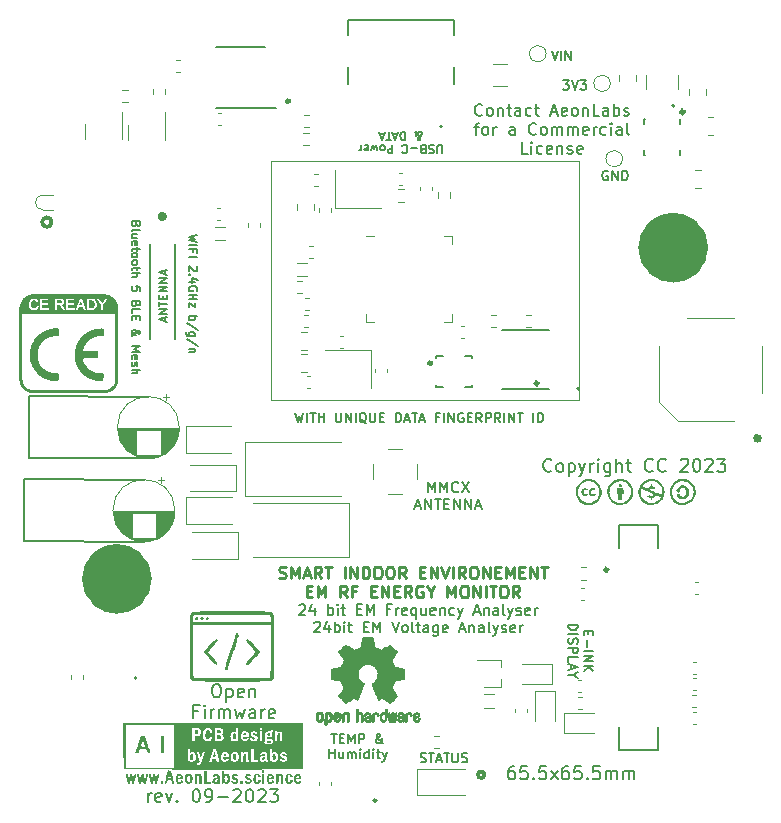
<source format=gbr>
%TF.GenerationSoftware,KiCad,Pcbnew,7.0.7*%
%TF.CreationDate,2023-09-24T12:37:58+02:00*%
%TF.ProjectId,RF Energy Harvesting LK-R37 Enclosure,52462045-6e65-4726-9779-204861727665,Beta R4*%
%TF.SameCoordinates,Original*%
%TF.FileFunction,Legend,Top*%
%TF.FilePolarity,Positive*%
%FSLAX46Y46*%
G04 Gerber Fmt 4.6, Leading zero omitted, Abs format (unit mm)*
G04 Created by KiCad (PCBNEW 7.0.7) date 2023-09-24 12:37:58*
%MOMM*%
%LPD*%
G01*
G04 APERTURE LIST*
%ADD10C,0.300000*%
%ADD11C,0.150000*%
%ADD12C,2.947107*%
%ADD13C,0.250000*%
%ADD14C,0.200000*%
%ADD15C,0.120000*%
%ADD16C,0.127000*%
%ADD17C,0.010000*%
%ADD18C,0.100000*%
%ADD19C,0.381000*%
G04 APERTURE END LIST*
D10*
X125593428Y-87243428D02*
G75*
G03*
X125593428Y-87243428I-403428J0D01*
G01*
X166789638Y-100900363D02*
G75*
G03*
X166789638Y-100900363I-129638J0D01*
G01*
D11*
X133410000Y-114294888D02*
X123300000Y-114270000D01*
D10*
X162244253Y-134030000D02*
G75*
G03*
X162244253Y-134030000I-284253J0D01*
G01*
D11*
X123670000Y-101995112D02*
X123670000Y-107235112D01*
D12*
X132591446Y-117450000D02*
G75*
G03*
X132591446Y-117450000I-1473553J0D01*
G01*
D10*
X172689638Y-116680363D02*
G75*
G03*
X172689638Y-116680363I-129638J0D01*
G01*
X157769638Y-99180363D02*
G75*
G03*
X157769638Y-99180363I-129638J0D01*
G01*
D11*
X133780000Y-102020000D02*
X123670000Y-101995112D01*
D10*
X179174642Y-77910000D02*
G75*
G03*
X179174642Y-77910000I-174642J0D01*
G01*
D11*
X133780000Y-107260000D02*
X123670000Y-107235112D01*
X123300000Y-109030000D02*
X123300000Y-114270000D01*
D12*
X179691446Y-89410000D02*
G75*
G03*
X179691446Y-89410000I-1473553J0D01*
G01*
D10*
X185570950Y-105540000D02*
G75*
G03*
X185570950Y-105540000I-210950J0D01*
G01*
X145739638Y-77000363D02*
G75*
G03*
X145739638Y-77000363I-129638J0D01*
G01*
D11*
X133410000Y-109054888D02*
X123300000Y-109030000D01*
X172680476Y-82950390D02*
X172604286Y-82912295D01*
X172604286Y-82912295D02*
X172490000Y-82912295D01*
X172490000Y-82912295D02*
X172375714Y-82950390D01*
X172375714Y-82950390D02*
X172299524Y-83026580D01*
X172299524Y-83026580D02*
X172261429Y-83102771D01*
X172261429Y-83102771D02*
X172223333Y-83255152D01*
X172223333Y-83255152D02*
X172223333Y-83369438D01*
X172223333Y-83369438D02*
X172261429Y-83521819D01*
X172261429Y-83521819D02*
X172299524Y-83598009D01*
X172299524Y-83598009D02*
X172375714Y-83674200D01*
X172375714Y-83674200D02*
X172490000Y-83712295D01*
X172490000Y-83712295D02*
X172566191Y-83712295D01*
X172566191Y-83712295D02*
X172680476Y-83674200D01*
X172680476Y-83674200D02*
X172718572Y-83636104D01*
X172718572Y-83636104D02*
X172718572Y-83369438D01*
X172718572Y-83369438D02*
X172566191Y-83369438D01*
X173061429Y-83712295D02*
X173061429Y-82912295D01*
X173061429Y-82912295D02*
X173518572Y-83712295D01*
X173518572Y-83712295D02*
X173518572Y-82912295D01*
X173899524Y-83712295D02*
X173899524Y-82912295D01*
X173899524Y-82912295D02*
X174090000Y-82912295D01*
X174090000Y-82912295D02*
X174204286Y-82950390D01*
X174204286Y-82950390D02*
X174280476Y-83026580D01*
X174280476Y-83026580D02*
X174318571Y-83102771D01*
X174318571Y-83102771D02*
X174356667Y-83255152D01*
X174356667Y-83255152D02*
X174356667Y-83369438D01*
X174356667Y-83369438D02*
X174318571Y-83521819D01*
X174318571Y-83521819D02*
X174280476Y-83598009D01*
X174280476Y-83598009D02*
X174204286Y-83674200D01*
X174204286Y-83674200D02*
X174090000Y-83712295D01*
X174090000Y-83712295D02*
X173899524Y-83712295D01*
X132760633Y-87426668D02*
X132727300Y-87526668D01*
X132727300Y-87526668D02*
X132693966Y-87560001D01*
X132693966Y-87560001D02*
X132627300Y-87593334D01*
X132627300Y-87593334D02*
X132527300Y-87593334D01*
X132527300Y-87593334D02*
X132460633Y-87560001D01*
X132460633Y-87560001D02*
X132427300Y-87526668D01*
X132427300Y-87526668D02*
X132393966Y-87460001D01*
X132393966Y-87460001D02*
X132393966Y-87193334D01*
X132393966Y-87193334D02*
X133093966Y-87193334D01*
X133093966Y-87193334D02*
X133093966Y-87426668D01*
X133093966Y-87426668D02*
X133060633Y-87493334D01*
X133060633Y-87493334D02*
X133027300Y-87526668D01*
X133027300Y-87526668D02*
X132960633Y-87560001D01*
X132960633Y-87560001D02*
X132893966Y-87560001D01*
X132893966Y-87560001D02*
X132827300Y-87526668D01*
X132827300Y-87526668D02*
X132793966Y-87493334D01*
X132793966Y-87493334D02*
X132760633Y-87426668D01*
X132760633Y-87426668D02*
X132760633Y-87193334D01*
X132393966Y-87993334D02*
X132427300Y-87926668D01*
X132427300Y-87926668D02*
X132493966Y-87893334D01*
X132493966Y-87893334D02*
X133093966Y-87893334D01*
X132860633Y-88560001D02*
X132393966Y-88560001D01*
X132860633Y-88260001D02*
X132493966Y-88260001D01*
X132493966Y-88260001D02*
X132427300Y-88293335D01*
X132427300Y-88293335D02*
X132393966Y-88360001D01*
X132393966Y-88360001D02*
X132393966Y-88460001D01*
X132393966Y-88460001D02*
X132427300Y-88526668D01*
X132427300Y-88526668D02*
X132460633Y-88560001D01*
X132427300Y-89160001D02*
X132393966Y-89093334D01*
X132393966Y-89093334D02*
X132393966Y-88960001D01*
X132393966Y-88960001D02*
X132427300Y-88893334D01*
X132427300Y-88893334D02*
X132493966Y-88860001D01*
X132493966Y-88860001D02*
X132760633Y-88860001D01*
X132760633Y-88860001D02*
X132827300Y-88893334D01*
X132827300Y-88893334D02*
X132860633Y-88960001D01*
X132860633Y-88960001D02*
X132860633Y-89093334D01*
X132860633Y-89093334D02*
X132827300Y-89160001D01*
X132827300Y-89160001D02*
X132760633Y-89193334D01*
X132760633Y-89193334D02*
X132693966Y-89193334D01*
X132693966Y-89193334D02*
X132627300Y-88860001D01*
X132860633Y-89393334D02*
X132860633Y-89660001D01*
X133093966Y-89493334D02*
X132493966Y-89493334D01*
X132493966Y-89493334D02*
X132427300Y-89526668D01*
X132427300Y-89526668D02*
X132393966Y-89593334D01*
X132393966Y-89593334D02*
X132393966Y-89660001D01*
X132393966Y-89993334D02*
X132427300Y-89926668D01*
X132427300Y-89926668D02*
X132460633Y-89893334D01*
X132460633Y-89893334D02*
X132527300Y-89860001D01*
X132527300Y-89860001D02*
X132727300Y-89860001D01*
X132727300Y-89860001D02*
X132793966Y-89893334D01*
X132793966Y-89893334D02*
X132827300Y-89926668D01*
X132827300Y-89926668D02*
X132860633Y-89993334D01*
X132860633Y-89993334D02*
X132860633Y-90093334D01*
X132860633Y-90093334D02*
X132827300Y-90160001D01*
X132827300Y-90160001D02*
X132793966Y-90193334D01*
X132793966Y-90193334D02*
X132727300Y-90226668D01*
X132727300Y-90226668D02*
X132527300Y-90226668D01*
X132527300Y-90226668D02*
X132460633Y-90193334D01*
X132460633Y-90193334D02*
X132427300Y-90160001D01*
X132427300Y-90160001D02*
X132393966Y-90093334D01*
X132393966Y-90093334D02*
X132393966Y-89993334D01*
X132393966Y-90626667D02*
X132427300Y-90560001D01*
X132427300Y-90560001D02*
X132460633Y-90526667D01*
X132460633Y-90526667D02*
X132527300Y-90493334D01*
X132527300Y-90493334D02*
X132727300Y-90493334D01*
X132727300Y-90493334D02*
X132793966Y-90526667D01*
X132793966Y-90526667D02*
X132827300Y-90560001D01*
X132827300Y-90560001D02*
X132860633Y-90626667D01*
X132860633Y-90626667D02*
X132860633Y-90726667D01*
X132860633Y-90726667D02*
X132827300Y-90793334D01*
X132827300Y-90793334D02*
X132793966Y-90826667D01*
X132793966Y-90826667D02*
X132727300Y-90860001D01*
X132727300Y-90860001D02*
X132527300Y-90860001D01*
X132527300Y-90860001D02*
X132460633Y-90826667D01*
X132460633Y-90826667D02*
X132427300Y-90793334D01*
X132427300Y-90793334D02*
X132393966Y-90726667D01*
X132393966Y-90726667D02*
X132393966Y-90626667D01*
X132860633Y-91060000D02*
X132860633Y-91326667D01*
X133093966Y-91160000D02*
X132493966Y-91160000D01*
X132493966Y-91160000D02*
X132427300Y-91193334D01*
X132427300Y-91193334D02*
X132393966Y-91260000D01*
X132393966Y-91260000D02*
X132393966Y-91326667D01*
X132393966Y-91560000D02*
X133093966Y-91560000D01*
X132393966Y-91860000D02*
X132760633Y-91860000D01*
X132760633Y-91860000D02*
X132827300Y-91826667D01*
X132827300Y-91826667D02*
X132860633Y-91760000D01*
X132860633Y-91760000D02*
X132860633Y-91660000D01*
X132860633Y-91660000D02*
X132827300Y-91593334D01*
X132827300Y-91593334D02*
X132793966Y-91560000D01*
X133093966Y-93060000D02*
X133093966Y-92726666D01*
X133093966Y-92726666D02*
X132760633Y-92693333D01*
X132760633Y-92693333D02*
X132793966Y-92726666D01*
X132793966Y-92726666D02*
X132827300Y-92793333D01*
X132827300Y-92793333D02*
X132827300Y-92960000D01*
X132827300Y-92960000D02*
X132793966Y-93026666D01*
X132793966Y-93026666D02*
X132760633Y-93060000D01*
X132760633Y-93060000D02*
X132693966Y-93093333D01*
X132693966Y-93093333D02*
X132527300Y-93093333D01*
X132527300Y-93093333D02*
X132460633Y-93060000D01*
X132460633Y-93060000D02*
X132427300Y-93026666D01*
X132427300Y-93026666D02*
X132393966Y-92960000D01*
X132393966Y-92960000D02*
X132393966Y-92793333D01*
X132393966Y-92793333D02*
X132427300Y-92726666D01*
X132427300Y-92726666D02*
X132460633Y-92693333D01*
X132760633Y-94160000D02*
X132727300Y-94260000D01*
X132727300Y-94260000D02*
X132693966Y-94293333D01*
X132693966Y-94293333D02*
X132627300Y-94326666D01*
X132627300Y-94326666D02*
X132527300Y-94326666D01*
X132527300Y-94326666D02*
X132460633Y-94293333D01*
X132460633Y-94293333D02*
X132427300Y-94260000D01*
X132427300Y-94260000D02*
X132393966Y-94193333D01*
X132393966Y-94193333D02*
X132393966Y-93926666D01*
X132393966Y-93926666D02*
X133093966Y-93926666D01*
X133093966Y-93926666D02*
X133093966Y-94160000D01*
X133093966Y-94160000D02*
X133060633Y-94226666D01*
X133060633Y-94226666D02*
X133027300Y-94260000D01*
X133027300Y-94260000D02*
X132960633Y-94293333D01*
X132960633Y-94293333D02*
X132893966Y-94293333D01*
X132893966Y-94293333D02*
X132827300Y-94260000D01*
X132827300Y-94260000D02*
X132793966Y-94226666D01*
X132793966Y-94226666D02*
X132760633Y-94160000D01*
X132760633Y-94160000D02*
X132760633Y-93926666D01*
X132393966Y-94960000D02*
X132393966Y-94626666D01*
X132393966Y-94626666D02*
X133093966Y-94626666D01*
X132760633Y-95193333D02*
X132760633Y-95426667D01*
X132393966Y-95526667D02*
X132393966Y-95193333D01*
X132393966Y-95193333D02*
X133093966Y-95193333D01*
X133093966Y-95193333D02*
X133093966Y-95526667D01*
X132393966Y-96926666D02*
X132393966Y-96893333D01*
X132393966Y-96893333D02*
X132427300Y-96826666D01*
X132427300Y-96826666D02*
X132527300Y-96726666D01*
X132527300Y-96726666D02*
X132727300Y-96559999D01*
X132727300Y-96559999D02*
X132827300Y-96493333D01*
X132827300Y-96493333D02*
X132927300Y-96459999D01*
X132927300Y-96459999D02*
X132993966Y-96459999D01*
X132993966Y-96459999D02*
X133060633Y-96493333D01*
X133060633Y-96493333D02*
X133093966Y-96559999D01*
X133093966Y-96559999D02*
X133093966Y-96593333D01*
X133093966Y-96593333D02*
X133060633Y-96659999D01*
X133060633Y-96659999D02*
X132993966Y-96693333D01*
X132993966Y-96693333D02*
X132960633Y-96693333D01*
X132960633Y-96693333D02*
X132893966Y-96659999D01*
X132893966Y-96659999D02*
X132860633Y-96626666D01*
X132860633Y-96626666D02*
X132727300Y-96426666D01*
X132727300Y-96426666D02*
X132693966Y-96393333D01*
X132693966Y-96393333D02*
X132627300Y-96359999D01*
X132627300Y-96359999D02*
X132527300Y-96359999D01*
X132527300Y-96359999D02*
X132460633Y-96393333D01*
X132460633Y-96393333D02*
X132427300Y-96426666D01*
X132427300Y-96426666D02*
X132393966Y-96493333D01*
X132393966Y-96493333D02*
X132393966Y-96593333D01*
X132393966Y-96593333D02*
X132427300Y-96659999D01*
X132427300Y-96659999D02*
X132460633Y-96693333D01*
X132460633Y-96693333D02*
X132593966Y-96793333D01*
X132593966Y-96793333D02*
X132693966Y-96826666D01*
X132693966Y-96826666D02*
X132760633Y-96826666D01*
X132393966Y-97759999D02*
X133093966Y-97759999D01*
X133093966Y-97759999D02*
X132593966Y-97993333D01*
X132593966Y-97993333D02*
X133093966Y-98226666D01*
X133093966Y-98226666D02*
X132393966Y-98226666D01*
X132427300Y-98826666D02*
X132393966Y-98759999D01*
X132393966Y-98759999D02*
X132393966Y-98626666D01*
X132393966Y-98626666D02*
X132427300Y-98559999D01*
X132427300Y-98559999D02*
X132493966Y-98526666D01*
X132493966Y-98526666D02*
X132760633Y-98526666D01*
X132760633Y-98526666D02*
X132827300Y-98559999D01*
X132827300Y-98559999D02*
X132860633Y-98626666D01*
X132860633Y-98626666D02*
X132860633Y-98759999D01*
X132860633Y-98759999D02*
X132827300Y-98826666D01*
X132827300Y-98826666D02*
X132760633Y-98859999D01*
X132760633Y-98859999D02*
X132693966Y-98859999D01*
X132693966Y-98859999D02*
X132627300Y-98526666D01*
X132427300Y-99126666D02*
X132393966Y-99193333D01*
X132393966Y-99193333D02*
X132393966Y-99326666D01*
X132393966Y-99326666D02*
X132427300Y-99393333D01*
X132427300Y-99393333D02*
X132493966Y-99426666D01*
X132493966Y-99426666D02*
X132527300Y-99426666D01*
X132527300Y-99426666D02*
X132593966Y-99393333D01*
X132593966Y-99393333D02*
X132627300Y-99326666D01*
X132627300Y-99326666D02*
X132627300Y-99226666D01*
X132627300Y-99226666D02*
X132660633Y-99159999D01*
X132660633Y-99159999D02*
X132727300Y-99126666D01*
X132727300Y-99126666D02*
X132760633Y-99126666D01*
X132760633Y-99126666D02*
X132827300Y-99159999D01*
X132827300Y-99159999D02*
X132860633Y-99226666D01*
X132860633Y-99226666D02*
X132860633Y-99326666D01*
X132860633Y-99326666D02*
X132827300Y-99393333D01*
X132393966Y-99726666D02*
X133093966Y-99726666D01*
X132393966Y-100026666D02*
X132760633Y-100026666D01*
X132760633Y-100026666D02*
X132827300Y-99993333D01*
X132827300Y-99993333D02*
X132860633Y-99926666D01*
X132860633Y-99926666D02*
X132860633Y-99826666D01*
X132860633Y-99826666D02*
X132827300Y-99760000D01*
X132827300Y-99760000D02*
X132793966Y-99726666D01*
D13*
X144870476Y-117367000D02*
X145013333Y-117414619D01*
X145013333Y-117414619D02*
X145251428Y-117414619D01*
X145251428Y-117414619D02*
X145346666Y-117367000D01*
X145346666Y-117367000D02*
X145394285Y-117319380D01*
X145394285Y-117319380D02*
X145441904Y-117224142D01*
X145441904Y-117224142D02*
X145441904Y-117128904D01*
X145441904Y-117128904D02*
X145394285Y-117033666D01*
X145394285Y-117033666D02*
X145346666Y-116986047D01*
X145346666Y-116986047D02*
X145251428Y-116938428D01*
X145251428Y-116938428D02*
X145060952Y-116890809D01*
X145060952Y-116890809D02*
X144965714Y-116843190D01*
X144965714Y-116843190D02*
X144918095Y-116795571D01*
X144918095Y-116795571D02*
X144870476Y-116700333D01*
X144870476Y-116700333D02*
X144870476Y-116605095D01*
X144870476Y-116605095D02*
X144918095Y-116509857D01*
X144918095Y-116509857D02*
X144965714Y-116462238D01*
X144965714Y-116462238D02*
X145060952Y-116414619D01*
X145060952Y-116414619D02*
X145299047Y-116414619D01*
X145299047Y-116414619D02*
X145441904Y-116462238D01*
X145870476Y-117414619D02*
X145870476Y-116414619D01*
X145870476Y-116414619D02*
X146203809Y-117128904D01*
X146203809Y-117128904D02*
X146537142Y-116414619D01*
X146537142Y-116414619D02*
X146537142Y-117414619D01*
X146965714Y-117128904D02*
X147441904Y-117128904D01*
X146870476Y-117414619D02*
X147203809Y-116414619D01*
X147203809Y-116414619D02*
X147537142Y-117414619D01*
X148441904Y-117414619D02*
X148108571Y-116938428D01*
X147870476Y-117414619D02*
X147870476Y-116414619D01*
X147870476Y-116414619D02*
X148251428Y-116414619D01*
X148251428Y-116414619D02*
X148346666Y-116462238D01*
X148346666Y-116462238D02*
X148394285Y-116509857D01*
X148394285Y-116509857D02*
X148441904Y-116605095D01*
X148441904Y-116605095D02*
X148441904Y-116747952D01*
X148441904Y-116747952D02*
X148394285Y-116843190D01*
X148394285Y-116843190D02*
X148346666Y-116890809D01*
X148346666Y-116890809D02*
X148251428Y-116938428D01*
X148251428Y-116938428D02*
X147870476Y-116938428D01*
X148727619Y-116414619D02*
X149299047Y-116414619D01*
X149013333Y-117414619D02*
X149013333Y-116414619D01*
X150394286Y-117414619D02*
X150394286Y-116414619D01*
X150870476Y-117414619D02*
X150870476Y-116414619D01*
X150870476Y-116414619D02*
X151441904Y-117414619D01*
X151441904Y-117414619D02*
X151441904Y-116414619D01*
X151918095Y-117414619D02*
X151918095Y-116414619D01*
X151918095Y-116414619D02*
X152156190Y-116414619D01*
X152156190Y-116414619D02*
X152299047Y-116462238D01*
X152299047Y-116462238D02*
X152394285Y-116557476D01*
X152394285Y-116557476D02*
X152441904Y-116652714D01*
X152441904Y-116652714D02*
X152489523Y-116843190D01*
X152489523Y-116843190D02*
X152489523Y-116986047D01*
X152489523Y-116986047D02*
X152441904Y-117176523D01*
X152441904Y-117176523D02*
X152394285Y-117271761D01*
X152394285Y-117271761D02*
X152299047Y-117367000D01*
X152299047Y-117367000D02*
X152156190Y-117414619D01*
X152156190Y-117414619D02*
X151918095Y-117414619D01*
X153108571Y-116414619D02*
X153299047Y-116414619D01*
X153299047Y-116414619D02*
X153394285Y-116462238D01*
X153394285Y-116462238D02*
X153489523Y-116557476D01*
X153489523Y-116557476D02*
X153537142Y-116747952D01*
X153537142Y-116747952D02*
X153537142Y-117081285D01*
X153537142Y-117081285D02*
X153489523Y-117271761D01*
X153489523Y-117271761D02*
X153394285Y-117367000D01*
X153394285Y-117367000D02*
X153299047Y-117414619D01*
X153299047Y-117414619D02*
X153108571Y-117414619D01*
X153108571Y-117414619D02*
X153013333Y-117367000D01*
X153013333Y-117367000D02*
X152918095Y-117271761D01*
X152918095Y-117271761D02*
X152870476Y-117081285D01*
X152870476Y-117081285D02*
X152870476Y-116747952D01*
X152870476Y-116747952D02*
X152918095Y-116557476D01*
X152918095Y-116557476D02*
X153013333Y-116462238D01*
X153013333Y-116462238D02*
X153108571Y-116414619D01*
X154156190Y-116414619D02*
X154346666Y-116414619D01*
X154346666Y-116414619D02*
X154441904Y-116462238D01*
X154441904Y-116462238D02*
X154537142Y-116557476D01*
X154537142Y-116557476D02*
X154584761Y-116747952D01*
X154584761Y-116747952D02*
X154584761Y-117081285D01*
X154584761Y-117081285D02*
X154537142Y-117271761D01*
X154537142Y-117271761D02*
X154441904Y-117367000D01*
X154441904Y-117367000D02*
X154346666Y-117414619D01*
X154346666Y-117414619D02*
X154156190Y-117414619D01*
X154156190Y-117414619D02*
X154060952Y-117367000D01*
X154060952Y-117367000D02*
X153965714Y-117271761D01*
X153965714Y-117271761D02*
X153918095Y-117081285D01*
X153918095Y-117081285D02*
X153918095Y-116747952D01*
X153918095Y-116747952D02*
X153965714Y-116557476D01*
X153965714Y-116557476D02*
X154060952Y-116462238D01*
X154060952Y-116462238D02*
X154156190Y-116414619D01*
X155584761Y-117414619D02*
X155251428Y-116938428D01*
X155013333Y-117414619D02*
X155013333Y-116414619D01*
X155013333Y-116414619D02*
X155394285Y-116414619D01*
X155394285Y-116414619D02*
X155489523Y-116462238D01*
X155489523Y-116462238D02*
X155537142Y-116509857D01*
X155537142Y-116509857D02*
X155584761Y-116605095D01*
X155584761Y-116605095D02*
X155584761Y-116747952D01*
X155584761Y-116747952D02*
X155537142Y-116843190D01*
X155537142Y-116843190D02*
X155489523Y-116890809D01*
X155489523Y-116890809D02*
X155394285Y-116938428D01*
X155394285Y-116938428D02*
X155013333Y-116938428D01*
X156775238Y-116890809D02*
X157108571Y-116890809D01*
X157251428Y-117414619D02*
X156775238Y-117414619D01*
X156775238Y-117414619D02*
X156775238Y-116414619D01*
X156775238Y-116414619D02*
X157251428Y-116414619D01*
X157680000Y-117414619D02*
X157680000Y-116414619D01*
X157680000Y-116414619D02*
X158251428Y-117414619D01*
X158251428Y-117414619D02*
X158251428Y-116414619D01*
X158584762Y-116414619D02*
X158918095Y-117414619D01*
X158918095Y-117414619D02*
X159251428Y-116414619D01*
X159584762Y-117414619D02*
X159584762Y-116414619D01*
X160632380Y-117414619D02*
X160299047Y-116938428D01*
X160060952Y-117414619D02*
X160060952Y-116414619D01*
X160060952Y-116414619D02*
X160441904Y-116414619D01*
X160441904Y-116414619D02*
X160537142Y-116462238D01*
X160537142Y-116462238D02*
X160584761Y-116509857D01*
X160584761Y-116509857D02*
X160632380Y-116605095D01*
X160632380Y-116605095D02*
X160632380Y-116747952D01*
X160632380Y-116747952D02*
X160584761Y-116843190D01*
X160584761Y-116843190D02*
X160537142Y-116890809D01*
X160537142Y-116890809D02*
X160441904Y-116938428D01*
X160441904Y-116938428D02*
X160060952Y-116938428D01*
X161251428Y-116414619D02*
X161441904Y-116414619D01*
X161441904Y-116414619D02*
X161537142Y-116462238D01*
X161537142Y-116462238D02*
X161632380Y-116557476D01*
X161632380Y-116557476D02*
X161679999Y-116747952D01*
X161679999Y-116747952D02*
X161679999Y-117081285D01*
X161679999Y-117081285D02*
X161632380Y-117271761D01*
X161632380Y-117271761D02*
X161537142Y-117367000D01*
X161537142Y-117367000D02*
X161441904Y-117414619D01*
X161441904Y-117414619D02*
X161251428Y-117414619D01*
X161251428Y-117414619D02*
X161156190Y-117367000D01*
X161156190Y-117367000D02*
X161060952Y-117271761D01*
X161060952Y-117271761D02*
X161013333Y-117081285D01*
X161013333Y-117081285D02*
X161013333Y-116747952D01*
X161013333Y-116747952D02*
X161060952Y-116557476D01*
X161060952Y-116557476D02*
X161156190Y-116462238D01*
X161156190Y-116462238D02*
X161251428Y-116414619D01*
X162108571Y-117414619D02*
X162108571Y-116414619D01*
X162108571Y-116414619D02*
X162679999Y-117414619D01*
X162679999Y-117414619D02*
X162679999Y-116414619D01*
X163156190Y-116890809D02*
X163489523Y-116890809D01*
X163632380Y-117414619D02*
X163156190Y-117414619D01*
X163156190Y-117414619D02*
X163156190Y-116414619D01*
X163156190Y-116414619D02*
X163632380Y-116414619D01*
X164060952Y-117414619D02*
X164060952Y-116414619D01*
X164060952Y-116414619D02*
X164394285Y-117128904D01*
X164394285Y-117128904D02*
X164727618Y-116414619D01*
X164727618Y-116414619D02*
X164727618Y-117414619D01*
X165203809Y-116890809D02*
X165537142Y-116890809D01*
X165679999Y-117414619D02*
X165203809Y-117414619D01*
X165203809Y-117414619D02*
X165203809Y-116414619D01*
X165203809Y-116414619D02*
X165679999Y-116414619D01*
X166108571Y-117414619D02*
X166108571Y-116414619D01*
X166108571Y-116414619D02*
X166679999Y-117414619D01*
X166679999Y-117414619D02*
X166679999Y-116414619D01*
X167013333Y-116414619D02*
X167584761Y-116414619D01*
X167299047Y-117414619D02*
X167299047Y-116414619D01*
X147203809Y-118500809D02*
X147537142Y-118500809D01*
X147679999Y-119024619D02*
X147203809Y-119024619D01*
X147203809Y-119024619D02*
X147203809Y-118024619D01*
X147203809Y-118024619D02*
X147679999Y-118024619D01*
X148108571Y-119024619D02*
X148108571Y-118024619D01*
X148108571Y-118024619D02*
X148441904Y-118738904D01*
X148441904Y-118738904D02*
X148775237Y-118024619D01*
X148775237Y-118024619D02*
X148775237Y-119024619D01*
X150584761Y-119024619D02*
X150251428Y-118548428D01*
X150013333Y-119024619D02*
X150013333Y-118024619D01*
X150013333Y-118024619D02*
X150394285Y-118024619D01*
X150394285Y-118024619D02*
X150489523Y-118072238D01*
X150489523Y-118072238D02*
X150537142Y-118119857D01*
X150537142Y-118119857D02*
X150584761Y-118215095D01*
X150584761Y-118215095D02*
X150584761Y-118357952D01*
X150584761Y-118357952D02*
X150537142Y-118453190D01*
X150537142Y-118453190D02*
X150489523Y-118500809D01*
X150489523Y-118500809D02*
X150394285Y-118548428D01*
X150394285Y-118548428D02*
X150013333Y-118548428D01*
X151346666Y-118500809D02*
X151013333Y-118500809D01*
X151013333Y-119024619D02*
X151013333Y-118024619D01*
X151013333Y-118024619D02*
X151489523Y-118024619D01*
X152632381Y-118500809D02*
X152965714Y-118500809D01*
X153108571Y-119024619D02*
X152632381Y-119024619D01*
X152632381Y-119024619D02*
X152632381Y-118024619D01*
X152632381Y-118024619D02*
X153108571Y-118024619D01*
X153537143Y-119024619D02*
X153537143Y-118024619D01*
X153537143Y-118024619D02*
X154108571Y-119024619D01*
X154108571Y-119024619D02*
X154108571Y-118024619D01*
X154584762Y-118500809D02*
X154918095Y-118500809D01*
X155060952Y-119024619D02*
X154584762Y-119024619D01*
X154584762Y-119024619D02*
X154584762Y-118024619D01*
X154584762Y-118024619D02*
X155060952Y-118024619D01*
X156060952Y-119024619D02*
X155727619Y-118548428D01*
X155489524Y-119024619D02*
X155489524Y-118024619D01*
X155489524Y-118024619D02*
X155870476Y-118024619D01*
X155870476Y-118024619D02*
X155965714Y-118072238D01*
X155965714Y-118072238D02*
X156013333Y-118119857D01*
X156013333Y-118119857D02*
X156060952Y-118215095D01*
X156060952Y-118215095D02*
X156060952Y-118357952D01*
X156060952Y-118357952D02*
X156013333Y-118453190D01*
X156013333Y-118453190D02*
X155965714Y-118500809D01*
X155965714Y-118500809D02*
X155870476Y-118548428D01*
X155870476Y-118548428D02*
X155489524Y-118548428D01*
X157013333Y-118072238D02*
X156918095Y-118024619D01*
X156918095Y-118024619D02*
X156775238Y-118024619D01*
X156775238Y-118024619D02*
X156632381Y-118072238D01*
X156632381Y-118072238D02*
X156537143Y-118167476D01*
X156537143Y-118167476D02*
X156489524Y-118262714D01*
X156489524Y-118262714D02*
X156441905Y-118453190D01*
X156441905Y-118453190D02*
X156441905Y-118596047D01*
X156441905Y-118596047D02*
X156489524Y-118786523D01*
X156489524Y-118786523D02*
X156537143Y-118881761D01*
X156537143Y-118881761D02*
X156632381Y-118977000D01*
X156632381Y-118977000D02*
X156775238Y-119024619D01*
X156775238Y-119024619D02*
X156870476Y-119024619D01*
X156870476Y-119024619D02*
X157013333Y-118977000D01*
X157013333Y-118977000D02*
X157060952Y-118929380D01*
X157060952Y-118929380D02*
X157060952Y-118596047D01*
X157060952Y-118596047D02*
X156870476Y-118596047D01*
X157680000Y-118548428D02*
X157680000Y-119024619D01*
X157346667Y-118024619D02*
X157680000Y-118548428D01*
X157680000Y-118548428D02*
X158013333Y-118024619D01*
X159108572Y-119024619D02*
X159108572Y-118024619D01*
X159108572Y-118024619D02*
X159441905Y-118738904D01*
X159441905Y-118738904D02*
X159775238Y-118024619D01*
X159775238Y-118024619D02*
X159775238Y-119024619D01*
X160441905Y-118024619D02*
X160632381Y-118024619D01*
X160632381Y-118024619D02*
X160727619Y-118072238D01*
X160727619Y-118072238D02*
X160822857Y-118167476D01*
X160822857Y-118167476D02*
X160870476Y-118357952D01*
X160870476Y-118357952D02*
X160870476Y-118691285D01*
X160870476Y-118691285D02*
X160822857Y-118881761D01*
X160822857Y-118881761D02*
X160727619Y-118977000D01*
X160727619Y-118977000D02*
X160632381Y-119024619D01*
X160632381Y-119024619D02*
X160441905Y-119024619D01*
X160441905Y-119024619D02*
X160346667Y-118977000D01*
X160346667Y-118977000D02*
X160251429Y-118881761D01*
X160251429Y-118881761D02*
X160203810Y-118691285D01*
X160203810Y-118691285D02*
X160203810Y-118357952D01*
X160203810Y-118357952D02*
X160251429Y-118167476D01*
X160251429Y-118167476D02*
X160346667Y-118072238D01*
X160346667Y-118072238D02*
X160441905Y-118024619D01*
X161299048Y-119024619D02*
X161299048Y-118024619D01*
X161299048Y-118024619D02*
X161870476Y-119024619D01*
X161870476Y-119024619D02*
X161870476Y-118024619D01*
X162346667Y-119024619D02*
X162346667Y-118024619D01*
X162680000Y-118024619D02*
X163251428Y-118024619D01*
X162965714Y-119024619D02*
X162965714Y-118024619D01*
X163775238Y-118024619D02*
X163965714Y-118024619D01*
X163965714Y-118024619D02*
X164060952Y-118072238D01*
X164060952Y-118072238D02*
X164156190Y-118167476D01*
X164156190Y-118167476D02*
X164203809Y-118357952D01*
X164203809Y-118357952D02*
X164203809Y-118691285D01*
X164203809Y-118691285D02*
X164156190Y-118881761D01*
X164156190Y-118881761D02*
X164060952Y-118977000D01*
X164060952Y-118977000D02*
X163965714Y-119024619D01*
X163965714Y-119024619D02*
X163775238Y-119024619D01*
X163775238Y-119024619D02*
X163680000Y-118977000D01*
X163680000Y-118977000D02*
X163584762Y-118881761D01*
X163584762Y-118881761D02*
X163537143Y-118691285D01*
X163537143Y-118691285D02*
X163537143Y-118357952D01*
X163537143Y-118357952D02*
X163584762Y-118167476D01*
X163584762Y-118167476D02*
X163680000Y-118072238D01*
X163680000Y-118072238D02*
X163775238Y-118024619D01*
X165203809Y-119024619D02*
X164870476Y-118548428D01*
X164632381Y-119024619D02*
X164632381Y-118024619D01*
X164632381Y-118024619D02*
X165013333Y-118024619D01*
X165013333Y-118024619D02*
X165108571Y-118072238D01*
X165108571Y-118072238D02*
X165156190Y-118119857D01*
X165156190Y-118119857D02*
X165203809Y-118215095D01*
X165203809Y-118215095D02*
X165203809Y-118357952D01*
X165203809Y-118357952D02*
X165156190Y-118453190D01*
X165156190Y-118453190D02*
X165108571Y-118500809D01*
X165108571Y-118500809D02*
X165013333Y-118548428D01*
X165013333Y-118548428D02*
X164632381Y-118548428D01*
D14*
X162055236Y-78146980D02*
X162007617Y-78194600D01*
X162007617Y-78194600D02*
X161864760Y-78242219D01*
X161864760Y-78242219D02*
X161769522Y-78242219D01*
X161769522Y-78242219D02*
X161626665Y-78194600D01*
X161626665Y-78194600D02*
X161531427Y-78099361D01*
X161531427Y-78099361D02*
X161483808Y-78004123D01*
X161483808Y-78004123D02*
X161436189Y-77813647D01*
X161436189Y-77813647D02*
X161436189Y-77670790D01*
X161436189Y-77670790D02*
X161483808Y-77480314D01*
X161483808Y-77480314D02*
X161531427Y-77385076D01*
X161531427Y-77385076D02*
X161626665Y-77289838D01*
X161626665Y-77289838D02*
X161769522Y-77242219D01*
X161769522Y-77242219D02*
X161864760Y-77242219D01*
X161864760Y-77242219D02*
X162007617Y-77289838D01*
X162007617Y-77289838D02*
X162055236Y-77337457D01*
X162626665Y-78242219D02*
X162531427Y-78194600D01*
X162531427Y-78194600D02*
X162483808Y-78146980D01*
X162483808Y-78146980D02*
X162436189Y-78051742D01*
X162436189Y-78051742D02*
X162436189Y-77766028D01*
X162436189Y-77766028D02*
X162483808Y-77670790D01*
X162483808Y-77670790D02*
X162531427Y-77623171D01*
X162531427Y-77623171D02*
X162626665Y-77575552D01*
X162626665Y-77575552D02*
X162769522Y-77575552D01*
X162769522Y-77575552D02*
X162864760Y-77623171D01*
X162864760Y-77623171D02*
X162912379Y-77670790D01*
X162912379Y-77670790D02*
X162959998Y-77766028D01*
X162959998Y-77766028D02*
X162959998Y-78051742D01*
X162959998Y-78051742D02*
X162912379Y-78146980D01*
X162912379Y-78146980D02*
X162864760Y-78194600D01*
X162864760Y-78194600D02*
X162769522Y-78242219D01*
X162769522Y-78242219D02*
X162626665Y-78242219D01*
X163388570Y-77575552D02*
X163388570Y-78242219D01*
X163388570Y-77670790D02*
X163436189Y-77623171D01*
X163436189Y-77623171D02*
X163531427Y-77575552D01*
X163531427Y-77575552D02*
X163674284Y-77575552D01*
X163674284Y-77575552D02*
X163769522Y-77623171D01*
X163769522Y-77623171D02*
X163817141Y-77718409D01*
X163817141Y-77718409D02*
X163817141Y-78242219D01*
X164150475Y-77575552D02*
X164531427Y-77575552D01*
X164293332Y-77242219D02*
X164293332Y-78099361D01*
X164293332Y-78099361D02*
X164340951Y-78194600D01*
X164340951Y-78194600D02*
X164436189Y-78242219D01*
X164436189Y-78242219D02*
X164531427Y-78242219D01*
X165293332Y-78242219D02*
X165293332Y-77718409D01*
X165293332Y-77718409D02*
X165245713Y-77623171D01*
X165245713Y-77623171D02*
X165150475Y-77575552D01*
X165150475Y-77575552D02*
X164959999Y-77575552D01*
X164959999Y-77575552D02*
X164864761Y-77623171D01*
X165293332Y-78194600D02*
X165198094Y-78242219D01*
X165198094Y-78242219D02*
X164959999Y-78242219D01*
X164959999Y-78242219D02*
X164864761Y-78194600D01*
X164864761Y-78194600D02*
X164817142Y-78099361D01*
X164817142Y-78099361D02*
X164817142Y-78004123D01*
X164817142Y-78004123D02*
X164864761Y-77908885D01*
X164864761Y-77908885D02*
X164959999Y-77861266D01*
X164959999Y-77861266D02*
X165198094Y-77861266D01*
X165198094Y-77861266D02*
X165293332Y-77813647D01*
X166198094Y-78194600D02*
X166102856Y-78242219D01*
X166102856Y-78242219D02*
X165912380Y-78242219D01*
X165912380Y-78242219D02*
X165817142Y-78194600D01*
X165817142Y-78194600D02*
X165769523Y-78146980D01*
X165769523Y-78146980D02*
X165721904Y-78051742D01*
X165721904Y-78051742D02*
X165721904Y-77766028D01*
X165721904Y-77766028D02*
X165769523Y-77670790D01*
X165769523Y-77670790D02*
X165817142Y-77623171D01*
X165817142Y-77623171D02*
X165912380Y-77575552D01*
X165912380Y-77575552D02*
X166102856Y-77575552D01*
X166102856Y-77575552D02*
X166198094Y-77623171D01*
X166483809Y-77575552D02*
X166864761Y-77575552D01*
X166626666Y-77242219D02*
X166626666Y-78099361D01*
X166626666Y-78099361D02*
X166674285Y-78194600D01*
X166674285Y-78194600D02*
X166769523Y-78242219D01*
X166769523Y-78242219D02*
X166864761Y-78242219D01*
X167912381Y-77956504D02*
X168388571Y-77956504D01*
X167817143Y-78242219D02*
X168150476Y-77242219D01*
X168150476Y-77242219D02*
X168483809Y-78242219D01*
X169198095Y-78194600D02*
X169102857Y-78242219D01*
X169102857Y-78242219D02*
X168912381Y-78242219D01*
X168912381Y-78242219D02*
X168817143Y-78194600D01*
X168817143Y-78194600D02*
X168769524Y-78099361D01*
X168769524Y-78099361D02*
X168769524Y-77718409D01*
X168769524Y-77718409D02*
X168817143Y-77623171D01*
X168817143Y-77623171D02*
X168912381Y-77575552D01*
X168912381Y-77575552D02*
X169102857Y-77575552D01*
X169102857Y-77575552D02*
X169198095Y-77623171D01*
X169198095Y-77623171D02*
X169245714Y-77718409D01*
X169245714Y-77718409D02*
X169245714Y-77813647D01*
X169245714Y-77813647D02*
X168769524Y-77908885D01*
X169817143Y-78242219D02*
X169721905Y-78194600D01*
X169721905Y-78194600D02*
X169674286Y-78146980D01*
X169674286Y-78146980D02*
X169626667Y-78051742D01*
X169626667Y-78051742D02*
X169626667Y-77766028D01*
X169626667Y-77766028D02*
X169674286Y-77670790D01*
X169674286Y-77670790D02*
X169721905Y-77623171D01*
X169721905Y-77623171D02*
X169817143Y-77575552D01*
X169817143Y-77575552D02*
X169960000Y-77575552D01*
X169960000Y-77575552D02*
X170055238Y-77623171D01*
X170055238Y-77623171D02*
X170102857Y-77670790D01*
X170102857Y-77670790D02*
X170150476Y-77766028D01*
X170150476Y-77766028D02*
X170150476Y-78051742D01*
X170150476Y-78051742D02*
X170102857Y-78146980D01*
X170102857Y-78146980D02*
X170055238Y-78194600D01*
X170055238Y-78194600D02*
X169960000Y-78242219D01*
X169960000Y-78242219D02*
X169817143Y-78242219D01*
X170579048Y-77575552D02*
X170579048Y-78242219D01*
X170579048Y-77670790D02*
X170626667Y-77623171D01*
X170626667Y-77623171D02*
X170721905Y-77575552D01*
X170721905Y-77575552D02*
X170864762Y-77575552D01*
X170864762Y-77575552D02*
X170960000Y-77623171D01*
X170960000Y-77623171D02*
X171007619Y-77718409D01*
X171007619Y-77718409D02*
X171007619Y-78242219D01*
X171960000Y-78242219D02*
X171483810Y-78242219D01*
X171483810Y-78242219D02*
X171483810Y-77242219D01*
X172721905Y-78242219D02*
X172721905Y-77718409D01*
X172721905Y-77718409D02*
X172674286Y-77623171D01*
X172674286Y-77623171D02*
X172579048Y-77575552D01*
X172579048Y-77575552D02*
X172388572Y-77575552D01*
X172388572Y-77575552D02*
X172293334Y-77623171D01*
X172721905Y-78194600D02*
X172626667Y-78242219D01*
X172626667Y-78242219D02*
X172388572Y-78242219D01*
X172388572Y-78242219D02*
X172293334Y-78194600D01*
X172293334Y-78194600D02*
X172245715Y-78099361D01*
X172245715Y-78099361D02*
X172245715Y-78004123D01*
X172245715Y-78004123D02*
X172293334Y-77908885D01*
X172293334Y-77908885D02*
X172388572Y-77861266D01*
X172388572Y-77861266D02*
X172626667Y-77861266D01*
X172626667Y-77861266D02*
X172721905Y-77813647D01*
X173198096Y-78242219D02*
X173198096Y-77242219D01*
X173198096Y-77623171D02*
X173293334Y-77575552D01*
X173293334Y-77575552D02*
X173483810Y-77575552D01*
X173483810Y-77575552D02*
X173579048Y-77623171D01*
X173579048Y-77623171D02*
X173626667Y-77670790D01*
X173626667Y-77670790D02*
X173674286Y-77766028D01*
X173674286Y-77766028D02*
X173674286Y-78051742D01*
X173674286Y-78051742D02*
X173626667Y-78146980D01*
X173626667Y-78146980D02*
X173579048Y-78194600D01*
X173579048Y-78194600D02*
X173483810Y-78242219D01*
X173483810Y-78242219D02*
X173293334Y-78242219D01*
X173293334Y-78242219D02*
X173198096Y-78194600D01*
X174055239Y-78194600D02*
X174150477Y-78242219D01*
X174150477Y-78242219D02*
X174340953Y-78242219D01*
X174340953Y-78242219D02*
X174436191Y-78194600D01*
X174436191Y-78194600D02*
X174483810Y-78099361D01*
X174483810Y-78099361D02*
X174483810Y-78051742D01*
X174483810Y-78051742D02*
X174436191Y-77956504D01*
X174436191Y-77956504D02*
X174340953Y-77908885D01*
X174340953Y-77908885D02*
X174198096Y-77908885D01*
X174198096Y-77908885D02*
X174102858Y-77861266D01*
X174102858Y-77861266D02*
X174055239Y-77766028D01*
X174055239Y-77766028D02*
X174055239Y-77718409D01*
X174055239Y-77718409D02*
X174102858Y-77623171D01*
X174102858Y-77623171D02*
X174198096Y-77575552D01*
X174198096Y-77575552D02*
X174340953Y-77575552D01*
X174340953Y-77575552D02*
X174436191Y-77623171D01*
X161388571Y-79185552D02*
X161769523Y-79185552D01*
X161531428Y-79852219D02*
X161531428Y-78995076D01*
X161531428Y-78995076D02*
X161579047Y-78899838D01*
X161579047Y-78899838D02*
X161674285Y-78852219D01*
X161674285Y-78852219D02*
X161769523Y-78852219D01*
X162245714Y-79852219D02*
X162150476Y-79804600D01*
X162150476Y-79804600D02*
X162102857Y-79756980D01*
X162102857Y-79756980D02*
X162055238Y-79661742D01*
X162055238Y-79661742D02*
X162055238Y-79376028D01*
X162055238Y-79376028D02*
X162102857Y-79280790D01*
X162102857Y-79280790D02*
X162150476Y-79233171D01*
X162150476Y-79233171D02*
X162245714Y-79185552D01*
X162245714Y-79185552D02*
X162388571Y-79185552D01*
X162388571Y-79185552D02*
X162483809Y-79233171D01*
X162483809Y-79233171D02*
X162531428Y-79280790D01*
X162531428Y-79280790D02*
X162579047Y-79376028D01*
X162579047Y-79376028D02*
X162579047Y-79661742D01*
X162579047Y-79661742D02*
X162531428Y-79756980D01*
X162531428Y-79756980D02*
X162483809Y-79804600D01*
X162483809Y-79804600D02*
X162388571Y-79852219D01*
X162388571Y-79852219D02*
X162245714Y-79852219D01*
X163007619Y-79852219D02*
X163007619Y-79185552D01*
X163007619Y-79376028D02*
X163055238Y-79280790D01*
X163055238Y-79280790D02*
X163102857Y-79233171D01*
X163102857Y-79233171D02*
X163198095Y-79185552D01*
X163198095Y-79185552D02*
X163293333Y-79185552D01*
X164817143Y-79852219D02*
X164817143Y-79328409D01*
X164817143Y-79328409D02*
X164769524Y-79233171D01*
X164769524Y-79233171D02*
X164674286Y-79185552D01*
X164674286Y-79185552D02*
X164483810Y-79185552D01*
X164483810Y-79185552D02*
X164388572Y-79233171D01*
X164817143Y-79804600D02*
X164721905Y-79852219D01*
X164721905Y-79852219D02*
X164483810Y-79852219D01*
X164483810Y-79852219D02*
X164388572Y-79804600D01*
X164388572Y-79804600D02*
X164340953Y-79709361D01*
X164340953Y-79709361D02*
X164340953Y-79614123D01*
X164340953Y-79614123D02*
X164388572Y-79518885D01*
X164388572Y-79518885D02*
X164483810Y-79471266D01*
X164483810Y-79471266D02*
X164721905Y-79471266D01*
X164721905Y-79471266D02*
X164817143Y-79423647D01*
X166626667Y-79756980D02*
X166579048Y-79804600D01*
X166579048Y-79804600D02*
X166436191Y-79852219D01*
X166436191Y-79852219D02*
X166340953Y-79852219D01*
X166340953Y-79852219D02*
X166198096Y-79804600D01*
X166198096Y-79804600D02*
X166102858Y-79709361D01*
X166102858Y-79709361D02*
X166055239Y-79614123D01*
X166055239Y-79614123D02*
X166007620Y-79423647D01*
X166007620Y-79423647D02*
X166007620Y-79280790D01*
X166007620Y-79280790D02*
X166055239Y-79090314D01*
X166055239Y-79090314D02*
X166102858Y-78995076D01*
X166102858Y-78995076D02*
X166198096Y-78899838D01*
X166198096Y-78899838D02*
X166340953Y-78852219D01*
X166340953Y-78852219D02*
X166436191Y-78852219D01*
X166436191Y-78852219D02*
X166579048Y-78899838D01*
X166579048Y-78899838D02*
X166626667Y-78947457D01*
X167198096Y-79852219D02*
X167102858Y-79804600D01*
X167102858Y-79804600D02*
X167055239Y-79756980D01*
X167055239Y-79756980D02*
X167007620Y-79661742D01*
X167007620Y-79661742D02*
X167007620Y-79376028D01*
X167007620Y-79376028D02*
X167055239Y-79280790D01*
X167055239Y-79280790D02*
X167102858Y-79233171D01*
X167102858Y-79233171D02*
X167198096Y-79185552D01*
X167198096Y-79185552D02*
X167340953Y-79185552D01*
X167340953Y-79185552D02*
X167436191Y-79233171D01*
X167436191Y-79233171D02*
X167483810Y-79280790D01*
X167483810Y-79280790D02*
X167531429Y-79376028D01*
X167531429Y-79376028D02*
X167531429Y-79661742D01*
X167531429Y-79661742D02*
X167483810Y-79756980D01*
X167483810Y-79756980D02*
X167436191Y-79804600D01*
X167436191Y-79804600D02*
X167340953Y-79852219D01*
X167340953Y-79852219D02*
X167198096Y-79852219D01*
X167960001Y-79852219D02*
X167960001Y-79185552D01*
X167960001Y-79280790D02*
X168007620Y-79233171D01*
X168007620Y-79233171D02*
X168102858Y-79185552D01*
X168102858Y-79185552D02*
X168245715Y-79185552D01*
X168245715Y-79185552D02*
X168340953Y-79233171D01*
X168340953Y-79233171D02*
X168388572Y-79328409D01*
X168388572Y-79328409D02*
X168388572Y-79852219D01*
X168388572Y-79328409D02*
X168436191Y-79233171D01*
X168436191Y-79233171D02*
X168531429Y-79185552D01*
X168531429Y-79185552D02*
X168674286Y-79185552D01*
X168674286Y-79185552D02*
X168769525Y-79233171D01*
X168769525Y-79233171D02*
X168817144Y-79328409D01*
X168817144Y-79328409D02*
X168817144Y-79852219D01*
X169293334Y-79852219D02*
X169293334Y-79185552D01*
X169293334Y-79280790D02*
X169340953Y-79233171D01*
X169340953Y-79233171D02*
X169436191Y-79185552D01*
X169436191Y-79185552D02*
X169579048Y-79185552D01*
X169579048Y-79185552D02*
X169674286Y-79233171D01*
X169674286Y-79233171D02*
X169721905Y-79328409D01*
X169721905Y-79328409D02*
X169721905Y-79852219D01*
X169721905Y-79328409D02*
X169769524Y-79233171D01*
X169769524Y-79233171D02*
X169864762Y-79185552D01*
X169864762Y-79185552D02*
X170007619Y-79185552D01*
X170007619Y-79185552D02*
X170102858Y-79233171D01*
X170102858Y-79233171D02*
X170150477Y-79328409D01*
X170150477Y-79328409D02*
X170150477Y-79852219D01*
X171007619Y-79804600D02*
X170912381Y-79852219D01*
X170912381Y-79852219D02*
X170721905Y-79852219D01*
X170721905Y-79852219D02*
X170626667Y-79804600D01*
X170626667Y-79804600D02*
X170579048Y-79709361D01*
X170579048Y-79709361D02*
X170579048Y-79328409D01*
X170579048Y-79328409D02*
X170626667Y-79233171D01*
X170626667Y-79233171D02*
X170721905Y-79185552D01*
X170721905Y-79185552D02*
X170912381Y-79185552D01*
X170912381Y-79185552D02*
X171007619Y-79233171D01*
X171007619Y-79233171D02*
X171055238Y-79328409D01*
X171055238Y-79328409D02*
X171055238Y-79423647D01*
X171055238Y-79423647D02*
X170579048Y-79518885D01*
X171483810Y-79852219D02*
X171483810Y-79185552D01*
X171483810Y-79376028D02*
X171531429Y-79280790D01*
X171531429Y-79280790D02*
X171579048Y-79233171D01*
X171579048Y-79233171D02*
X171674286Y-79185552D01*
X171674286Y-79185552D02*
X171769524Y-79185552D01*
X172531429Y-79804600D02*
X172436191Y-79852219D01*
X172436191Y-79852219D02*
X172245715Y-79852219D01*
X172245715Y-79852219D02*
X172150477Y-79804600D01*
X172150477Y-79804600D02*
X172102858Y-79756980D01*
X172102858Y-79756980D02*
X172055239Y-79661742D01*
X172055239Y-79661742D02*
X172055239Y-79376028D01*
X172055239Y-79376028D02*
X172102858Y-79280790D01*
X172102858Y-79280790D02*
X172150477Y-79233171D01*
X172150477Y-79233171D02*
X172245715Y-79185552D01*
X172245715Y-79185552D02*
X172436191Y-79185552D01*
X172436191Y-79185552D02*
X172531429Y-79233171D01*
X172960001Y-79852219D02*
X172960001Y-79185552D01*
X172960001Y-78852219D02*
X172912382Y-78899838D01*
X172912382Y-78899838D02*
X172960001Y-78947457D01*
X172960001Y-78947457D02*
X173007620Y-78899838D01*
X173007620Y-78899838D02*
X172960001Y-78852219D01*
X172960001Y-78852219D02*
X172960001Y-78947457D01*
X173864762Y-79852219D02*
X173864762Y-79328409D01*
X173864762Y-79328409D02*
X173817143Y-79233171D01*
X173817143Y-79233171D02*
X173721905Y-79185552D01*
X173721905Y-79185552D02*
X173531429Y-79185552D01*
X173531429Y-79185552D02*
X173436191Y-79233171D01*
X173864762Y-79804600D02*
X173769524Y-79852219D01*
X173769524Y-79852219D02*
X173531429Y-79852219D01*
X173531429Y-79852219D02*
X173436191Y-79804600D01*
X173436191Y-79804600D02*
X173388572Y-79709361D01*
X173388572Y-79709361D02*
X173388572Y-79614123D01*
X173388572Y-79614123D02*
X173436191Y-79518885D01*
X173436191Y-79518885D02*
X173531429Y-79471266D01*
X173531429Y-79471266D02*
X173769524Y-79471266D01*
X173769524Y-79471266D02*
X173864762Y-79423647D01*
X174483810Y-79852219D02*
X174388572Y-79804600D01*
X174388572Y-79804600D02*
X174340953Y-79709361D01*
X174340953Y-79709361D02*
X174340953Y-78852219D01*
X165888571Y-81462219D02*
X165412381Y-81462219D01*
X165412381Y-81462219D02*
X165412381Y-80462219D01*
X166221905Y-81462219D02*
X166221905Y-80795552D01*
X166221905Y-80462219D02*
X166174286Y-80509838D01*
X166174286Y-80509838D02*
X166221905Y-80557457D01*
X166221905Y-80557457D02*
X166269524Y-80509838D01*
X166269524Y-80509838D02*
X166221905Y-80462219D01*
X166221905Y-80462219D02*
X166221905Y-80557457D01*
X167126666Y-81414600D02*
X167031428Y-81462219D01*
X167031428Y-81462219D02*
X166840952Y-81462219D01*
X166840952Y-81462219D02*
X166745714Y-81414600D01*
X166745714Y-81414600D02*
X166698095Y-81366980D01*
X166698095Y-81366980D02*
X166650476Y-81271742D01*
X166650476Y-81271742D02*
X166650476Y-80986028D01*
X166650476Y-80986028D02*
X166698095Y-80890790D01*
X166698095Y-80890790D02*
X166745714Y-80843171D01*
X166745714Y-80843171D02*
X166840952Y-80795552D01*
X166840952Y-80795552D02*
X167031428Y-80795552D01*
X167031428Y-80795552D02*
X167126666Y-80843171D01*
X167936190Y-81414600D02*
X167840952Y-81462219D01*
X167840952Y-81462219D02*
X167650476Y-81462219D01*
X167650476Y-81462219D02*
X167555238Y-81414600D01*
X167555238Y-81414600D02*
X167507619Y-81319361D01*
X167507619Y-81319361D02*
X167507619Y-80938409D01*
X167507619Y-80938409D02*
X167555238Y-80843171D01*
X167555238Y-80843171D02*
X167650476Y-80795552D01*
X167650476Y-80795552D02*
X167840952Y-80795552D01*
X167840952Y-80795552D02*
X167936190Y-80843171D01*
X167936190Y-80843171D02*
X167983809Y-80938409D01*
X167983809Y-80938409D02*
X167983809Y-81033647D01*
X167983809Y-81033647D02*
X167507619Y-81128885D01*
X168412381Y-80795552D02*
X168412381Y-81462219D01*
X168412381Y-80890790D02*
X168460000Y-80843171D01*
X168460000Y-80843171D02*
X168555238Y-80795552D01*
X168555238Y-80795552D02*
X168698095Y-80795552D01*
X168698095Y-80795552D02*
X168793333Y-80843171D01*
X168793333Y-80843171D02*
X168840952Y-80938409D01*
X168840952Y-80938409D02*
X168840952Y-81462219D01*
X169269524Y-81414600D02*
X169364762Y-81462219D01*
X169364762Y-81462219D02*
X169555238Y-81462219D01*
X169555238Y-81462219D02*
X169650476Y-81414600D01*
X169650476Y-81414600D02*
X169698095Y-81319361D01*
X169698095Y-81319361D02*
X169698095Y-81271742D01*
X169698095Y-81271742D02*
X169650476Y-81176504D01*
X169650476Y-81176504D02*
X169555238Y-81128885D01*
X169555238Y-81128885D02*
X169412381Y-81128885D01*
X169412381Y-81128885D02*
X169317143Y-81081266D01*
X169317143Y-81081266D02*
X169269524Y-80986028D01*
X169269524Y-80986028D02*
X169269524Y-80938409D01*
X169269524Y-80938409D02*
X169317143Y-80843171D01*
X169317143Y-80843171D02*
X169412381Y-80795552D01*
X169412381Y-80795552D02*
X169555238Y-80795552D01*
X169555238Y-80795552D02*
X169650476Y-80843171D01*
X170507619Y-81414600D02*
X170412381Y-81462219D01*
X170412381Y-81462219D02*
X170221905Y-81462219D01*
X170221905Y-81462219D02*
X170126667Y-81414600D01*
X170126667Y-81414600D02*
X170079048Y-81319361D01*
X170079048Y-81319361D02*
X170079048Y-80938409D01*
X170079048Y-80938409D02*
X170126667Y-80843171D01*
X170126667Y-80843171D02*
X170221905Y-80795552D01*
X170221905Y-80795552D02*
X170412381Y-80795552D01*
X170412381Y-80795552D02*
X170507619Y-80843171D01*
X170507619Y-80843171D02*
X170555238Y-80938409D01*
X170555238Y-80938409D02*
X170555238Y-81033647D01*
X170555238Y-81033647D02*
X170079048Y-81128885D01*
X167910953Y-108283719D02*
X167858572Y-108336100D01*
X167858572Y-108336100D02*
X167701429Y-108388480D01*
X167701429Y-108388480D02*
X167596667Y-108388480D01*
X167596667Y-108388480D02*
X167439524Y-108336100D01*
X167439524Y-108336100D02*
X167334762Y-108231338D01*
X167334762Y-108231338D02*
X167282381Y-108126576D01*
X167282381Y-108126576D02*
X167230000Y-107917052D01*
X167230000Y-107917052D02*
X167230000Y-107759909D01*
X167230000Y-107759909D02*
X167282381Y-107550385D01*
X167282381Y-107550385D02*
X167334762Y-107445623D01*
X167334762Y-107445623D02*
X167439524Y-107340861D01*
X167439524Y-107340861D02*
X167596667Y-107288480D01*
X167596667Y-107288480D02*
X167701429Y-107288480D01*
X167701429Y-107288480D02*
X167858572Y-107340861D01*
X167858572Y-107340861D02*
X167910953Y-107393242D01*
X168539524Y-108388480D02*
X168434762Y-108336100D01*
X168434762Y-108336100D02*
X168382381Y-108283719D01*
X168382381Y-108283719D02*
X168330000Y-108178957D01*
X168330000Y-108178957D02*
X168330000Y-107864671D01*
X168330000Y-107864671D02*
X168382381Y-107759909D01*
X168382381Y-107759909D02*
X168434762Y-107707528D01*
X168434762Y-107707528D02*
X168539524Y-107655147D01*
X168539524Y-107655147D02*
X168696667Y-107655147D01*
X168696667Y-107655147D02*
X168801429Y-107707528D01*
X168801429Y-107707528D02*
X168853810Y-107759909D01*
X168853810Y-107759909D02*
X168906191Y-107864671D01*
X168906191Y-107864671D02*
X168906191Y-108178957D01*
X168906191Y-108178957D02*
X168853810Y-108283719D01*
X168853810Y-108283719D02*
X168801429Y-108336100D01*
X168801429Y-108336100D02*
X168696667Y-108388480D01*
X168696667Y-108388480D02*
X168539524Y-108388480D01*
X169377619Y-107655147D02*
X169377619Y-108755147D01*
X169377619Y-107707528D02*
X169482381Y-107655147D01*
X169482381Y-107655147D02*
X169691905Y-107655147D01*
X169691905Y-107655147D02*
X169796667Y-107707528D01*
X169796667Y-107707528D02*
X169849048Y-107759909D01*
X169849048Y-107759909D02*
X169901429Y-107864671D01*
X169901429Y-107864671D02*
X169901429Y-108178957D01*
X169901429Y-108178957D02*
X169849048Y-108283719D01*
X169849048Y-108283719D02*
X169796667Y-108336100D01*
X169796667Y-108336100D02*
X169691905Y-108388480D01*
X169691905Y-108388480D02*
X169482381Y-108388480D01*
X169482381Y-108388480D02*
X169377619Y-108336100D01*
X170268095Y-107655147D02*
X170530000Y-108388480D01*
X170791905Y-107655147D02*
X170530000Y-108388480D01*
X170530000Y-108388480D02*
X170425238Y-108650385D01*
X170425238Y-108650385D02*
X170372857Y-108702766D01*
X170372857Y-108702766D02*
X170268095Y-108755147D01*
X171210952Y-108388480D02*
X171210952Y-107655147D01*
X171210952Y-107864671D02*
X171263333Y-107759909D01*
X171263333Y-107759909D02*
X171315714Y-107707528D01*
X171315714Y-107707528D02*
X171420476Y-107655147D01*
X171420476Y-107655147D02*
X171525238Y-107655147D01*
X171891904Y-108388480D02*
X171891904Y-107655147D01*
X171891904Y-107288480D02*
X171839523Y-107340861D01*
X171839523Y-107340861D02*
X171891904Y-107393242D01*
X171891904Y-107393242D02*
X171944285Y-107340861D01*
X171944285Y-107340861D02*
X171891904Y-107288480D01*
X171891904Y-107288480D02*
X171891904Y-107393242D01*
X172887143Y-107655147D02*
X172887143Y-108545623D01*
X172887143Y-108545623D02*
X172834762Y-108650385D01*
X172834762Y-108650385D02*
X172782381Y-108702766D01*
X172782381Y-108702766D02*
X172677619Y-108755147D01*
X172677619Y-108755147D02*
X172520476Y-108755147D01*
X172520476Y-108755147D02*
X172415714Y-108702766D01*
X172887143Y-108336100D02*
X172782381Y-108388480D01*
X172782381Y-108388480D02*
X172572857Y-108388480D01*
X172572857Y-108388480D02*
X172468095Y-108336100D01*
X172468095Y-108336100D02*
X172415714Y-108283719D01*
X172415714Y-108283719D02*
X172363333Y-108178957D01*
X172363333Y-108178957D02*
X172363333Y-107864671D01*
X172363333Y-107864671D02*
X172415714Y-107759909D01*
X172415714Y-107759909D02*
X172468095Y-107707528D01*
X172468095Y-107707528D02*
X172572857Y-107655147D01*
X172572857Y-107655147D02*
X172782381Y-107655147D01*
X172782381Y-107655147D02*
X172887143Y-107707528D01*
X173410952Y-108388480D02*
X173410952Y-107288480D01*
X173882381Y-108388480D02*
X173882381Y-107812290D01*
X173882381Y-107812290D02*
X173830000Y-107707528D01*
X173830000Y-107707528D02*
X173725238Y-107655147D01*
X173725238Y-107655147D02*
X173568095Y-107655147D01*
X173568095Y-107655147D02*
X173463333Y-107707528D01*
X173463333Y-107707528D02*
X173410952Y-107759909D01*
X174249047Y-107655147D02*
X174668095Y-107655147D01*
X174406190Y-107288480D02*
X174406190Y-108231338D01*
X174406190Y-108231338D02*
X174458571Y-108336100D01*
X174458571Y-108336100D02*
X174563333Y-108388480D01*
X174563333Y-108388480D02*
X174668095Y-108388480D01*
X176501428Y-108283719D02*
X176449047Y-108336100D01*
X176449047Y-108336100D02*
X176291904Y-108388480D01*
X176291904Y-108388480D02*
X176187142Y-108388480D01*
X176187142Y-108388480D02*
X176029999Y-108336100D01*
X176029999Y-108336100D02*
X175925237Y-108231338D01*
X175925237Y-108231338D02*
X175872856Y-108126576D01*
X175872856Y-108126576D02*
X175820475Y-107917052D01*
X175820475Y-107917052D02*
X175820475Y-107759909D01*
X175820475Y-107759909D02*
X175872856Y-107550385D01*
X175872856Y-107550385D02*
X175925237Y-107445623D01*
X175925237Y-107445623D02*
X176029999Y-107340861D01*
X176029999Y-107340861D02*
X176187142Y-107288480D01*
X176187142Y-107288480D02*
X176291904Y-107288480D01*
X176291904Y-107288480D02*
X176449047Y-107340861D01*
X176449047Y-107340861D02*
X176501428Y-107393242D01*
X177601428Y-108283719D02*
X177549047Y-108336100D01*
X177549047Y-108336100D02*
X177391904Y-108388480D01*
X177391904Y-108388480D02*
X177287142Y-108388480D01*
X177287142Y-108388480D02*
X177129999Y-108336100D01*
X177129999Y-108336100D02*
X177025237Y-108231338D01*
X177025237Y-108231338D02*
X176972856Y-108126576D01*
X176972856Y-108126576D02*
X176920475Y-107917052D01*
X176920475Y-107917052D02*
X176920475Y-107759909D01*
X176920475Y-107759909D02*
X176972856Y-107550385D01*
X176972856Y-107550385D02*
X177025237Y-107445623D01*
X177025237Y-107445623D02*
X177129999Y-107340861D01*
X177129999Y-107340861D02*
X177287142Y-107288480D01*
X177287142Y-107288480D02*
X177391904Y-107288480D01*
X177391904Y-107288480D02*
X177549047Y-107340861D01*
X177549047Y-107340861D02*
X177601428Y-107393242D01*
X178858570Y-107393242D02*
X178910951Y-107340861D01*
X178910951Y-107340861D02*
X179015713Y-107288480D01*
X179015713Y-107288480D02*
X179277618Y-107288480D01*
X179277618Y-107288480D02*
X179382380Y-107340861D01*
X179382380Y-107340861D02*
X179434761Y-107393242D01*
X179434761Y-107393242D02*
X179487142Y-107498004D01*
X179487142Y-107498004D02*
X179487142Y-107602766D01*
X179487142Y-107602766D02*
X179434761Y-107759909D01*
X179434761Y-107759909D02*
X178806189Y-108388480D01*
X178806189Y-108388480D02*
X179487142Y-108388480D01*
X180168094Y-107288480D02*
X180272856Y-107288480D01*
X180272856Y-107288480D02*
X180377618Y-107340861D01*
X180377618Y-107340861D02*
X180429999Y-107393242D01*
X180429999Y-107393242D02*
X180482380Y-107498004D01*
X180482380Y-107498004D02*
X180534761Y-107707528D01*
X180534761Y-107707528D02*
X180534761Y-107969433D01*
X180534761Y-107969433D02*
X180482380Y-108178957D01*
X180482380Y-108178957D02*
X180429999Y-108283719D01*
X180429999Y-108283719D02*
X180377618Y-108336100D01*
X180377618Y-108336100D02*
X180272856Y-108388480D01*
X180272856Y-108388480D02*
X180168094Y-108388480D01*
X180168094Y-108388480D02*
X180063332Y-108336100D01*
X180063332Y-108336100D02*
X180010951Y-108283719D01*
X180010951Y-108283719D02*
X179958570Y-108178957D01*
X179958570Y-108178957D02*
X179906189Y-107969433D01*
X179906189Y-107969433D02*
X179906189Y-107707528D01*
X179906189Y-107707528D02*
X179958570Y-107498004D01*
X179958570Y-107498004D02*
X180010951Y-107393242D01*
X180010951Y-107393242D02*
X180063332Y-107340861D01*
X180063332Y-107340861D02*
X180168094Y-107288480D01*
X180953808Y-107393242D02*
X181006189Y-107340861D01*
X181006189Y-107340861D02*
X181110951Y-107288480D01*
X181110951Y-107288480D02*
X181372856Y-107288480D01*
X181372856Y-107288480D02*
X181477618Y-107340861D01*
X181477618Y-107340861D02*
X181529999Y-107393242D01*
X181529999Y-107393242D02*
X181582380Y-107498004D01*
X181582380Y-107498004D02*
X181582380Y-107602766D01*
X181582380Y-107602766D02*
X181529999Y-107759909D01*
X181529999Y-107759909D02*
X180901427Y-108388480D01*
X180901427Y-108388480D02*
X181582380Y-108388480D01*
X181949046Y-107288480D02*
X182629999Y-107288480D01*
X182629999Y-107288480D02*
X182263332Y-107707528D01*
X182263332Y-107707528D02*
X182420475Y-107707528D01*
X182420475Y-107707528D02*
X182525237Y-107759909D01*
X182525237Y-107759909D02*
X182577618Y-107812290D01*
X182577618Y-107812290D02*
X182629999Y-107917052D01*
X182629999Y-107917052D02*
X182629999Y-108178957D01*
X182629999Y-108178957D02*
X182577618Y-108283719D01*
X182577618Y-108283719D02*
X182525237Y-108336100D01*
X182525237Y-108336100D02*
X182420475Y-108388480D01*
X182420475Y-108388480D02*
X182106189Y-108388480D01*
X182106189Y-108388480D02*
X182001427Y-108336100D01*
X182001427Y-108336100D02*
X181949046Y-108283719D01*
D11*
X156829047Y-132954200D02*
X156943333Y-132992295D01*
X156943333Y-132992295D02*
X157133809Y-132992295D01*
X157133809Y-132992295D02*
X157210000Y-132954200D01*
X157210000Y-132954200D02*
X157248095Y-132916104D01*
X157248095Y-132916104D02*
X157286190Y-132839914D01*
X157286190Y-132839914D02*
X157286190Y-132763723D01*
X157286190Y-132763723D02*
X157248095Y-132687533D01*
X157248095Y-132687533D02*
X157210000Y-132649438D01*
X157210000Y-132649438D02*
X157133809Y-132611342D01*
X157133809Y-132611342D02*
X156981428Y-132573247D01*
X156981428Y-132573247D02*
X156905238Y-132535152D01*
X156905238Y-132535152D02*
X156867143Y-132497057D01*
X156867143Y-132497057D02*
X156829047Y-132420866D01*
X156829047Y-132420866D02*
X156829047Y-132344676D01*
X156829047Y-132344676D02*
X156867143Y-132268485D01*
X156867143Y-132268485D02*
X156905238Y-132230390D01*
X156905238Y-132230390D02*
X156981428Y-132192295D01*
X156981428Y-132192295D02*
X157171905Y-132192295D01*
X157171905Y-132192295D02*
X157286190Y-132230390D01*
X157514762Y-132192295D02*
X157971905Y-132192295D01*
X157743333Y-132992295D02*
X157743333Y-132192295D01*
X158200476Y-132763723D02*
X158581429Y-132763723D01*
X158124286Y-132992295D02*
X158390953Y-132192295D01*
X158390953Y-132192295D02*
X158657619Y-132992295D01*
X158810000Y-132192295D02*
X159267143Y-132192295D01*
X159038571Y-132992295D02*
X159038571Y-132192295D01*
X159533810Y-132192295D02*
X159533810Y-132839914D01*
X159533810Y-132839914D02*
X159571905Y-132916104D01*
X159571905Y-132916104D02*
X159610000Y-132954200D01*
X159610000Y-132954200D02*
X159686191Y-132992295D01*
X159686191Y-132992295D02*
X159838572Y-132992295D01*
X159838572Y-132992295D02*
X159914762Y-132954200D01*
X159914762Y-132954200D02*
X159952857Y-132916104D01*
X159952857Y-132916104D02*
X159990953Y-132839914D01*
X159990953Y-132839914D02*
X159990953Y-132192295D01*
X160333809Y-132954200D02*
X160448095Y-132992295D01*
X160448095Y-132992295D02*
X160638571Y-132992295D01*
X160638571Y-132992295D02*
X160714762Y-132954200D01*
X160714762Y-132954200D02*
X160752857Y-132916104D01*
X160752857Y-132916104D02*
X160790952Y-132839914D01*
X160790952Y-132839914D02*
X160790952Y-132763723D01*
X160790952Y-132763723D02*
X160752857Y-132687533D01*
X160752857Y-132687533D02*
X160714762Y-132649438D01*
X160714762Y-132649438D02*
X160638571Y-132611342D01*
X160638571Y-132611342D02*
X160486190Y-132573247D01*
X160486190Y-132573247D02*
X160410000Y-132535152D01*
X160410000Y-132535152D02*
X160371905Y-132497057D01*
X160371905Y-132497057D02*
X160333809Y-132420866D01*
X160333809Y-132420866D02*
X160333809Y-132344676D01*
X160333809Y-132344676D02*
X160371905Y-132268485D01*
X160371905Y-132268485D02*
X160410000Y-132230390D01*
X160410000Y-132230390D02*
X160486190Y-132192295D01*
X160486190Y-132192295D02*
X160676667Y-132192295D01*
X160676667Y-132192295D02*
X160790952Y-132230390D01*
X137933966Y-88360002D02*
X137233966Y-88526668D01*
X137233966Y-88526668D02*
X137733966Y-88660002D01*
X137733966Y-88660002D02*
X137233966Y-88793335D01*
X137233966Y-88793335D02*
X137933966Y-88960002D01*
X137233966Y-89226668D02*
X137933966Y-89226668D01*
X137600633Y-89793335D02*
X137600633Y-89560001D01*
X137233966Y-89560001D02*
X137933966Y-89560001D01*
X137933966Y-89560001D02*
X137933966Y-89893335D01*
X137233966Y-90160001D02*
X137933966Y-90160001D01*
X137867300Y-90993334D02*
X137900633Y-91026667D01*
X137900633Y-91026667D02*
X137933966Y-91093334D01*
X137933966Y-91093334D02*
X137933966Y-91260001D01*
X137933966Y-91260001D02*
X137900633Y-91326667D01*
X137900633Y-91326667D02*
X137867300Y-91360001D01*
X137867300Y-91360001D02*
X137800633Y-91393334D01*
X137800633Y-91393334D02*
X137733966Y-91393334D01*
X137733966Y-91393334D02*
X137633966Y-91360001D01*
X137633966Y-91360001D02*
X137233966Y-90960001D01*
X137233966Y-90960001D02*
X137233966Y-91393334D01*
X137300633Y-91693334D02*
X137267300Y-91726668D01*
X137267300Y-91726668D02*
X137233966Y-91693334D01*
X137233966Y-91693334D02*
X137267300Y-91660001D01*
X137267300Y-91660001D02*
X137300633Y-91693334D01*
X137300633Y-91693334D02*
X137233966Y-91693334D01*
X137700633Y-92326667D02*
X137233966Y-92326667D01*
X137967300Y-92160001D02*
X137467300Y-91993334D01*
X137467300Y-91993334D02*
X137467300Y-92426667D01*
X137900633Y-93060001D02*
X137933966Y-92993334D01*
X137933966Y-92993334D02*
X137933966Y-92893334D01*
X137933966Y-92893334D02*
X137900633Y-92793334D01*
X137900633Y-92793334D02*
X137833966Y-92726668D01*
X137833966Y-92726668D02*
X137767300Y-92693334D01*
X137767300Y-92693334D02*
X137633966Y-92660001D01*
X137633966Y-92660001D02*
X137533966Y-92660001D01*
X137533966Y-92660001D02*
X137400633Y-92693334D01*
X137400633Y-92693334D02*
X137333966Y-92726668D01*
X137333966Y-92726668D02*
X137267300Y-92793334D01*
X137267300Y-92793334D02*
X137233966Y-92893334D01*
X137233966Y-92893334D02*
X137233966Y-92960001D01*
X137233966Y-92960001D02*
X137267300Y-93060001D01*
X137267300Y-93060001D02*
X137300633Y-93093334D01*
X137300633Y-93093334D02*
X137533966Y-93093334D01*
X137533966Y-93093334D02*
X137533966Y-92960001D01*
X137233966Y-93393334D02*
X137933966Y-93393334D01*
X137600633Y-93393334D02*
X137600633Y-93793334D01*
X137233966Y-93793334D02*
X137933966Y-93793334D01*
X137700633Y-94060001D02*
X137700633Y-94426667D01*
X137700633Y-94426667D02*
X137233966Y-94060001D01*
X137233966Y-94060001D02*
X137233966Y-94426667D01*
X137233966Y-95226667D02*
X137933966Y-95226667D01*
X137667300Y-95226667D02*
X137700633Y-95293334D01*
X137700633Y-95293334D02*
X137700633Y-95426667D01*
X137700633Y-95426667D02*
X137667300Y-95493334D01*
X137667300Y-95493334D02*
X137633966Y-95526667D01*
X137633966Y-95526667D02*
X137567300Y-95560001D01*
X137567300Y-95560001D02*
X137367300Y-95560001D01*
X137367300Y-95560001D02*
X137300633Y-95526667D01*
X137300633Y-95526667D02*
X137267300Y-95493334D01*
X137267300Y-95493334D02*
X137233966Y-95426667D01*
X137233966Y-95426667D02*
X137233966Y-95293334D01*
X137233966Y-95293334D02*
X137267300Y-95226667D01*
X137967300Y-96360000D02*
X137067300Y-95760000D01*
X137700633Y-96893333D02*
X137133966Y-96893333D01*
X137133966Y-96893333D02*
X137067300Y-96860000D01*
X137067300Y-96860000D02*
X137033966Y-96826667D01*
X137033966Y-96826667D02*
X137000633Y-96760000D01*
X137000633Y-96760000D02*
X137000633Y-96660000D01*
X137000633Y-96660000D02*
X137033966Y-96593333D01*
X137267300Y-96893333D02*
X137233966Y-96826667D01*
X137233966Y-96826667D02*
X137233966Y-96693333D01*
X137233966Y-96693333D02*
X137267300Y-96626667D01*
X137267300Y-96626667D02*
X137300633Y-96593333D01*
X137300633Y-96593333D02*
X137367300Y-96560000D01*
X137367300Y-96560000D02*
X137567300Y-96560000D01*
X137567300Y-96560000D02*
X137633966Y-96593333D01*
X137633966Y-96593333D02*
X137667300Y-96626667D01*
X137667300Y-96626667D02*
X137700633Y-96693333D01*
X137700633Y-96693333D02*
X137700633Y-96826667D01*
X137700633Y-96826667D02*
X137667300Y-96893333D01*
X137967300Y-97726666D02*
X137067300Y-97126666D01*
X137700633Y-97959999D02*
X137233966Y-97959999D01*
X137633966Y-97959999D02*
X137667300Y-97993333D01*
X137667300Y-97993333D02*
X137700633Y-98059999D01*
X137700633Y-98059999D02*
X137700633Y-98159999D01*
X137700633Y-98159999D02*
X137667300Y-98226666D01*
X137667300Y-98226666D02*
X137600633Y-98259999D01*
X137600633Y-98259999D02*
X137233966Y-98259999D01*
X171050752Y-121863810D02*
X171050752Y-122130476D01*
X170631704Y-122244762D02*
X170631704Y-121863810D01*
X170631704Y-121863810D02*
X171431704Y-121863810D01*
X171431704Y-121863810D02*
X171431704Y-122244762D01*
X170936466Y-122587620D02*
X170936466Y-123197144D01*
X170631704Y-123578096D02*
X171431704Y-123578096D01*
X170631704Y-123959048D02*
X171431704Y-123959048D01*
X171431704Y-123959048D02*
X170631704Y-124416191D01*
X170631704Y-124416191D02*
X171431704Y-124416191D01*
X170631704Y-124797143D02*
X171431704Y-124797143D01*
X170631704Y-125254286D02*
X171088847Y-124911428D01*
X171431704Y-125254286D02*
X170974561Y-124797143D01*
X169343704Y-121349524D02*
X170143704Y-121349524D01*
X170143704Y-121349524D02*
X170143704Y-121540000D01*
X170143704Y-121540000D02*
X170105609Y-121654286D01*
X170105609Y-121654286D02*
X170029419Y-121730476D01*
X170029419Y-121730476D02*
X169953228Y-121768571D01*
X169953228Y-121768571D02*
X169800847Y-121806667D01*
X169800847Y-121806667D02*
X169686561Y-121806667D01*
X169686561Y-121806667D02*
X169534180Y-121768571D01*
X169534180Y-121768571D02*
X169457990Y-121730476D01*
X169457990Y-121730476D02*
X169381800Y-121654286D01*
X169381800Y-121654286D02*
X169343704Y-121540000D01*
X169343704Y-121540000D02*
X169343704Y-121349524D01*
X169343704Y-122149524D02*
X170143704Y-122149524D01*
X169381800Y-122492380D02*
X169343704Y-122606666D01*
X169343704Y-122606666D02*
X169343704Y-122797142D01*
X169343704Y-122797142D02*
X169381800Y-122873333D01*
X169381800Y-122873333D02*
X169419895Y-122911428D01*
X169419895Y-122911428D02*
X169496085Y-122949523D01*
X169496085Y-122949523D02*
X169572276Y-122949523D01*
X169572276Y-122949523D02*
X169648466Y-122911428D01*
X169648466Y-122911428D02*
X169686561Y-122873333D01*
X169686561Y-122873333D02*
X169724657Y-122797142D01*
X169724657Y-122797142D02*
X169762752Y-122644761D01*
X169762752Y-122644761D02*
X169800847Y-122568571D01*
X169800847Y-122568571D02*
X169838942Y-122530476D01*
X169838942Y-122530476D02*
X169915133Y-122492380D01*
X169915133Y-122492380D02*
X169991323Y-122492380D01*
X169991323Y-122492380D02*
X170067514Y-122530476D01*
X170067514Y-122530476D02*
X170105609Y-122568571D01*
X170105609Y-122568571D02*
X170143704Y-122644761D01*
X170143704Y-122644761D02*
X170143704Y-122835238D01*
X170143704Y-122835238D02*
X170105609Y-122949523D01*
X169343704Y-123292381D02*
X170143704Y-123292381D01*
X170143704Y-123292381D02*
X170143704Y-123597143D01*
X170143704Y-123597143D02*
X170105609Y-123673333D01*
X170105609Y-123673333D02*
X170067514Y-123711428D01*
X170067514Y-123711428D02*
X169991323Y-123749524D01*
X169991323Y-123749524D02*
X169877038Y-123749524D01*
X169877038Y-123749524D02*
X169800847Y-123711428D01*
X169800847Y-123711428D02*
X169762752Y-123673333D01*
X169762752Y-123673333D02*
X169724657Y-123597143D01*
X169724657Y-123597143D02*
X169724657Y-123292381D01*
X169343704Y-124473333D02*
X169343704Y-124092381D01*
X169343704Y-124092381D02*
X170143704Y-124092381D01*
X169572276Y-124701904D02*
X169572276Y-125082857D01*
X169343704Y-124625714D02*
X170143704Y-124892381D01*
X170143704Y-124892381D02*
X169343704Y-125159047D01*
X169724657Y-125578095D02*
X169343704Y-125578095D01*
X170143704Y-125311428D02*
X169724657Y-125578095D01*
X169724657Y-125578095D02*
X170143704Y-125844761D01*
X149262380Y-130568295D02*
X149719523Y-130568295D01*
X149490951Y-131368295D02*
X149490951Y-130568295D01*
X149986190Y-130949247D02*
X150252856Y-130949247D01*
X150367142Y-131368295D02*
X149986190Y-131368295D01*
X149986190Y-131368295D02*
X149986190Y-130568295D01*
X149986190Y-130568295D02*
X150367142Y-130568295D01*
X150710000Y-131368295D02*
X150710000Y-130568295D01*
X150710000Y-130568295D02*
X150976666Y-131139723D01*
X150976666Y-131139723D02*
X151243333Y-130568295D01*
X151243333Y-130568295D02*
X151243333Y-131368295D01*
X151624286Y-131368295D02*
X151624286Y-130568295D01*
X151624286Y-130568295D02*
X151929048Y-130568295D01*
X151929048Y-130568295D02*
X152005238Y-130606390D01*
X152005238Y-130606390D02*
X152043333Y-130644485D01*
X152043333Y-130644485D02*
X152081429Y-130720676D01*
X152081429Y-130720676D02*
X152081429Y-130834961D01*
X152081429Y-130834961D02*
X152043333Y-130911152D01*
X152043333Y-130911152D02*
X152005238Y-130949247D01*
X152005238Y-130949247D02*
X151929048Y-130987342D01*
X151929048Y-130987342D02*
X151624286Y-130987342D01*
X153681429Y-131368295D02*
X153643334Y-131368295D01*
X153643334Y-131368295D02*
X153567143Y-131330200D01*
X153567143Y-131330200D02*
X153452857Y-131215914D01*
X153452857Y-131215914D02*
X153262381Y-130987342D01*
X153262381Y-130987342D02*
X153186191Y-130873057D01*
X153186191Y-130873057D02*
X153148095Y-130758771D01*
X153148095Y-130758771D02*
X153148095Y-130682580D01*
X153148095Y-130682580D02*
X153186191Y-130606390D01*
X153186191Y-130606390D02*
X153262381Y-130568295D01*
X153262381Y-130568295D02*
X153300476Y-130568295D01*
X153300476Y-130568295D02*
X153376667Y-130606390D01*
X153376667Y-130606390D02*
X153414762Y-130682580D01*
X153414762Y-130682580D02*
X153414762Y-130720676D01*
X153414762Y-130720676D02*
X153376667Y-130796866D01*
X153376667Y-130796866D02*
X153338572Y-130834961D01*
X153338572Y-130834961D02*
X153110000Y-130987342D01*
X153110000Y-130987342D02*
X153071905Y-131025438D01*
X153071905Y-131025438D02*
X153033810Y-131101628D01*
X153033810Y-131101628D02*
X153033810Y-131215914D01*
X153033810Y-131215914D02*
X153071905Y-131292104D01*
X153071905Y-131292104D02*
X153110000Y-131330200D01*
X153110000Y-131330200D02*
X153186191Y-131368295D01*
X153186191Y-131368295D02*
X153300476Y-131368295D01*
X153300476Y-131368295D02*
X153376667Y-131330200D01*
X153376667Y-131330200D02*
X153414762Y-131292104D01*
X153414762Y-131292104D02*
X153529048Y-131139723D01*
X153529048Y-131139723D02*
X153567143Y-131025438D01*
X153567143Y-131025438D02*
X153567143Y-130949247D01*
X149110000Y-132656295D02*
X149110000Y-131856295D01*
X149110000Y-132237247D02*
X149567143Y-132237247D01*
X149567143Y-132656295D02*
X149567143Y-131856295D01*
X150290952Y-132122961D02*
X150290952Y-132656295D01*
X149948095Y-132122961D02*
X149948095Y-132542009D01*
X149948095Y-132542009D02*
X149986190Y-132618200D01*
X149986190Y-132618200D02*
X150062380Y-132656295D01*
X150062380Y-132656295D02*
X150176666Y-132656295D01*
X150176666Y-132656295D02*
X150252857Y-132618200D01*
X150252857Y-132618200D02*
X150290952Y-132580104D01*
X150671905Y-132656295D02*
X150671905Y-132122961D01*
X150671905Y-132199152D02*
X150710000Y-132161057D01*
X150710000Y-132161057D02*
X150786190Y-132122961D01*
X150786190Y-132122961D02*
X150900476Y-132122961D01*
X150900476Y-132122961D02*
X150976667Y-132161057D01*
X150976667Y-132161057D02*
X151014762Y-132237247D01*
X151014762Y-132237247D02*
X151014762Y-132656295D01*
X151014762Y-132237247D02*
X151052857Y-132161057D01*
X151052857Y-132161057D02*
X151129048Y-132122961D01*
X151129048Y-132122961D02*
X151243333Y-132122961D01*
X151243333Y-132122961D02*
X151319524Y-132161057D01*
X151319524Y-132161057D02*
X151357619Y-132237247D01*
X151357619Y-132237247D02*
X151357619Y-132656295D01*
X151738572Y-132656295D02*
X151738572Y-132122961D01*
X151738572Y-131856295D02*
X151700476Y-131894390D01*
X151700476Y-131894390D02*
X151738572Y-131932485D01*
X151738572Y-131932485D02*
X151776667Y-131894390D01*
X151776667Y-131894390D02*
X151738572Y-131856295D01*
X151738572Y-131856295D02*
X151738572Y-131932485D01*
X152462381Y-132656295D02*
X152462381Y-131856295D01*
X152462381Y-132618200D02*
X152386190Y-132656295D01*
X152386190Y-132656295D02*
X152233809Y-132656295D01*
X152233809Y-132656295D02*
X152157619Y-132618200D01*
X152157619Y-132618200D02*
X152119524Y-132580104D01*
X152119524Y-132580104D02*
X152081428Y-132503914D01*
X152081428Y-132503914D02*
X152081428Y-132275342D01*
X152081428Y-132275342D02*
X152119524Y-132199152D01*
X152119524Y-132199152D02*
X152157619Y-132161057D01*
X152157619Y-132161057D02*
X152233809Y-132122961D01*
X152233809Y-132122961D02*
X152386190Y-132122961D01*
X152386190Y-132122961D02*
X152462381Y-132161057D01*
X152843334Y-132656295D02*
X152843334Y-132122961D01*
X152843334Y-131856295D02*
X152805238Y-131894390D01*
X152805238Y-131894390D02*
X152843334Y-131932485D01*
X152843334Y-131932485D02*
X152881429Y-131894390D01*
X152881429Y-131894390D02*
X152843334Y-131856295D01*
X152843334Y-131856295D02*
X152843334Y-131932485D01*
X153110000Y-132122961D02*
X153414762Y-132122961D01*
X153224286Y-131856295D02*
X153224286Y-132542009D01*
X153224286Y-132542009D02*
X153262381Y-132618200D01*
X153262381Y-132618200D02*
X153338571Y-132656295D01*
X153338571Y-132656295D02*
X153414762Y-132656295D01*
X153605238Y-132122961D02*
X153795714Y-132656295D01*
X153986191Y-132122961D02*
X153795714Y-132656295D01*
X153795714Y-132656295D02*
X153719524Y-132846771D01*
X153719524Y-132846771D02*
X153681429Y-132884866D01*
X153681429Y-132884866D02*
X153605238Y-132922961D01*
D14*
X133756190Y-136348480D02*
X133756190Y-135615147D01*
X133756190Y-135824671D02*
X133808571Y-135719909D01*
X133808571Y-135719909D02*
X133860952Y-135667528D01*
X133860952Y-135667528D02*
X133965714Y-135615147D01*
X133965714Y-135615147D02*
X134070476Y-135615147D01*
X134856190Y-136296100D02*
X134751428Y-136348480D01*
X134751428Y-136348480D02*
X134541904Y-136348480D01*
X134541904Y-136348480D02*
X134437142Y-136296100D01*
X134437142Y-136296100D02*
X134384761Y-136191338D01*
X134384761Y-136191338D02*
X134384761Y-135772290D01*
X134384761Y-135772290D02*
X134437142Y-135667528D01*
X134437142Y-135667528D02*
X134541904Y-135615147D01*
X134541904Y-135615147D02*
X134751428Y-135615147D01*
X134751428Y-135615147D02*
X134856190Y-135667528D01*
X134856190Y-135667528D02*
X134908571Y-135772290D01*
X134908571Y-135772290D02*
X134908571Y-135877052D01*
X134908571Y-135877052D02*
X134384761Y-135981814D01*
X135275237Y-135615147D02*
X135537142Y-136348480D01*
X135537142Y-136348480D02*
X135799047Y-135615147D01*
X136218094Y-136243719D02*
X136270475Y-136296100D01*
X136270475Y-136296100D02*
X136218094Y-136348480D01*
X136218094Y-136348480D02*
X136165713Y-136296100D01*
X136165713Y-136296100D02*
X136218094Y-136243719D01*
X136218094Y-136243719D02*
X136218094Y-136348480D01*
X137789523Y-135248480D02*
X137894285Y-135248480D01*
X137894285Y-135248480D02*
X137999047Y-135300861D01*
X137999047Y-135300861D02*
X138051428Y-135353242D01*
X138051428Y-135353242D02*
X138103809Y-135458004D01*
X138103809Y-135458004D02*
X138156190Y-135667528D01*
X138156190Y-135667528D02*
X138156190Y-135929433D01*
X138156190Y-135929433D02*
X138103809Y-136138957D01*
X138103809Y-136138957D02*
X138051428Y-136243719D01*
X138051428Y-136243719D02*
X137999047Y-136296100D01*
X137999047Y-136296100D02*
X137894285Y-136348480D01*
X137894285Y-136348480D02*
X137789523Y-136348480D01*
X137789523Y-136348480D02*
X137684761Y-136296100D01*
X137684761Y-136296100D02*
X137632380Y-136243719D01*
X137632380Y-136243719D02*
X137579999Y-136138957D01*
X137579999Y-136138957D02*
X137527618Y-135929433D01*
X137527618Y-135929433D02*
X137527618Y-135667528D01*
X137527618Y-135667528D02*
X137579999Y-135458004D01*
X137579999Y-135458004D02*
X137632380Y-135353242D01*
X137632380Y-135353242D02*
X137684761Y-135300861D01*
X137684761Y-135300861D02*
X137789523Y-135248480D01*
X138679999Y-136348480D02*
X138889523Y-136348480D01*
X138889523Y-136348480D02*
X138994285Y-136296100D01*
X138994285Y-136296100D02*
X139046666Y-136243719D01*
X139046666Y-136243719D02*
X139151428Y-136086576D01*
X139151428Y-136086576D02*
X139203809Y-135877052D01*
X139203809Y-135877052D02*
X139203809Y-135458004D01*
X139203809Y-135458004D02*
X139151428Y-135353242D01*
X139151428Y-135353242D02*
X139099047Y-135300861D01*
X139099047Y-135300861D02*
X138994285Y-135248480D01*
X138994285Y-135248480D02*
X138784761Y-135248480D01*
X138784761Y-135248480D02*
X138679999Y-135300861D01*
X138679999Y-135300861D02*
X138627618Y-135353242D01*
X138627618Y-135353242D02*
X138575237Y-135458004D01*
X138575237Y-135458004D02*
X138575237Y-135719909D01*
X138575237Y-135719909D02*
X138627618Y-135824671D01*
X138627618Y-135824671D02*
X138679999Y-135877052D01*
X138679999Y-135877052D02*
X138784761Y-135929433D01*
X138784761Y-135929433D02*
X138994285Y-135929433D01*
X138994285Y-135929433D02*
X139099047Y-135877052D01*
X139099047Y-135877052D02*
X139151428Y-135824671D01*
X139151428Y-135824671D02*
X139203809Y-135719909D01*
X139675237Y-135929433D02*
X140513333Y-135929433D01*
X140984761Y-135353242D02*
X141037142Y-135300861D01*
X141037142Y-135300861D02*
X141141904Y-135248480D01*
X141141904Y-135248480D02*
X141403809Y-135248480D01*
X141403809Y-135248480D02*
X141508571Y-135300861D01*
X141508571Y-135300861D02*
X141560952Y-135353242D01*
X141560952Y-135353242D02*
X141613333Y-135458004D01*
X141613333Y-135458004D02*
X141613333Y-135562766D01*
X141613333Y-135562766D02*
X141560952Y-135719909D01*
X141560952Y-135719909D02*
X140932380Y-136348480D01*
X140932380Y-136348480D02*
X141613333Y-136348480D01*
X142294285Y-135248480D02*
X142399047Y-135248480D01*
X142399047Y-135248480D02*
X142503809Y-135300861D01*
X142503809Y-135300861D02*
X142556190Y-135353242D01*
X142556190Y-135353242D02*
X142608571Y-135458004D01*
X142608571Y-135458004D02*
X142660952Y-135667528D01*
X142660952Y-135667528D02*
X142660952Y-135929433D01*
X142660952Y-135929433D02*
X142608571Y-136138957D01*
X142608571Y-136138957D02*
X142556190Y-136243719D01*
X142556190Y-136243719D02*
X142503809Y-136296100D01*
X142503809Y-136296100D02*
X142399047Y-136348480D01*
X142399047Y-136348480D02*
X142294285Y-136348480D01*
X142294285Y-136348480D02*
X142189523Y-136296100D01*
X142189523Y-136296100D02*
X142137142Y-136243719D01*
X142137142Y-136243719D02*
X142084761Y-136138957D01*
X142084761Y-136138957D02*
X142032380Y-135929433D01*
X142032380Y-135929433D02*
X142032380Y-135667528D01*
X142032380Y-135667528D02*
X142084761Y-135458004D01*
X142084761Y-135458004D02*
X142137142Y-135353242D01*
X142137142Y-135353242D02*
X142189523Y-135300861D01*
X142189523Y-135300861D02*
X142294285Y-135248480D01*
X143079999Y-135353242D02*
X143132380Y-135300861D01*
X143132380Y-135300861D02*
X143237142Y-135248480D01*
X143237142Y-135248480D02*
X143499047Y-135248480D01*
X143499047Y-135248480D02*
X143603809Y-135300861D01*
X143603809Y-135300861D02*
X143656190Y-135353242D01*
X143656190Y-135353242D02*
X143708571Y-135458004D01*
X143708571Y-135458004D02*
X143708571Y-135562766D01*
X143708571Y-135562766D02*
X143656190Y-135719909D01*
X143656190Y-135719909D02*
X143027618Y-136348480D01*
X143027618Y-136348480D02*
X143708571Y-136348480D01*
X144075237Y-135248480D02*
X144756190Y-135248480D01*
X144756190Y-135248480D02*
X144389523Y-135667528D01*
X144389523Y-135667528D02*
X144546666Y-135667528D01*
X144546666Y-135667528D02*
X144651428Y-135719909D01*
X144651428Y-135719909D02*
X144703809Y-135772290D01*
X144703809Y-135772290D02*
X144756190Y-135877052D01*
X144756190Y-135877052D02*
X144756190Y-136138957D01*
X144756190Y-136138957D02*
X144703809Y-136243719D01*
X144703809Y-136243719D02*
X144651428Y-136296100D01*
X144651428Y-136296100D02*
X144546666Y-136348480D01*
X144546666Y-136348480D02*
X144232380Y-136348480D01*
X144232380Y-136348480D02*
X144127618Y-136296100D01*
X144127618Y-136296100D02*
X144075237Y-136243719D01*
D11*
X146225715Y-103402295D02*
X146416191Y-104202295D01*
X146416191Y-104202295D02*
X146568572Y-103630866D01*
X146568572Y-103630866D02*
X146720953Y-104202295D01*
X146720953Y-104202295D02*
X146911430Y-103402295D01*
X147216192Y-104202295D02*
X147216192Y-103402295D01*
X147482858Y-103402295D02*
X147940001Y-103402295D01*
X147711429Y-104202295D02*
X147711429Y-103402295D01*
X148206668Y-104202295D02*
X148206668Y-103402295D01*
X148206668Y-103783247D02*
X148663811Y-103783247D01*
X148663811Y-104202295D02*
X148663811Y-103402295D01*
X149654287Y-103402295D02*
X149654287Y-104049914D01*
X149654287Y-104049914D02*
X149692382Y-104126104D01*
X149692382Y-104126104D02*
X149730477Y-104164200D01*
X149730477Y-104164200D02*
X149806668Y-104202295D01*
X149806668Y-104202295D02*
X149959049Y-104202295D01*
X149959049Y-104202295D02*
X150035239Y-104164200D01*
X150035239Y-104164200D02*
X150073334Y-104126104D01*
X150073334Y-104126104D02*
X150111430Y-104049914D01*
X150111430Y-104049914D02*
X150111430Y-103402295D01*
X150492382Y-104202295D02*
X150492382Y-103402295D01*
X150492382Y-103402295D02*
X150949525Y-104202295D01*
X150949525Y-104202295D02*
X150949525Y-103402295D01*
X151330477Y-104202295D02*
X151330477Y-103402295D01*
X152244762Y-104278485D02*
X152168572Y-104240390D01*
X152168572Y-104240390D02*
X152092381Y-104164200D01*
X152092381Y-104164200D02*
X151978095Y-104049914D01*
X151978095Y-104049914D02*
X151901905Y-104011819D01*
X151901905Y-104011819D02*
X151825714Y-104011819D01*
X151863810Y-104202295D02*
X151787619Y-104164200D01*
X151787619Y-104164200D02*
X151711429Y-104088009D01*
X151711429Y-104088009D02*
X151673333Y-103935628D01*
X151673333Y-103935628D02*
X151673333Y-103668961D01*
X151673333Y-103668961D02*
X151711429Y-103516580D01*
X151711429Y-103516580D02*
X151787619Y-103440390D01*
X151787619Y-103440390D02*
X151863810Y-103402295D01*
X151863810Y-103402295D02*
X152016191Y-103402295D01*
X152016191Y-103402295D02*
X152092381Y-103440390D01*
X152092381Y-103440390D02*
X152168572Y-103516580D01*
X152168572Y-103516580D02*
X152206667Y-103668961D01*
X152206667Y-103668961D02*
X152206667Y-103935628D01*
X152206667Y-103935628D02*
X152168572Y-104088009D01*
X152168572Y-104088009D02*
X152092381Y-104164200D01*
X152092381Y-104164200D02*
X152016191Y-104202295D01*
X152016191Y-104202295D02*
X151863810Y-104202295D01*
X152549524Y-103402295D02*
X152549524Y-104049914D01*
X152549524Y-104049914D02*
X152587619Y-104126104D01*
X152587619Y-104126104D02*
X152625714Y-104164200D01*
X152625714Y-104164200D02*
X152701905Y-104202295D01*
X152701905Y-104202295D02*
X152854286Y-104202295D01*
X152854286Y-104202295D02*
X152930476Y-104164200D01*
X152930476Y-104164200D02*
X152968571Y-104126104D01*
X152968571Y-104126104D02*
X153006667Y-104049914D01*
X153006667Y-104049914D02*
X153006667Y-103402295D01*
X153387619Y-103783247D02*
X153654285Y-103783247D01*
X153768571Y-104202295D02*
X153387619Y-104202295D01*
X153387619Y-104202295D02*
X153387619Y-103402295D01*
X153387619Y-103402295D02*
X153768571Y-103402295D01*
X154720953Y-104202295D02*
X154720953Y-103402295D01*
X154720953Y-103402295D02*
X154911429Y-103402295D01*
X154911429Y-103402295D02*
X155025715Y-103440390D01*
X155025715Y-103440390D02*
X155101905Y-103516580D01*
X155101905Y-103516580D02*
X155140000Y-103592771D01*
X155140000Y-103592771D02*
X155178096Y-103745152D01*
X155178096Y-103745152D02*
X155178096Y-103859438D01*
X155178096Y-103859438D02*
X155140000Y-104011819D01*
X155140000Y-104011819D02*
X155101905Y-104088009D01*
X155101905Y-104088009D02*
X155025715Y-104164200D01*
X155025715Y-104164200D02*
X154911429Y-104202295D01*
X154911429Y-104202295D02*
X154720953Y-104202295D01*
X155482857Y-103973723D02*
X155863810Y-103973723D01*
X155406667Y-104202295D02*
X155673334Y-103402295D01*
X155673334Y-103402295D02*
X155940000Y-104202295D01*
X156092381Y-103402295D02*
X156549524Y-103402295D01*
X156320952Y-104202295D02*
X156320952Y-103402295D01*
X156778095Y-103973723D02*
X157159048Y-103973723D01*
X156701905Y-104202295D02*
X156968572Y-103402295D01*
X156968572Y-103402295D02*
X157235238Y-104202295D01*
X158378095Y-103783247D02*
X158111429Y-103783247D01*
X158111429Y-104202295D02*
X158111429Y-103402295D01*
X158111429Y-103402295D02*
X158492381Y-103402295D01*
X158797143Y-104202295D02*
X158797143Y-103402295D01*
X159178095Y-104202295D02*
X159178095Y-103402295D01*
X159178095Y-103402295D02*
X159635238Y-104202295D01*
X159635238Y-104202295D02*
X159635238Y-103402295D01*
X160435237Y-103440390D02*
X160359047Y-103402295D01*
X160359047Y-103402295D02*
X160244761Y-103402295D01*
X160244761Y-103402295D02*
X160130475Y-103440390D01*
X160130475Y-103440390D02*
X160054285Y-103516580D01*
X160054285Y-103516580D02*
X160016190Y-103592771D01*
X160016190Y-103592771D02*
X159978094Y-103745152D01*
X159978094Y-103745152D02*
X159978094Y-103859438D01*
X159978094Y-103859438D02*
X160016190Y-104011819D01*
X160016190Y-104011819D02*
X160054285Y-104088009D01*
X160054285Y-104088009D02*
X160130475Y-104164200D01*
X160130475Y-104164200D02*
X160244761Y-104202295D01*
X160244761Y-104202295D02*
X160320952Y-104202295D01*
X160320952Y-104202295D02*
X160435237Y-104164200D01*
X160435237Y-104164200D02*
X160473333Y-104126104D01*
X160473333Y-104126104D02*
X160473333Y-103859438D01*
X160473333Y-103859438D02*
X160320952Y-103859438D01*
X160816190Y-103783247D02*
X161082856Y-103783247D01*
X161197142Y-104202295D02*
X160816190Y-104202295D01*
X160816190Y-104202295D02*
X160816190Y-103402295D01*
X160816190Y-103402295D02*
X161197142Y-103402295D01*
X161997143Y-104202295D02*
X161730476Y-103821342D01*
X161540000Y-104202295D02*
X161540000Y-103402295D01*
X161540000Y-103402295D02*
X161844762Y-103402295D01*
X161844762Y-103402295D02*
X161920952Y-103440390D01*
X161920952Y-103440390D02*
X161959047Y-103478485D01*
X161959047Y-103478485D02*
X161997143Y-103554676D01*
X161997143Y-103554676D02*
X161997143Y-103668961D01*
X161997143Y-103668961D02*
X161959047Y-103745152D01*
X161959047Y-103745152D02*
X161920952Y-103783247D01*
X161920952Y-103783247D02*
X161844762Y-103821342D01*
X161844762Y-103821342D02*
X161540000Y-103821342D01*
X162340000Y-104202295D02*
X162340000Y-103402295D01*
X162340000Y-103402295D02*
X162644762Y-103402295D01*
X162644762Y-103402295D02*
X162720952Y-103440390D01*
X162720952Y-103440390D02*
X162759047Y-103478485D01*
X162759047Y-103478485D02*
X162797143Y-103554676D01*
X162797143Y-103554676D02*
X162797143Y-103668961D01*
X162797143Y-103668961D02*
X162759047Y-103745152D01*
X162759047Y-103745152D02*
X162720952Y-103783247D01*
X162720952Y-103783247D02*
X162644762Y-103821342D01*
X162644762Y-103821342D02*
X162340000Y-103821342D01*
X163597143Y-104202295D02*
X163330476Y-103821342D01*
X163140000Y-104202295D02*
X163140000Y-103402295D01*
X163140000Y-103402295D02*
X163444762Y-103402295D01*
X163444762Y-103402295D02*
X163520952Y-103440390D01*
X163520952Y-103440390D02*
X163559047Y-103478485D01*
X163559047Y-103478485D02*
X163597143Y-103554676D01*
X163597143Y-103554676D02*
X163597143Y-103668961D01*
X163597143Y-103668961D02*
X163559047Y-103745152D01*
X163559047Y-103745152D02*
X163520952Y-103783247D01*
X163520952Y-103783247D02*
X163444762Y-103821342D01*
X163444762Y-103821342D02*
X163140000Y-103821342D01*
X163940000Y-104202295D02*
X163940000Y-103402295D01*
X164320952Y-104202295D02*
X164320952Y-103402295D01*
X164320952Y-103402295D02*
X164778095Y-104202295D01*
X164778095Y-104202295D02*
X164778095Y-103402295D01*
X165044761Y-103402295D02*
X165501904Y-103402295D01*
X165273332Y-104202295D02*
X165273332Y-103402295D01*
X166378095Y-104202295D02*
X166378095Y-103402295D01*
X166759047Y-104202295D02*
X166759047Y-103402295D01*
X166759047Y-103402295D02*
X166949523Y-103402295D01*
X166949523Y-103402295D02*
X167063809Y-103440390D01*
X167063809Y-103440390D02*
X167139999Y-103516580D01*
X167139999Y-103516580D02*
X167178094Y-103592771D01*
X167178094Y-103592771D02*
X167216190Y-103745152D01*
X167216190Y-103745152D02*
X167216190Y-103859438D01*
X167216190Y-103859438D02*
X167178094Y-104011819D01*
X167178094Y-104011819D02*
X167139999Y-104088009D01*
X167139999Y-104088009D02*
X167063809Y-104164200D01*
X167063809Y-104164200D02*
X166949523Y-104202295D01*
X166949523Y-104202295D02*
X166759047Y-104202295D01*
X158653332Y-81417466D02*
X158653332Y-80850800D01*
X158653332Y-80850800D02*
X158619999Y-80784133D01*
X158619999Y-80784133D02*
X158586665Y-80750800D01*
X158586665Y-80750800D02*
X158519999Y-80717466D01*
X158519999Y-80717466D02*
X158386665Y-80717466D01*
X158386665Y-80717466D02*
X158319999Y-80750800D01*
X158319999Y-80750800D02*
X158286665Y-80784133D01*
X158286665Y-80784133D02*
X158253332Y-80850800D01*
X158253332Y-80850800D02*
X158253332Y-81417466D01*
X157953332Y-80750800D02*
X157853332Y-80717466D01*
X157853332Y-80717466D02*
X157686666Y-80717466D01*
X157686666Y-80717466D02*
X157619999Y-80750800D01*
X157619999Y-80750800D02*
X157586666Y-80784133D01*
X157586666Y-80784133D02*
X157553332Y-80850800D01*
X157553332Y-80850800D02*
X157553332Y-80917466D01*
X157553332Y-80917466D02*
X157586666Y-80984133D01*
X157586666Y-80984133D02*
X157619999Y-81017466D01*
X157619999Y-81017466D02*
X157686666Y-81050800D01*
X157686666Y-81050800D02*
X157819999Y-81084133D01*
X157819999Y-81084133D02*
X157886666Y-81117466D01*
X157886666Y-81117466D02*
X157919999Y-81150800D01*
X157919999Y-81150800D02*
X157953332Y-81217466D01*
X157953332Y-81217466D02*
X157953332Y-81284133D01*
X157953332Y-81284133D02*
X157919999Y-81350800D01*
X157919999Y-81350800D02*
X157886666Y-81384133D01*
X157886666Y-81384133D02*
X157819999Y-81417466D01*
X157819999Y-81417466D02*
X157653332Y-81417466D01*
X157653332Y-81417466D02*
X157553332Y-81384133D01*
X157019999Y-81084133D02*
X156919999Y-81050800D01*
X156919999Y-81050800D02*
X156886665Y-81017466D01*
X156886665Y-81017466D02*
X156853332Y-80950800D01*
X156853332Y-80950800D02*
X156853332Y-80850800D01*
X156853332Y-80850800D02*
X156886665Y-80784133D01*
X156886665Y-80784133D02*
X156919999Y-80750800D01*
X156919999Y-80750800D02*
X156986665Y-80717466D01*
X156986665Y-80717466D02*
X157253332Y-80717466D01*
X157253332Y-80717466D02*
X157253332Y-81417466D01*
X157253332Y-81417466D02*
X157019999Y-81417466D01*
X157019999Y-81417466D02*
X156953332Y-81384133D01*
X156953332Y-81384133D02*
X156919999Y-81350800D01*
X156919999Y-81350800D02*
X156886665Y-81284133D01*
X156886665Y-81284133D02*
X156886665Y-81217466D01*
X156886665Y-81217466D02*
X156919999Y-81150800D01*
X156919999Y-81150800D02*
X156953332Y-81117466D01*
X156953332Y-81117466D02*
X157019999Y-81084133D01*
X157019999Y-81084133D02*
X157253332Y-81084133D01*
X156553332Y-80984133D02*
X156019999Y-80984133D01*
X155286665Y-80784133D02*
X155319998Y-80750800D01*
X155319998Y-80750800D02*
X155419998Y-80717466D01*
X155419998Y-80717466D02*
X155486665Y-80717466D01*
X155486665Y-80717466D02*
X155586665Y-80750800D01*
X155586665Y-80750800D02*
X155653332Y-80817466D01*
X155653332Y-80817466D02*
X155686665Y-80884133D01*
X155686665Y-80884133D02*
X155719998Y-81017466D01*
X155719998Y-81017466D02*
X155719998Y-81117466D01*
X155719998Y-81117466D02*
X155686665Y-81250800D01*
X155686665Y-81250800D02*
X155653332Y-81317466D01*
X155653332Y-81317466D02*
X155586665Y-81384133D01*
X155586665Y-81384133D02*
X155486665Y-81417466D01*
X155486665Y-81417466D02*
X155419998Y-81417466D01*
X155419998Y-81417466D02*
X155319998Y-81384133D01*
X155319998Y-81384133D02*
X155286665Y-81350800D01*
X154453332Y-80717466D02*
X154453332Y-81417466D01*
X154453332Y-81417466D02*
X154186665Y-81417466D01*
X154186665Y-81417466D02*
X154119999Y-81384133D01*
X154119999Y-81384133D02*
X154086665Y-81350800D01*
X154086665Y-81350800D02*
X154053332Y-81284133D01*
X154053332Y-81284133D02*
X154053332Y-81184133D01*
X154053332Y-81184133D02*
X154086665Y-81117466D01*
X154086665Y-81117466D02*
X154119999Y-81084133D01*
X154119999Y-81084133D02*
X154186665Y-81050800D01*
X154186665Y-81050800D02*
X154453332Y-81050800D01*
X153653332Y-80717466D02*
X153719999Y-80750800D01*
X153719999Y-80750800D02*
X153753332Y-80784133D01*
X153753332Y-80784133D02*
X153786665Y-80850800D01*
X153786665Y-80850800D02*
X153786665Y-81050800D01*
X153786665Y-81050800D02*
X153753332Y-81117466D01*
X153753332Y-81117466D02*
X153719999Y-81150800D01*
X153719999Y-81150800D02*
X153653332Y-81184133D01*
X153653332Y-81184133D02*
X153553332Y-81184133D01*
X153553332Y-81184133D02*
X153486665Y-81150800D01*
X153486665Y-81150800D02*
X153453332Y-81117466D01*
X153453332Y-81117466D02*
X153419999Y-81050800D01*
X153419999Y-81050800D02*
X153419999Y-80850800D01*
X153419999Y-80850800D02*
X153453332Y-80784133D01*
X153453332Y-80784133D02*
X153486665Y-80750800D01*
X153486665Y-80750800D02*
X153553332Y-80717466D01*
X153553332Y-80717466D02*
X153653332Y-80717466D01*
X153186666Y-81184133D02*
X153053332Y-80717466D01*
X153053332Y-80717466D02*
X152919999Y-81050800D01*
X152919999Y-81050800D02*
X152786666Y-80717466D01*
X152786666Y-80717466D02*
X152653332Y-81184133D01*
X152119999Y-80750800D02*
X152186666Y-80717466D01*
X152186666Y-80717466D02*
X152319999Y-80717466D01*
X152319999Y-80717466D02*
X152386666Y-80750800D01*
X152386666Y-80750800D02*
X152419999Y-80817466D01*
X152419999Y-80817466D02*
X152419999Y-81084133D01*
X152419999Y-81084133D02*
X152386666Y-81150800D01*
X152386666Y-81150800D02*
X152319999Y-81184133D01*
X152319999Y-81184133D02*
X152186666Y-81184133D01*
X152186666Y-81184133D02*
X152119999Y-81150800D01*
X152119999Y-81150800D02*
X152086666Y-81084133D01*
X152086666Y-81084133D02*
X152086666Y-81017466D01*
X152086666Y-81017466D02*
X152419999Y-80950800D01*
X151786666Y-80717466D02*
X151786666Y-81184133D01*
X151786666Y-81050800D02*
X151753333Y-81117466D01*
X151753333Y-81117466D02*
X151719999Y-81150800D01*
X151719999Y-81150800D02*
X151653333Y-81184133D01*
X151653333Y-81184133D02*
X151586666Y-81184133D01*
X156353332Y-79590466D02*
X156386666Y-79590466D01*
X156386666Y-79590466D02*
X156453332Y-79623800D01*
X156453332Y-79623800D02*
X156553332Y-79723800D01*
X156553332Y-79723800D02*
X156719999Y-79923800D01*
X156719999Y-79923800D02*
X156786666Y-80023800D01*
X156786666Y-80023800D02*
X156819999Y-80123800D01*
X156819999Y-80123800D02*
X156819999Y-80190466D01*
X156819999Y-80190466D02*
X156786666Y-80257133D01*
X156786666Y-80257133D02*
X156719999Y-80290466D01*
X156719999Y-80290466D02*
X156686666Y-80290466D01*
X156686666Y-80290466D02*
X156619999Y-80257133D01*
X156619999Y-80257133D02*
X156586666Y-80190466D01*
X156586666Y-80190466D02*
X156586666Y-80157133D01*
X156586666Y-80157133D02*
X156619999Y-80090466D01*
X156619999Y-80090466D02*
X156653332Y-80057133D01*
X156653332Y-80057133D02*
X156853332Y-79923800D01*
X156853332Y-79923800D02*
X156886666Y-79890466D01*
X156886666Y-79890466D02*
X156919999Y-79823800D01*
X156919999Y-79823800D02*
X156919999Y-79723800D01*
X156919999Y-79723800D02*
X156886666Y-79657133D01*
X156886666Y-79657133D02*
X156853332Y-79623800D01*
X156853332Y-79623800D02*
X156786666Y-79590466D01*
X156786666Y-79590466D02*
X156686666Y-79590466D01*
X156686666Y-79590466D02*
X156619999Y-79623800D01*
X156619999Y-79623800D02*
X156586666Y-79657133D01*
X156586666Y-79657133D02*
X156486666Y-79790466D01*
X156486666Y-79790466D02*
X156453332Y-79890466D01*
X156453332Y-79890466D02*
X156453332Y-79957133D01*
X155519999Y-79590466D02*
X155519999Y-80290466D01*
X155519999Y-80290466D02*
X155353332Y-80290466D01*
X155353332Y-80290466D02*
X155253332Y-80257133D01*
X155253332Y-80257133D02*
X155186666Y-80190466D01*
X155186666Y-80190466D02*
X155153332Y-80123800D01*
X155153332Y-80123800D02*
X155119999Y-79990466D01*
X155119999Y-79990466D02*
X155119999Y-79890466D01*
X155119999Y-79890466D02*
X155153332Y-79757133D01*
X155153332Y-79757133D02*
X155186666Y-79690466D01*
X155186666Y-79690466D02*
X155253332Y-79623800D01*
X155253332Y-79623800D02*
X155353332Y-79590466D01*
X155353332Y-79590466D02*
X155519999Y-79590466D01*
X154853332Y-79790466D02*
X154519999Y-79790466D01*
X154919999Y-79590466D02*
X154686666Y-80290466D01*
X154686666Y-80290466D02*
X154453332Y-79590466D01*
X154319999Y-80290466D02*
X153919999Y-80290466D01*
X154119999Y-79590466D02*
X154119999Y-80290466D01*
X153719999Y-79790466D02*
X153386666Y-79790466D01*
X153786666Y-79590466D02*
X153553333Y-80290466D01*
X153553333Y-80290466D02*
X153319999Y-79590466D01*
X157467143Y-110124057D02*
X157467143Y-109224057D01*
X157467143Y-109224057D02*
X157767143Y-109866914D01*
X157767143Y-109866914D02*
X158067143Y-109224057D01*
X158067143Y-109224057D02*
X158067143Y-110124057D01*
X158495714Y-110124057D02*
X158495714Y-109224057D01*
X158495714Y-109224057D02*
X158795714Y-109866914D01*
X158795714Y-109866914D02*
X159095714Y-109224057D01*
X159095714Y-109224057D02*
X159095714Y-110124057D01*
X160038571Y-110038342D02*
X159995714Y-110081200D01*
X159995714Y-110081200D02*
X159867142Y-110124057D01*
X159867142Y-110124057D02*
X159781428Y-110124057D01*
X159781428Y-110124057D02*
X159652857Y-110081200D01*
X159652857Y-110081200D02*
X159567142Y-109995485D01*
X159567142Y-109995485D02*
X159524285Y-109909771D01*
X159524285Y-109909771D02*
X159481428Y-109738342D01*
X159481428Y-109738342D02*
X159481428Y-109609771D01*
X159481428Y-109609771D02*
X159524285Y-109438342D01*
X159524285Y-109438342D02*
X159567142Y-109352628D01*
X159567142Y-109352628D02*
X159652857Y-109266914D01*
X159652857Y-109266914D02*
X159781428Y-109224057D01*
X159781428Y-109224057D02*
X159867142Y-109224057D01*
X159867142Y-109224057D02*
X159995714Y-109266914D01*
X159995714Y-109266914D02*
X160038571Y-109309771D01*
X160338571Y-109224057D02*
X160938571Y-110124057D01*
X160938571Y-109224057D02*
X160338571Y-110124057D01*
X156395714Y-111315914D02*
X156824286Y-111315914D01*
X156310000Y-111573057D02*
X156610000Y-110673057D01*
X156610000Y-110673057D02*
X156910000Y-111573057D01*
X157210000Y-111573057D02*
X157210000Y-110673057D01*
X157210000Y-110673057D02*
X157724286Y-111573057D01*
X157724286Y-111573057D02*
X157724286Y-110673057D01*
X158024286Y-110673057D02*
X158538572Y-110673057D01*
X158281429Y-111573057D02*
X158281429Y-110673057D01*
X158838571Y-111101628D02*
X159138571Y-111101628D01*
X159267143Y-111573057D02*
X158838571Y-111573057D01*
X158838571Y-111573057D02*
X158838571Y-110673057D01*
X158838571Y-110673057D02*
X159267143Y-110673057D01*
X159652857Y-111573057D02*
X159652857Y-110673057D01*
X159652857Y-110673057D02*
X160167143Y-111573057D01*
X160167143Y-111573057D02*
X160167143Y-110673057D01*
X160595714Y-111573057D02*
X160595714Y-110673057D01*
X160595714Y-110673057D02*
X161110000Y-111573057D01*
X161110000Y-111573057D02*
X161110000Y-110673057D01*
X161495714Y-111315914D02*
X161924286Y-111315914D01*
X161410000Y-111573057D02*
X161710000Y-110673057D01*
X161710000Y-110673057D02*
X162010000Y-111573057D01*
X146569998Y-119699771D02*
X146612855Y-119656914D01*
X146612855Y-119656914D02*
X146698570Y-119614057D01*
X146698570Y-119614057D02*
X146912855Y-119614057D01*
X146912855Y-119614057D02*
X146998570Y-119656914D01*
X146998570Y-119656914D02*
X147041427Y-119699771D01*
X147041427Y-119699771D02*
X147084284Y-119785485D01*
X147084284Y-119785485D02*
X147084284Y-119871200D01*
X147084284Y-119871200D02*
X147041427Y-119999771D01*
X147041427Y-119999771D02*
X146527141Y-120514057D01*
X146527141Y-120514057D02*
X147084284Y-120514057D01*
X147855713Y-119914057D02*
X147855713Y-120514057D01*
X147641427Y-119571200D02*
X147427141Y-120214057D01*
X147427141Y-120214057D02*
X147984284Y-120214057D01*
X149012855Y-120514057D02*
X149012855Y-119614057D01*
X149012855Y-119956914D02*
X149098570Y-119914057D01*
X149098570Y-119914057D02*
X149269998Y-119914057D01*
X149269998Y-119914057D02*
X149355712Y-119956914D01*
X149355712Y-119956914D02*
X149398570Y-119999771D01*
X149398570Y-119999771D02*
X149441427Y-120085485D01*
X149441427Y-120085485D02*
X149441427Y-120342628D01*
X149441427Y-120342628D02*
X149398570Y-120428342D01*
X149398570Y-120428342D02*
X149355712Y-120471200D01*
X149355712Y-120471200D02*
X149269998Y-120514057D01*
X149269998Y-120514057D02*
X149098570Y-120514057D01*
X149098570Y-120514057D02*
X149012855Y-120471200D01*
X149827141Y-120514057D02*
X149827141Y-119914057D01*
X149827141Y-119614057D02*
X149784284Y-119656914D01*
X149784284Y-119656914D02*
X149827141Y-119699771D01*
X149827141Y-119699771D02*
X149869998Y-119656914D01*
X149869998Y-119656914D02*
X149827141Y-119614057D01*
X149827141Y-119614057D02*
X149827141Y-119699771D01*
X150127141Y-119914057D02*
X150469998Y-119914057D01*
X150255712Y-119614057D02*
X150255712Y-120385485D01*
X150255712Y-120385485D02*
X150298569Y-120471200D01*
X150298569Y-120471200D02*
X150384284Y-120514057D01*
X150384284Y-120514057D02*
X150469998Y-120514057D01*
X151455712Y-120042628D02*
X151755712Y-120042628D01*
X151884284Y-120514057D02*
X151455712Y-120514057D01*
X151455712Y-120514057D02*
X151455712Y-119614057D01*
X151455712Y-119614057D02*
X151884284Y-119614057D01*
X152269998Y-120514057D02*
X152269998Y-119614057D01*
X152269998Y-119614057D02*
X152569998Y-120256914D01*
X152569998Y-120256914D02*
X152869998Y-119614057D01*
X152869998Y-119614057D02*
X152869998Y-120514057D01*
X154284283Y-120042628D02*
X153984283Y-120042628D01*
X153984283Y-120514057D02*
X153984283Y-119614057D01*
X153984283Y-119614057D02*
X154412855Y-119614057D01*
X154755712Y-120514057D02*
X154755712Y-119914057D01*
X154755712Y-120085485D02*
X154798569Y-119999771D01*
X154798569Y-119999771D02*
X154841427Y-119956914D01*
X154841427Y-119956914D02*
X154927141Y-119914057D01*
X154927141Y-119914057D02*
X155012855Y-119914057D01*
X155655712Y-120471200D02*
X155569998Y-120514057D01*
X155569998Y-120514057D02*
X155398570Y-120514057D01*
X155398570Y-120514057D02*
X155312855Y-120471200D01*
X155312855Y-120471200D02*
X155269998Y-120385485D01*
X155269998Y-120385485D02*
X155269998Y-120042628D01*
X155269998Y-120042628D02*
X155312855Y-119956914D01*
X155312855Y-119956914D02*
X155398570Y-119914057D01*
X155398570Y-119914057D02*
X155569998Y-119914057D01*
X155569998Y-119914057D02*
X155655712Y-119956914D01*
X155655712Y-119956914D02*
X155698570Y-120042628D01*
X155698570Y-120042628D02*
X155698570Y-120128342D01*
X155698570Y-120128342D02*
X155269998Y-120214057D01*
X156469999Y-119914057D02*
X156469999Y-120814057D01*
X156469999Y-120471200D02*
X156384284Y-120514057D01*
X156384284Y-120514057D02*
X156212856Y-120514057D01*
X156212856Y-120514057D02*
X156127141Y-120471200D01*
X156127141Y-120471200D02*
X156084284Y-120428342D01*
X156084284Y-120428342D02*
X156041427Y-120342628D01*
X156041427Y-120342628D02*
X156041427Y-120085485D01*
X156041427Y-120085485D02*
X156084284Y-119999771D01*
X156084284Y-119999771D02*
X156127141Y-119956914D01*
X156127141Y-119956914D02*
X156212856Y-119914057D01*
X156212856Y-119914057D02*
X156384284Y-119914057D01*
X156384284Y-119914057D02*
X156469999Y-119956914D01*
X157284285Y-119914057D02*
X157284285Y-120514057D01*
X156898570Y-119914057D02*
X156898570Y-120385485D01*
X156898570Y-120385485D02*
X156941427Y-120471200D01*
X156941427Y-120471200D02*
X157027142Y-120514057D01*
X157027142Y-120514057D02*
X157155713Y-120514057D01*
X157155713Y-120514057D02*
X157241427Y-120471200D01*
X157241427Y-120471200D02*
X157284285Y-120428342D01*
X158055713Y-120471200D02*
X157969999Y-120514057D01*
X157969999Y-120514057D02*
X157798571Y-120514057D01*
X157798571Y-120514057D02*
X157712856Y-120471200D01*
X157712856Y-120471200D02*
X157669999Y-120385485D01*
X157669999Y-120385485D02*
X157669999Y-120042628D01*
X157669999Y-120042628D02*
X157712856Y-119956914D01*
X157712856Y-119956914D02*
X157798571Y-119914057D01*
X157798571Y-119914057D02*
X157969999Y-119914057D01*
X157969999Y-119914057D02*
X158055713Y-119956914D01*
X158055713Y-119956914D02*
X158098571Y-120042628D01*
X158098571Y-120042628D02*
X158098571Y-120128342D01*
X158098571Y-120128342D02*
X157669999Y-120214057D01*
X158484285Y-119914057D02*
X158484285Y-120514057D01*
X158484285Y-119999771D02*
X158527142Y-119956914D01*
X158527142Y-119956914D02*
X158612857Y-119914057D01*
X158612857Y-119914057D02*
X158741428Y-119914057D01*
X158741428Y-119914057D02*
X158827142Y-119956914D01*
X158827142Y-119956914D02*
X158870000Y-120042628D01*
X158870000Y-120042628D02*
X158870000Y-120514057D01*
X159684286Y-120471200D02*
X159598571Y-120514057D01*
X159598571Y-120514057D02*
X159427143Y-120514057D01*
X159427143Y-120514057D02*
X159341428Y-120471200D01*
X159341428Y-120471200D02*
X159298571Y-120428342D01*
X159298571Y-120428342D02*
X159255714Y-120342628D01*
X159255714Y-120342628D02*
X159255714Y-120085485D01*
X159255714Y-120085485D02*
X159298571Y-119999771D01*
X159298571Y-119999771D02*
X159341428Y-119956914D01*
X159341428Y-119956914D02*
X159427143Y-119914057D01*
X159427143Y-119914057D02*
X159598571Y-119914057D01*
X159598571Y-119914057D02*
X159684286Y-119956914D01*
X159984286Y-119914057D02*
X160198572Y-120514057D01*
X160412857Y-119914057D02*
X160198572Y-120514057D01*
X160198572Y-120514057D02*
X160112857Y-120728342D01*
X160112857Y-120728342D02*
X160070000Y-120771200D01*
X160070000Y-120771200D02*
X159984286Y-120814057D01*
X161398571Y-120256914D02*
X161827143Y-120256914D01*
X161312857Y-120514057D02*
X161612857Y-119614057D01*
X161612857Y-119614057D02*
X161912857Y-120514057D01*
X162212857Y-119914057D02*
X162212857Y-120514057D01*
X162212857Y-119999771D02*
X162255714Y-119956914D01*
X162255714Y-119956914D02*
X162341429Y-119914057D01*
X162341429Y-119914057D02*
X162470000Y-119914057D01*
X162470000Y-119914057D02*
X162555714Y-119956914D01*
X162555714Y-119956914D02*
X162598572Y-120042628D01*
X162598572Y-120042628D02*
X162598572Y-120514057D01*
X163412858Y-120514057D02*
X163412858Y-120042628D01*
X163412858Y-120042628D02*
X163370000Y-119956914D01*
X163370000Y-119956914D02*
X163284286Y-119914057D01*
X163284286Y-119914057D02*
X163112858Y-119914057D01*
X163112858Y-119914057D02*
X163027143Y-119956914D01*
X163412858Y-120471200D02*
X163327143Y-120514057D01*
X163327143Y-120514057D02*
X163112858Y-120514057D01*
X163112858Y-120514057D02*
X163027143Y-120471200D01*
X163027143Y-120471200D02*
X162984286Y-120385485D01*
X162984286Y-120385485D02*
X162984286Y-120299771D01*
X162984286Y-120299771D02*
X163027143Y-120214057D01*
X163027143Y-120214057D02*
X163112858Y-120171200D01*
X163112858Y-120171200D02*
X163327143Y-120171200D01*
X163327143Y-120171200D02*
X163412858Y-120128342D01*
X163970001Y-120514057D02*
X163884286Y-120471200D01*
X163884286Y-120471200D02*
X163841429Y-120385485D01*
X163841429Y-120385485D02*
X163841429Y-119614057D01*
X164227144Y-119914057D02*
X164441430Y-120514057D01*
X164655715Y-119914057D02*
X164441430Y-120514057D01*
X164441430Y-120514057D02*
X164355715Y-120728342D01*
X164355715Y-120728342D02*
X164312858Y-120771200D01*
X164312858Y-120771200D02*
X164227144Y-120814057D01*
X164955715Y-120471200D02*
X165041429Y-120514057D01*
X165041429Y-120514057D02*
X165212858Y-120514057D01*
X165212858Y-120514057D02*
X165298572Y-120471200D01*
X165298572Y-120471200D02*
X165341429Y-120385485D01*
X165341429Y-120385485D02*
X165341429Y-120342628D01*
X165341429Y-120342628D02*
X165298572Y-120256914D01*
X165298572Y-120256914D02*
X165212858Y-120214057D01*
X165212858Y-120214057D02*
X165084287Y-120214057D01*
X165084287Y-120214057D02*
X164998572Y-120171200D01*
X164998572Y-120171200D02*
X164955715Y-120085485D01*
X164955715Y-120085485D02*
X164955715Y-120042628D01*
X164955715Y-120042628D02*
X164998572Y-119956914D01*
X164998572Y-119956914D02*
X165084287Y-119914057D01*
X165084287Y-119914057D02*
X165212858Y-119914057D01*
X165212858Y-119914057D02*
X165298572Y-119956914D01*
X166070000Y-120471200D02*
X165984286Y-120514057D01*
X165984286Y-120514057D02*
X165812858Y-120514057D01*
X165812858Y-120514057D02*
X165727143Y-120471200D01*
X165727143Y-120471200D02*
X165684286Y-120385485D01*
X165684286Y-120385485D02*
X165684286Y-120042628D01*
X165684286Y-120042628D02*
X165727143Y-119956914D01*
X165727143Y-119956914D02*
X165812858Y-119914057D01*
X165812858Y-119914057D02*
X165984286Y-119914057D01*
X165984286Y-119914057D02*
X166070000Y-119956914D01*
X166070000Y-119956914D02*
X166112858Y-120042628D01*
X166112858Y-120042628D02*
X166112858Y-120128342D01*
X166112858Y-120128342D02*
X165684286Y-120214057D01*
X166498572Y-120514057D02*
X166498572Y-119914057D01*
X166498572Y-120085485D02*
X166541429Y-119999771D01*
X166541429Y-119999771D02*
X166584287Y-119956914D01*
X166584287Y-119956914D02*
X166670001Y-119914057D01*
X166670001Y-119914057D02*
X166755715Y-119914057D01*
X147812855Y-121148771D02*
X147855712Y-121105914D01*
X147855712Y-121105914D02*
X147941427Y-121063057D01*
X147941427Y-121063057D02*
X148155712Y-121063057D01*
X148155712Y-121063057D02*
X148241427Y-121105914D01*
X148241427Y-121105914D02*
X148284284Y-121148771D01*
X148284284Y-121148771D02*
X148327141Y-121234485D01*
X148327141Y-121234485D02*
X148327141Y-121320200D01*
X148327141Y-121320200D02*
X148284284Y-121448771D01*
X148284284Y-121448771D02*
X147769998Y-121963057D01*
X147769998Y-121963057D02*
X148327141Y-121963057D01*
X149098570Y-121363057D02*
X149098570Y-121963057D01*
X148884284Y-121020200D02*
X148669998Y-121663057D01*
X148669998Y-121663057D02*
X149227141Y-121663057D01*
X149569998Y-121963057D02*
X149569998Y-121063057D01*
X149569998Y-121405914D02*
X149655713Y-121363057D01*
X149655713Y-121363057D02*
X149827141Y-121363057D01*
X149827141Y-121363057D02*
X149912855Y-121405914D01*
X149912855Y-121405914D02*
X149955713Y-121448771D01*
X149955713Y-121448771D02*
X149998570Y-121534485D01*
X149998570Y-121534485D02*
X149998570Y-121791628D01*
X149998570Y-121791628D02*
X149955713Y-121877342D01*
X149955713Y-121877342D02*
X149912855Y-121920200D01*
X149912855Y-121920200D02*
X149827141Y-121963057D01*
X149827141Y-121963057D02*
X149655713Y-121963057D01*
X149655713Y-121963057D02*
X149569998Y-121920200D01*
X150384284Y-121963057D02*
X150384284Y-121363057D01*
X150384284Y-121063057D02*
X150341427Y-121105914D01*
X150341427Y-121105914D02*
X150384284Y-121148771D01*
X150384284Y-121148771D02*
X150427141Y-121105914D01*
X150427141Y-121105914D02*
X150384284Y-121063057D01*
X150384284Y-121063057D02*
X150384284Y-121148771D01*
X150684284Y-121363057D02*
X151027141Y-121363057D01*
X150812855Y-121063057D02*
X150812855Y-121834485D01*
X150812855Y-121834485D02*
X150855712Y-121920200D01*
X150855712Y-121920200D02*
X150941427Y-121963057D01*
X150941427Y-121963057D02*
X151027141Y-121963057D01*
X152012855Y-121491628D02*
X152312855Y-121491628D01*
X152441427Y-121963057D02*
X152012855Y-121963057D01*
X152012855Y-121963057D02*
X152012855Y-121063057D01*
X152012855Y-121063057D02*
X152441427Y-121063057D01*
X152827141Y-121963057D02*
X152827141Y-121063057D01*
X152827141Y-121063057D02*
X153127141Y-121705914D01*
X153127141Y-121705914D02*
X153427141Y-121063057D01*
X153427141Y-121063057D02*
X153427141Y-121963057D01*
X154412855Y-121063057D02*
X154712855Y-121963057D01*
X154712855Y-121963057D02*
X155012855Y-121063057D01*
X155441427Y-121963057D02*
X155355712Y-121920200D01*
X155355712Y-121920200D02*
X155312855Y-121877342D01*
X155312855Y-121877342D02*
X155269998Y-121791628D01*
X155269998Y-121791628D02*
X155269998Y-121534485D01*
X155269998Y-121534485D02*
X155312855Y-121448771D01*
X155312855Y-121448771D02*
X155355712Y-121405914D01*
X155355712Y-121405914D02*
X155441427Y-121363057D01*
X155441427Y-121363057D02*
X155569998Y-121363057D01*
X155569998Y-121363057D02*
X155655712Y-121405914D01*
X155655712Y-121405914D02*
X155698570Y-121448771D01*
X155698570Y-121448771D02*
X155741427Y-121534485D01*
X155741427Y-121534485D02*
X155741427Y-121791628D01*
X155741427Y-121791628D02*
X155698570Y-121877342D01*
X155698570Y-121877342D02*
X155655712Y-121920200D01*
X155655712Y-121920200D02*
X155569998Y-121963057D01*
X155569998Y-121963057D02*
X155441427Y-121963057D01*
X156255713Y-121963057D02*
X156169998Y-121920200D01*
X156169998Y-121920200D02*
X156127141Y-121834485D01*
X156127141Y-121834485D02*
X156127141Y-121063057D01*
X156469999Y-121363057D02*
X156812856Y-121363057D01*
X156598570Y-121063057D02*
X156598570Y-121834485D01*
X156598570Y-121834485D02*
X156641427Y-121920200D01*
X156641427Y-121920200D02*
X156727142Y-121963057D01*
X156727142Y-121963057D02*
X156812856Y-121963057D01*
X157498571Y-121963057D02*
X157498571Y-121491628D01*
X157498571Y-121491628D02*
X157455713Y-121405914D01*
X157455713Y-121405914D02*
X157369999Y-121363057D01*
X157369999Y-121363057D02*
X157198571Y-121363057D01*
X157198571Y-121363057D02*
X157112856Y-121405914D01*
X157498571Y-121920200D02*
X157412856Y-121963057D01*
X157412856Y-121963057D02*
X157198571Y-121963057D01*
X157198571Y-121963057D02*
X157112856Y-121920200D01*
X157112856Y-121920200D02*
X157069999Y-121834485D01*
X157069999Y-121834485D02*
X157069999Y-121748771D01*
X157069999Y-121748771D02*
X157112856Y-121663057D01*
X157112856Y-121663057D02*
X157198571Y-121620200D01*
X157198571Y-121620200D02*
X157412856Y-121620200D01*
X157412856Y-121620200D02*
X157498571Y-121577342D01*
X158312857Y-121363057D02*
X158312857Y-122091628D01*
X158312857Y-122091628D02*
X158269999Y-122177342D01*
X158269999Y-122177342D02*
X158227142Y-122220200D01*
X158227142Y-122220200D02*
X158141428Y-122263057D01*
X158141428Y-122263057D02*
X158012857Y-122263057D01*
X158012857Y-122263057D02*
X157927142Y-122220200D01*
X158312857Y-121920200D02*
X158227142Y-121963057D01*
X158227142Y-121963057D02*
X158055714Y-121963057D01*
X158055714Y-121963057D02*
X157969999Y-121920200D01*
X157969999Y-121920200D02*
X157927142Y-121877342D01*
X157927142Y-121877342D02*
X157884285Y-121791628D01*
X157884285Y-121791628D02*
X157884285Y-121534485D01*
X157884285Y-121534485D02*
X157927142Y-121448771D01*
X157927142Y-121448771D02*
X157969999Y-121405914D01*
X157969999Y-121405914D02*
X158055714Y-121363057D01*
X158055714Y-121363057D02*
X158227142Y-121363057D01*
X158227142Y-121363057D02*
X158312857Y-121405914D01*
X159084285Y-121920200D02*
X158998571Y-121963057D01*
X158998571Y-121963057D02*
X158827143Y-121963057D01*
X158827143Y-121963057D02*
X158741428Y-121920200D01*
X158741428Y-121920200D02*
X158698571Y-121834485D01*
X158698571Y-121834485D02*
X158698571Y-121491628D01*
X158698571Y-121491628D02*
X158741428Y-121405914D01*
X158741428Y-121405914D02*
X158827143Y-121363057D01*
X158827143Y-121363057D02*
X158998571Y-121363057D01*
X158998571Y-121363057D02*
X159084285Y-121405914D01*
X159084285Y-121405914D02*
X159127143Y-121491628D01*
X159127143Y-121491628D02*
X159127143Y-121577342D01*
X159127143Y-121577342D02*
X158698571Y-121663057D01*
X160155714Y-121705914D02*
X160584286Y-121705914D01*
X160070000Y-121963057D02*
X160370000Y-121063057D01*
X160370000Y-121063057D02*
X160670000Y-121963057D01*
X160970000Y-121363057D02*
X160970000Y-121963057D01*
X160970000Y-121448771D02*
X161012857Y-121405914D01*
X161012857Y-121405914D02*
X161098572Y-121363057D01*
X161098572Y-121363057D02*
X161227143Y-121363057D01*
X161227143Y-121363057D02*
X161312857Y-121405914D01*
X161312857Y-121405914D02*
X161355715Y-121491628D01*
X161355715Y-121491628D02*
X161355715Y-121963057D01*
X162170001Y-121963057D02*
X162170001Y-121491628D01*
X162170001Y-121491628D02*
X162127143Y-121405914D01*
X162127143Y-121405914D02*
X162041429Y-121363057D01*
X162041429Y-121363057D02*
X161870001Y-121363057D01*
X161870001Y-121363057D02*
X161784286Y-121405914D01*
X162170001Y-121920200D02*
X162084286Y-121963057D01*
X162084286Y-121963057D02*
X161870001Y-121963057D01*
X161870001Y-121963057D02*
X161784286Y-121920200D01*
X161784286Y-121920200D02*
X161741429Y-121834485D01*
X161741429Y-121834485D02*
X161741429Y-121748771D01*
X161741429Y-121748771D02*
X161784286Y-121663057D01*
X161784286Y-121663057D02*
X161870001Y-121620200D01*
X161870001Y-121620200D02*
X162084286Y-121620200D01*
X162084286Y-121620200D02*
X162170001Y-121577342D01*
X162727144Y-121963057D02*
X162641429Y-121920200D01*
X162641429Y-121920200D02*
X162598572Y-121834485D01*
X162598572Y-121834485D02*
X162598572Y-121063057D01*
X162984287Y-121363057D02*
X163198573Y-121963057D01*
X163412858Y-121363057D02*
X163198573Y-121963057D01*
X163198573Y-121963057D02*
X163112858Y-122177342D01*
X163112858Y-122177342D02*
X163070001Y-122220200D01*
X163070001Y-122220200D02*
X162984287Y-122263057D01*
X163712858Y-121920200D02*
X163798572Y-121963057D01*
X163798572Y-121963057D02*
X163970001Y-121963057D01*
X163970001Y-121963057D02*
X164055715Y-121920200D01*
X164055715Y-121920200D02*
X164098572Y-121834485D01*
X164098572Y-121834485D02*
X164098572Y-121791628D01*
X164098572Y-121791628D02*
X164055715Y-121705914D01*
X164055715Y-121705914D02*
X163970001Y-121663057D01*
X163970001Y-121663057D02*
X163841430Y-121663057D01*
X163841430Y-121663057D02*
X163755715Y-121620200D01*
X163755715Y-121620200D02*
X163712858Y-121534485D01*
X163712858Y-121534485D02*
X163712858Y-121491628D01*
X163712858Y-121491628D02*
X163755715Y-121405914D01*
X163755715Y-121405914D02*
X163841430Y-121363057D01*
X163841430Y-121363057D02*
X163970001Y-121363057D01*
X163970001Y-121363057D02*
X164055715Y-121405914D01*
X164827143Y-121920200D02*
X164741429Y-121963057D01*
X164741429Y-121963057D02*
X164570001Y-121963057D01*
X164570001Y-121963057D02*
X164484286Y-121920200D01*
X164484286Y-121920200D02*
X164441429Y-121834485D01*
X164441429Y-121834485D02*
X164441429Y-121491628D01*
X164441429Y-121491628D02*
X164484286Y-121405914D01*
X164484286Y-121405914D02*
X164570001Y-121363057D01*
X164570001Y-121363057D02*
X164741429Y-121363057D01*
X164741429Y-121363057D02*
X164827143Y-121405914D01*
X164827143Y-121405914D02*
X164870001Y-121491628D01*
X164870001Y-121491628D02*
X164870001Y-121577342D01*
X164870001Y-121577342D02*
X164441429Y-121663057D01*
X165255715Y-121963057D02*
X165255715Y-121363057D01*
X165255715Y-121534485D02*
X165298572Y-121448771D01*
X165298572Y-121448771D02*
X165341430Y-121405914D01*
X165341430Y-121405914D02*
X165427144Y-121363057D01*
X165427144Y-121363057D02*
X165512858Y-121363057D01*
X168899523Y-75232295D02*
X169394761Y-75232295D01*
X169394761Y-75232295D02*
X169128095Y-75537057D01*
X169128095Y-75537057D02*
X169242380Y-75537057D01*
X169242380Y-75537057D02*
X169318571Y-75575152D01*
X169318571Y-75575152D02*
X169356666Y-75613247D01*
X169356666Y-75613247D02*
X169394761Y-75689438D01*
X169394761Y-75689438D02*
X169394761Y-75879914D01*
X169394761Y-75879914D02*
X169356666Y-75956104D01*
X169356666Y-75956104D02*
X169318571Y-75994200D01*
X169318571Y-75994200D02*
X169242380Y-76032295D01*
X169242380Y-76032295D02*
X169013809Y-76032295D01*
X169013809Y-76032295D02*
X168937618Y-75994200D01*
X168937618Y-75994200D02*
X168899523Y-75956104D01*
X169623333Y-75232295D02*
X169890000Y-76032295D01*
X169890000Y-76032295D02*
X170156666Y-75232295D01*
X170347142Y-75232295D02*
X170842380Y-75232295D01*
X170842380Y-75232295D02*
X170575714Y-75537057D01*
X170575714Y-75537057D02*
X170689999Y-75537057D01*
X170689999Y-75537057D02*
X170766190Y-75575152D01*
X170766190Y-75575152D02*
X170804285Y-75613247D01*
X170804285Y-75613247D02*
X170842380Y-75689438D01*
X170842380Y-75689438D02*
X170842380Y-75879914D01*
X170842380Y-75879914D02*
X170804285Y-75956104D01*
X170804285Y-75956104D02*
X170766190Y-75994200D01*
X170766190Y-75994200D02*
X170689999Y-76032295D01*
X170689999Y-76032295D02*
X170461428Y-76032295D01*
X170461428Y-76032295D02*
X170385237Y-75994200D01*
X170385237Y-75994200D02*
X170347142Y-75956104D01*
D14*
X164764761Y-133318480D02*
X164555237Y-133318480D01*
X164555237Y-133318480D02*
X164450475Y-133370861D01*
X164450475Y-133370861D02*
X164398094Y-133423242D01*
X164398094Y-133423242D02*
X164293332Y-133580385D01*
X164293332Y-133580385D02*
X164240951Y-133789909D01*
X164240951Y-133789909D02*
X164240951Y-134208957D01*
X164240951Y-134208957D02*
X164293332Y-134313719D01*
X164293332Y-134313719D02*
X164345713Y-134366100D01*
X164345713Y-134366100D02*
X164450475Y-134418480D01*
X164450475Y-134418480D02*
X164659999Y-134418480D01*
X164659999Y-134418480D02*
X164764761Y-134366100D01*
X164764761Y-134366100D02*
X164817142Y-134313719D01*
X164817142Y-134313719D02*
X164869523Y-134208957D01*
X164869523Y-134208957D02*
X164869523Y-133947052D01*
X164869523Y-133947052D02*
X164817142Y-133842290D01*
X164817142Y-133842290D02*
X164764761Y-133789909D01*
X164764761Y-133789909D02*
X164659999Y-133737528D01*
X164659999Y-133737528D02*
X164450475Y-133737528D01*
X164450475Y-133737528D02*
X164345713Y-133789909D01*
X164345713Y-133789909D02*
X164293332Y-133842290D01*
X164293332Y-133842290D02*
X164240951Y-133947052D01*
X165864761Y-133318480D02*
X165340951Y-133318480D01*
X165340951Y-133318480D02*
X165288570Y-133842290D01*
X165288570Y-133842290D02*
X165340951Y-133789909D01*
X165340951Y-133789909D02*
X165445713Y-133737528D01*
X165445713Y-133737528D02*
X165707618Y-133737528D01*
X165707618Y-133737528D02*
X165812380Y-133789909D01*
X165812380Y-133789909D02*
X165864761Y-133842290D01*
X165864761Y-133842290D02*
X165917142Y-133947052D01*
X165917142Y-133947052D02*
X165917142Y-134208957D01*
X165917142Y-134208957D02*
X165864761Y-134313719D01*
X165864761Y-134313719D02*
X165812380Y-134366100D01*
X165812380Y-134366100D02*
X165707618Y-134418480D01*
X165707618Y-134418480D02*
X165445713Y-134418480D01*
X165445713Y-134418480D02*
X165340951Y-134366100D01*
X165340951Y-134366100D02*
X165288570Y-134313719D01*
X166388570Y-134313719D02*
X166440951Y-134366100D01*
X166440951Y-134366100D02*
X166388570Y-134418480D01*
X166388570Y-134418480D02*
X166336189Y-134366100D01*
X166336189Y-134366100D02*
X166388570Y-134313719D01*
X166388570Y-134313719D02*
X166388570Y-134418480D01*
X167436190Y-133318480D02*
X166912380Y-133318480D01*
X166912380Y-133318480D02*
X166859999Y-133842290D01*
X166859999Y-133842290D02*
X166912380Y-133789909D01*
X166912380Y-133789909D02*
X167017142Y-133737528D01*
X167017142Y-133737528D02*
X167279047Y-133737528D01*
X167279047Y-133737528D02*
X167383809Y-133789909D01*
X167383809Y-133789909D02*
X167436190Y-133842290D01*
X167436190Y-133842290D02*
X167488571Y-133947052D01*
X167488571Y-133947052D02*
X167488571Y-134208957D01*
X167488571Y-134208957D02*
X167436190Y-134313719D01*
X167436190Y-134313719D02*
X167383809Y-134366100D01*
X167383809Y-134366100D02*
X167279047Y-134418480D01*
X167279047Y-134418480D02*
X167017142Y-134418480D01*
X167017142Y-134418480D02*
X166912380Y-134366100D01*
X166912380Y-134366100D02*
X166859999Y-134313719D01*
X167855237Y-134418480D02*
X168431428Y-133685147D01*
X167855237Y-133685147D02*
X168431428Y-134418480D01*
X169321904Y-133318480D02*
X169112380Y-133318480D01*
X169112380Y-133318480D02*
X169007618Y-133370861D01*
X169007618Y-133370861D02*
X168955237Y-133423242D01*
X168955237Y-133423242D02*
X168850475Y-133580385D01*
X168850475Y-133580385D02*
X168798094Y-133789909D01*
X168798094Y-133789909D02*
X168798094Y-134208957D01*
X168798094Y-134208957D02*
X168850475Y-134313719D01*
X168850475Y-134313719D02*
X168902856Y-134366100D01*
X168902856Y-134366100D02*
X169007618Y-134418480D01*
X169007618Y-134418480D02*
X169217142Y-134418480D01*
X169217142Y-134418480D02*
X169321904Y-134366100D01*
X169321904Y-134366100D02*
X169374285Y-134313719D01*
X169374285Y-134313719D02*
X169426666Y-134208957D01*
X169426666Y-134208957D02*
X169426666Y-133947052D01*
X169426666Y-133947052D02*
X169374285Y-133842290D01*
X169374285Y-133842290D02*
X169321904Y-133789909D01*
X169321904Y-133789909D02*
X169217142Y-133737528D01*
X169217142Y-133737528D02*
X169007618Y-133737528D01*
X169007618Y-133737528D02*
X168902856Y-133789909D01*
X168902856Y-133789909D02*
X168850475Y-133842290D01*
X168850475Y-133842290D02*
X168798094Y-133947052D01*
X170421904Y-133318480D02*
X169898094Y-133318480D01*
X169898094Y-133318480D02*
X169845713Y-133842290D01*
X169845713Y-133842290D02*
X169898094Y-133789909D01*
X169898094Y-133789909D02*
X170002856Y-133737528D01*
X170002856Y-133737528D02*
X170264761Y-133737528D01*
X170264761Y-133737528D02*
X170369523Y-133789909D01*
X170369523Y-133789909D02*
X170421904Y-133842290D01*
X170421904Y-133842290D02*
X170474285Y-133947052D01*
X170474285Y-133947052D02*
X170474285Y-134208957D01*
X170474285Y-134208957D02*
X170421904Y-134313719D01*
X170421904Y-134313719D02*
X170369523Y-134366100D01*
X170369523Y-134366100D02*
X170264761Y-134418480D01*
X170264761Y-134418480D02*
X170002856Y-134418480D01*
X170002856Y-134418480D02*
X169898094Y-134366100D01*
X169898094Y-134366100D02*
X169845713Y-134313719D01*
X170945713Y-134313719D02*
X170998094Y-134366100D01*
X170998094Y-134366100D02*
X170945713Y-134418480D01*
X170945713Y-134418480D02*
X170893332Y-134366100D01*
X170893332Y-134366100D02*
X170945713Y-134313719D01*
X170945713Y-134313719D02*
X170945713Y-134418480D01*
X171993333Y-133318480D02*
X171469523Y-133318480D01*
X171469523Y-133318480D02*
X171417142Y-133842290D01*
X171417142Y-133842290D02*
X171469523Y-133789909D01*
X171469523Y-133789909D02*
X171574285Y-133737528D01*
X171574285Y-133737528D02*
X171836190Y-133737528D01*
X171836190Y-133737528D02*
X171940952Y-133789909D01*
X171940952Y-133789909D02*
X171993333Y-133842290D01*
X171993333Y-133842290D02*
X172045714Y-133947052D01*
X172045714Y-133947052D02*
X172045714Y-134208957D01*
X172045714Y-134208957D02*
X171993333Y-134313719D01*
X171993333Y-134313719D02*
X171940952Y-134366100D01*
X171940952Y-134366100D02*
X171836190Y-134418480D01*
X171836190Y-134418480D02*
X171574285Y-134418480D01*
X171574285Y-134418480D02*
X171469523Y-134366100D01*
X171469523Y-134366100D02*
X171417142Y-134313719D01*
X172517142Y-134418480D02*
X172517142Y-133685147D01*
X172517142Y-133789909D02*
X172569523Y-133737528D01*
X172569523Y-133737528D02*
X172674285Y-133685147D01*
X172674285Y-133685147D02*
X172831428Y-133685147D01*
X172831428Y-133685147D02*
X172936190Y-133737528D01*
X172936190Y-133737528D02*
X172988571Y-133842290D01*
X172988571Y-133842290D02*
X172988571Y-134418480D01*
X172988571Y-133842290D02*
X173040952Y-133737528D01*
X173040952Y-133737528D02*
X173145714Y-133685147D01*
X173145714Y-133685147D02*
X173302857Y-133685147D01*
X173302857Y-133685147D02*
X173407618Y-133737528D01*
X173407618Y-133737528D02*
X173459999Y-133842290D01*
X173459999Y-133842290D02*
X173459999Y-134418480D01*
X173983809Y-134418480D02*
X173983809Y-133685147D01*
X173983809Y-133789909D02*
X174036190Y-133737528D01*
X174036190Y-133737528D02*
X174140952Y-133685147D01*
X174140952Y-133685147D02*
X174298095Y-133685147D01*
X174298095Y-133685147D02*
X174402857Y-133737528D01*
X174402857Y-133737528D02*
X174455238Y-133842290D01*
X174455238Y-133842290D02*
X174455238Y-134418480D01*
X174455238Y-133842290D02*
X174507619Y-133737528D01*
X174507619Y-133737528D02*
X174612381Y-133685147D01*
X174612381Y-133685147D02*
X174769524Y-133685147D01*
X174769524Y-133685147D02*
X174874285Y-133737528D01*
X174874285Y-133737528D02*
X174926666Y-133842290D01*
X174926666Y-133842290D02*
X174926666Y-134418480D01*
D11*
X135176033Y-95639998D02*
X135176033Y-95306665D01*
X135376033Y-95706665D02*
X134676033Y-95473332D01*
X134676033Y-95473332D02*
X135376033Y-95239998D01*
X135376033Y-95006665D02*
X134676033Y-95006665D01*
X134676033Y-95006665D02*
X135376033Y-94606665D01*
X135376033Y-94606665D02*
X134676033Y-94606665D01*
X134676033Y-94373332D02*
X134676033Y-93973332D01*
X135376033Y-94173332D02*
X134676033Y-94173332D01*
X135009366Y-93739999D02*
X135009366Y-93506666D01*
X135376033Y-93406666D02*
X135376033Y-93739999D01*
X135376033Y-93739999D02*
X134676033Y-93739999D01*
X134676033Y-93739999D02*
X134676033Y-93406666D01*
X135376033Y-93106666D02*
X134676033Y-93106666D01*
X134676033Y-93106666D02*
X135376033Y-92706666D01*
X135376033Y-92706666D02*
X134676033Y-92706666D01*
X135376033Y-92373333D02*
X134676033Y-92373333D01*
X134676033Y-92373333D02*
X135376033Y-91973333D01*
X135376033Y-91973333D02*
X134676033Y-91973333D01*
X135176033Y-91673333D02*
X135176033Y-91340000D01*
X135376033Y-91740000D02*
X134676033Y-91506667D01*
X134676033Y-91506667D02*
X135376033Y-91273333D01*
D14*
X139458571Y-126372980D02*
X139668095Y-126372980D01*
X139668095Y-126372980D02*
X139772857Y-126425361D01*
X139772857Y-126425361D02*
X139877619Y-126530123D01*
X139877619Y-126530123D02*
X139930000Y-126739647D01*
X139930000Y-126739647D02*
X139930000Y-127106314D01*
X139930000Y-127106314D02*
X139877619Y-127315838D01*
X139877619Y-127315838D02*
X139772857Y-127420600D01*
X139772857Y-127420600D02*
X139668095Y-127472980D01*
X139668095Y-127472980D02*
X139458571Y-127472980D01*
X139458571Y-127472980D02*
X139353809Y-127420600D01*
X139353809Y-127420600D02*
X139249047Y-127315838D01*
X139249047Y-127315838D02*
X139196666Y-127106314D01*
X139196666Y-127106314D02*
X139196666Y-126739647D01*
X139196666Y-126739647D02*
X139249047Y-126530123D01*
X139249047Y-126530123D02*
X139353809Y-126425361D01*
X139353809Y-126425361D02*
X139458571Y-126372980D01*
X140401428Y-126739647D02*
X140401428Y-127839647D01*
X140401428Y-126792028D02*
X140506190Y-126739647D01*
X140506190Y-126739647D02*
X140715714Y-126739647D01*
X140715714Y-126739647D02*
X140820476Y-126792028D01*
X140820476Y-126792028D02*
X140872857Y-126844409D01*
X140872857Y-126844409D02*
X140925238Y-126949171D01*
X140925238Y-126949171D02*
X140925238Y-127263457D01*
X140925238Y-127263457D02*
X140872857Y-127368219D01*
X140872857Y-127368219D02*
X140820476Y-127420600D01*
X140820476Y-127420600D02*
X140715714Y-127472980D01*
X140715714Y-127472980D02*
X140506190Y-127472980D01*
X140506190Y-127472980D02*
X140401428Y-127420600D01*
X141815714Y-127420600D02*
X141710952Y-127472980D01*
X141710952Y-127472980D02*
X141501428Y-127472980D01*
X141501428Y-127472980D02*
X141396666Y-127420600D01*
X141396666Y-127420600D02*
X141344285Y-127315838D01*
X141344285Y-127315838D02*
X141344285Y-126896790D01*
X141344285Y-126896790D02*
X141396666Y-126792028D01*
X141396666Y-126792028D02*
X141501428Y-126739647D01*
X141501428Y-126739647D02*
X141710952Y-126739647D01*
X141710952Y-126739647D02*
X141815714Y-126792028D01*
X141815714Y-126792028D02*
X141868095Y-126896790D01*
X141868095Y-126896790D02*
X141868095Y-127001552D01*
X141868095Y-127001552D02*
X141344285Y-127106314D01*
X142339523Y-126739647D02*
X142339523Y-127472980D01*
X142339523Y-126844409D02*
X142391904Y-126792028D01*
X142391904Y-126792028D02*
X142496666Y-126739647D01*
X142496666Y-126739647D02*
X142653809Y-126739647D01*
X142653809Y-126739647D02*
X142758571Y-126792028D01*
X142758571Y-126792028D02*
X142810952Y-126896790D01*
X142810952Y-126896790D02*
X142810952Y-127472980D01*
X137965714Y-128667790D02*
X137599047Y-128667790D01*
X137599047Y-129243980D02*
X137599047Y-128143980D01*
X137599047Y-128143980D02*
X138122857Y-128143980D01*
X138541904Y-129243980D02*
X138541904Y-128510647D01*
X138541904Y-128143980D02*
X138489523Y-128196361D01*
X138489523Y-128196361D02*
X138541904Y-128248742D01*
X138541904Y-128248742D02*
X138594285Y-128196361D01*
X138594285Y-128196361D02*
X138541904Y-128143980D01*
X138541904Y-128143980D02*
X138541904Y-128248742D01*
X139065714Y-129243980D02*
X139065714Y-128510647D01*
X139065714Y-128720171D02*
X139118095Y-128615409D01*
X139118095Y-128615409D02*
X139170476Y-128563028D01*
X139170476Y-128563028D02*
X139275238Y-128510647D01*
X139275238Y-128510647D02*
X139380000Y-128510647D01*
X139746666Y-129243980D02*
X139746666Y-128510647D01*
X139746666Y-128615409D02*
X139799047Y-128563028D01*
X139799047Y-128563028D02*
X139903809Y-128510647D01*
X139903809Y-128510647D02*
X140060952Y-128510647D01*
X140060952Y-128510647D02*
X140165714Y-128563028D01*
X140165714Y-128563028D02*
X140218095Y-128667790D01*
X140218095Y-128667790D02*
X140218095Y-129243980D01*
X140218095Y-128667790D02*
X140270476Y-128563028D01*
X140270476Y-128563028D02*
X140375238Y-128510647D01*
X140375238Y-128510647D02*
X140532381Y-128510647D01*
X140532381Y-128510647D02*
X140637142Y-128563028D01*
X140637142Y-128563028D02*
X140689523Y-128667790D01*
X140689523Y-128667790D02*
X140689523Y-129243980D01*
X141108571Y-128510647D02*
X141318095Y-129243980D01*
X141318095Y-129243980D02*
X141527619Y-128720171D01*
X141527619Y-128720171D02*
X141737143Y-129243980D01*
X141737143Y-129243980D02*
X141946667Y-128510647D01*
X142837143Y-129243980D02*
X142837143Y-128667790D01*
X142837143Y-128667790D02*
X142784762Y-128563028D01*
X142784762Y-128563028D02*
X142680000Y-128510647D01*
X142680000Y-128510647D02*
X142470476Y-128510647D01*
X142470476Y-128510647D02*
X142365714Y-128563028D01*
X142837143Y-129191600D02*
X142732381Y-129243980D01*
X142732381Y-129243980D02*
X142470476Y-129243980D01*
X142470476Y-129243980D02*
X142365714Y-129191600D01*
X142365714Y-129191600D02*
X142313333Y-129086838D01*
X142313333Y-129086838D02*
X142313333Y-128982076D01*
X142313333Y-128982076D02*
X142365714Y-128877314D01*
X142365714Y-128877314D02*
X142470476Y-128824933D01*
X142470476Y-128824933D02*
X142732381Y-128824933D01*
X142732381Y-128824933D02*
X142837143Y-128772552D01*
X143360952Y-129243980D02*
X143360952Y-128510647D01*
X143360952Y-128720171D02*
X143413333Y-128615409D01*
X143413333Y-128615409D02*
X143465714Y-128563028D01*
X143465714Y-128563028D02*
X143570476Y-128510647D01*
X143570476Y-128510647D02*
X143675238Y-128510647D01*
X144460952Y-129191600D02*
X144356190Y-129243980D01*
X144356190Y-129243980D02*
X144146666Y-129243980D01*
X144146666Y-129243980D02*
X144041904Y-129191600D01*
X144041904Y-129191600D02*
X143989523Y-129086838D01*
X143989523Y-129086838D02*
X143989523Y-128667790D01*
X143989523Y-128667790D02*
X144041904Y-128563028D01*
X144041904Y-128563028D02*
X144146666Y-128510647D01*
X144146666Y-128510647D02*
X144356190Y-128510647D01*
X144356190Y-128510647D02*
X144460952Y-128563028D01*
X144460952Y-128563028D02*
X144513333Y-128667790D01*
X144513333Y-128667790D02*
X144513333Y-128772552D01*
X144513333Y-128772552D02*
X143989523Y-128877314D01*
D11*
X167923810Y-72742295D02*
X168190477Y-73542295D01*
X168190477Y-73542295D02*
X168457143Y-72742295D01*
X168723810Y-73542295D02*
X168723810Y-72742295D01*
X169104762Y-73542295D02*
X169104762Y-72742295D01*
X169104762Y-72742295D02*
X169561905Y-73542295D01*
X169561905Y-73542295D02*
X169561905Y-72742295D01*
D15*
%TO.C,probeSS12_2*%
X141205000Y-110045000D02*
X141205000Y-107775000D01*
X141205000Y-107775000D02*
X137320000Y-107775000D01*
X137320000Y-110045000D02*
X141205000Y-110045000D01*
%TO.C,EIC5*%
X179911920Y-124500000D02*
X180193080Y-124500000D01*
X179911920Y-125520000D02*
X180193080Y-125520000D01*
%TO.C,Fuse1*%
X164162064Y-75690000D02*
X162957936Y-75690000D01*
X164162064Y-73870000D02*
X162957936Y-73870000D01*
%TO.C,E2C4*%
X146728003Y-96565893D02*
X147250507Y-96565893D01*
X146728003Y-98035893D02*
X147250507Y-98035893D01*
%TO.C,TP2*%
X173930000Y-81880000D02*
G75*
G03*
X173930000Y-81880000I-700000J0D01*
G01*
%TO.C,IDR1*%
X163236513Y-96163393D02*
X162761997Y-96163393D01*
X163236513Y-95118393D02*
X162761997Y-95118393D01*
%TO.C,EIC6*%
X179881920Y-125870000D02*
X180163080Y-125870000D01*
X179881920Y-126890000D02*
X180163080Y-126890000D01*
%TO.C,QR1*%
X132067258Y-77102500D02*
X131592742Y-77102500D01*
X132067258Y-76057500D02*
X131592742Y-76057500D01*
%TO.C,EiD1a2*%
X167942500Y-126350000D02*
X167942500Y-124650000D01*
X167942500Y-126350000D02*
X165392500Y-126350000D01*
X167942500Y-124650000D02*
X165392500Y-124650000D01*
D16*
%TO.C,IMU1*%
X158119255Y-98610893D02*
X158119255Y-98760893D01*
X158119255Y-101060893D02*
X158119255Y-101210893D01*
X158119255Y-101210893D02*
X158769255Y-101210893D01*
X158769255Y-98610893D02*
X158119255Y-98610893D01*
X160569255Y-98610893D02*
X161219255Y-98610893D01*
X161219255Y-98610893D02*
X161219255Y-98760893D01*
X161219255Y-101060893D02*
X161219255Y-101210893D01*
X161219255Y-101210893D02*
X160569255Y-101210893D01*
D14*
X157819255Y-99160893D02*
G75*
G03*
X157819255Y-99160893I-100000J0D01*
G01*
D15*
%TO.C,E2C3*%
X149239255Y-86070313D02*
X149239255Y-86351473D01*
X148219255Y-86070313D02*
X148219255Y-86351473D01*
D13*
%TO.C,SHT1*%
X153095000Y-136212500D02*
G75*
G03*
X153095000Y-136212500I-125000J0D01*
G01*
D15*
%TO.C,EIQ1*%
X162212500Y-126610000D02*
X163622500Y-126610000D01*
X163622500Y-124290000D02*
X161592500Y-124290000D01*
X163622500Y-124290000D02*
X163622500Y-124950000D01*
X163622500Y-125950000D02*
X163622500Y-126610000D01*
%TO.C,AR2*%
X181025245Y-76003757D02*
X181025245Y-76457885D01*
X179555245Y-76003757D02*
X179555245Y-76457885D01*
%TO.C,EIC4*%
X180031920Y-117740000D02*
X180313080Y-117740000D01*
X180031920Y-118760000D02*
X180313080Y-118760000D01*
%TO.C,CHC1*%
X136450580Y-74520000D02*
X136169420Y-74520000D01*
X136450580Y-73500000D02*
X136169420Y-73500000D01*
%TO.C,EIC2*%
X179871920Y-128750000D02*
X180153080Y-128750000D01*
X179871920Y-129770000D02*
X180153080Y-129770000D01*
%TO.C,E2C10*%
X147459835Y-101320893D02*
X147178675Y-101320893D01*
X147459835Y-100300893D02*
X147178675Y-100300893D01*
%TO.C,probeC4*%
X134885000Y-108870113D02*
X134885000Y-109370113D01*
X135135000Y-109120113D02*
X134635000Y-109120113D01*
X135990000Y-111674888D02*
X130830000Y-111674888D01*
X135990000Y-111714888D02*
X130830000Y-111714888D01*
X135989000Y-111754888D02*
X130831000Y-111754888D01*
X135988000Y-111794888D02*
X130832000Y-111794888D01*
X135986000Y-111834888D02*
X130834000Y-111834888D01*
X135983000Y-111874888D02*
X130837000Y-111874888D01*
X135979000Y-111914888D02*
X134450000Y-111914888D01*
X132370000Y-111914888D02*
X130841000Y-111914888D01*
X135975000Y-111954888D02*
X134450000Y-111954888D01*
X132370000Y-111954888D02*
X130845000Y-111954888D01*
X135971000Y-111994888D02*
X134450000Y-111994888D01*
X132370000Y-111994888D02*
X130849000Y-111994888D01*
X135966000Y-112034888D02*
X134450000Y-112034888D01*
X132370000Y-112034888D02*
X130854000Y-112034888D01*
X135960000Y-112074888D02*
X134450000Y-112074888D01*
X132370000Y-112074888D02*
X130860000Y-112074888D01*
X135953000Y-112114888D02*
X134450000Y-112114888D01*
X132370000Y-112114888D02*
X130867000Y-112114888D01*
X135946000Y-112154888D02*
X134450000Y-112154888D01*
X132370000Y-112154888D02*
X130874000Y-112154888D01*
X135938000Y-112194888D02*
X134450000Y-112194888D01*
X132370000Y-112194888D02*
X130882000Y-112194888D01*
X135930000Y-112234888D02*
X134450000Y-112234888D01*
X132370000Y-112234888D02*
X130890000Y-112234888D01*
X135921000Y-112274888D02*
X134450000Y-112274888D01*
X132370000Y-112274888D02*
X130899000Y-112274888D01*
X135911000Y-112314888D02*
X134450000Y-112314888D01*
X132370000Y-112314888D02*
X130909000Y-112314888D01*
X135901000Y-112354888D02*
X134450000Y-112354888D01*
X132370000Y-112354888D02*
X130919000Y-112354888D01*
X135890000Y-112395888D02*
X134450000Y-112395888D01*
X132370000Y-112395888D02*
X130930000Y-112395888D01*
X135878000Y-112435888D02*
X134450000Y-112435888D01*
X132370000Y-112435888D02*
X130942000Y-112435888D01*
X135865000Y-112475888D02*
X134450000Y-112475888D01*
X132370000Y-112475888D02*
X130955000Y-112475888D01*
X135852000Y-112515888D02*
X134450000Y-112515888D01*
X132370000Y-112515888D02*
X130968000Y-112515888D01*
X135838000Y-112555888D02*
X134450000Y-112555888D01*
X132370000Y-112555888D02*
X130982000Y-112555888D01*
X135824000Y-112595888D02*
X134450000Y-112595888D01*
X132370000Y-112595888D02*
X130996000Y-112595888D01*
X135808000Y-112635888D02*
X134450000Y-112635888D01*
X132370000Y-112635888D02*
X131012000Y-112635888D01*
X135792000Y-112675888D02*
X134450000Y-112675888D01*
X132370000Y-112675888D02*
X131028000Y-112675888D01*
X135775000Y-112715888D02*
X134450000Y-112715888D01*
X132370000Y-112715888D02*
X131045000Y-112715888D01*
X135758000Y-112755888D02*
X134450000Y-112755888D01*
X132370000Y-112755888D02*
X131062000Y-112755888D01*
X135739000Y-112795888D02*
X134450000Y-112795888D01*
X132370000Y-112795888D02*
X131081000Y-112795888D01*
X135720000Y-112835888D02*
X134450000Y-112835888D01*
X132370000Y-112835888D02*
X131100000Y-112835888D01*
X135700000Y-112875888D02*
X134450000Y-112875888D01*
X132370000Y-112875888D02*
X131120000Y-112875888D01*
X135678000Y-112915888D02*
X134450000Y-112915888D01*
X132370000Y-112915888D02*
X131142000Y-112915888D01*
X135657000Y-112955888D02*
X134450000Y-112955888D01*
X132370000Y-112955888D02*
X131163000Y-112955888D01*
X135634000Y-112995888D02*
X134450000Y-112995888D01*
X132370000Y-112995888D02*
X131186000Y-112995888D01*
X135610000Y-113035888D02*
X134450000Y-113035888D01*
X132370000Y-113035888D02*
X131210000Y-113035888D01*
X135585000Y-113075888D02*
X134450000Y-113075888D01*
X132370000Y-113075888D02*
X131235000Y-113075888D01*
X135559000Y-113115888D02*
X134450000Y-113115888D01*
X132370000Y-113115888D02*
X131261000Y-113115888D01*
X135532000Y-113155888D02*
X134450000Y-113155888D01*
X132370000Y-113155888D02*
X131288000Y-113155888D01*
X135505000Y-113195888D02*
X134450000Y-113195888D01*
X132370000Y-113195888D02*
X131315000Y-113195888D01*
X135475000Y-113235888D02*
X134450000Y-113235888D01*
X132370000Y-113235888D02*
X131345000Y-113235888D01*
X135445000Y-113275888D02*
X134450000Y-113275888D01*
X132370000Y-113275888D02*
X131375000Y-113275888D01*
X135414000Y-113315888D02*
X134450000Y-113315888D01*
X132370000Y-113315888D02*
X131406000Y-113315888D01*
X135381000Y-113355888D02*
X134450000Y-113355888D01*
X132370000Y-113355888D02*
X131439000Y-113355888D01*
X135347000Y-113395888D02*
X134450000Y-113395888D01*
X132370000Y-113395888D02*
X131473000Y-113395888D01*
X135311000Y-113435888D02*
X134450000Y-113435888D01*
X132370000Y-113435888D02*
X131509000Y-113435888D01*
X135274000Y-113475888D02*
X134450000Y-113475888D01*
X132370000Y-113475888D02*
X131546000Y-113475888D01*
X135236000Y-113515888D02*
X134450000Y-113515888D01*
X132370000Y-113515888D02*
X131584000Y-113515888D01*
X135195000Y-113555888D02*
X134450000Y-113555888D01*
X132370000Y-113555888D02*
X131625000Y-113555888D01*
X135153000Y-113595888D02*
X134450000Y-113595888D01*
X132370000Y-113595888D02*
X131667000Y-113595888D01*
X135109000Y-113635888D02*
X134450000Y-113635888D01*
X132370000Y-113635888D02*
X131711000Y-113635888D01*
X135063000Y-113675888D02*
X134450000Y-113675888D01*
X132370000Y-113675888D02*
X131757000Y-113675888D01*
X135015000Y-113715888D02*
X134450000Y-113715888D01*
X132370000Y-113715888D02*
X131805000Y-113715888D01*
X134964000Y-113755888D02*
X134450000Y-113755888D01*
X132370000Y-113755888D02*
X131856000Y-113755888D01*
X134910000Y-113795888D02*
X134450000Y-113795888D01*
X132370000Y-113795888D02*
X131910000Y-113795888D01*
X134853000Y-113835888D02*
X134450000Y-113835888D01*
X132370000Y-113835888D02*
X131967000Y-113835888D01*
X134793000Y-113875888D02*
X134450000Y-113875888D01*
X132370000Y-113875888D02*
X132027000Y-113875888D01*
X134729000Y-113915888D02*
X134450000Y-113915888D01*
X132370000Y-113915888D02*
X132091000Y-113915888D01*
X134661000Y-113955888D02*
X134450000Y-113955888D01*
X132370000Y-113955888D02*
X132159000Y-113955888D01*
X134588000Y-113995888D02*
X132232000Y-113995888D01*
X134508000Y-114035888D02*
X132312000Y-114035888D01*
X134421000Y-114075888D02*
X132399000Y-114075888D01*
X134325000Y-114115888D02*
X132495000Y-114115888D01*
X134215000Y-114155888D02*
X132605000Y-114155888D01*
X134087000Y-114195888D02*
X132733000Y-114195888D01*
X133928000Y-114235888D02*
X132892000Y-114235888D01*
X133694000Y-114275888D02*
X133126000Y-114275888D01*
X136030000Y-111674888D02*
G75*
G03*
X136030000Y-111674888I-2620000J0D01*
G01*
D16*
%TO.C,J1*%
X159650000Y-75560000D02*
X159650000Y-74120000D01*
X159650000Y-70150000D02*
X159650000Y-71380000D01*
X150710000Y-75560000D02*
X150710000Y-74120000D01*
X150710000Y-71380000D02*
X150710000Y-70150000D01*
X150710000Y-70150000D02*
X159650000Y-70150000D01*
D14*
X158680000Y-79150000D02*
G75*
G03*
X158680000Y-79150000I-100000J0D01*
G01*
D15*
%TO.C,EC3*%
X142200000Y-87630580D02*
X142200000Y-87349420D01*
X143220000Y-87630580D02*
X143220000Y-87349420D01*
%TO.C,E2C7*%
X147689835Y-90290893D02*
X147408675Y-90290893D01*
X147689835Y-89270893D02*
X147408675Y-89270893D01*
%TO.C,TP1*%
X172900000Y-75500000D02*
G75*
G03*
X172900000Y-75500000I-700000J0D01*
G01*
%TO.C,EIL1*%
X162222878Y-127230000D02*
X163022122Y-127230000D01*
X162222878Y-128350000D02*
X163022122Y-128350000D01*
%TO.C,LR2*%
X158417258Y-131802500D02*
X157942742Y-131802500D01*
X158417258Y-130757500D02*
X157942742Y-130757500D01*
%TO.C,EC2*%
X139569420Y-86040000D02*
X139850580Y-86040000D01*
X139569420Y-87060000D02*
X139850580Y-87060000D01*
%TO.C,E2C11*%
X148109835Y-84160893D02*
X147828675Y-84160893D01*
X148109835Y-83140893D02*
X147828675Y-83140893D01*
%TO.C,AL1*%
X178630245Y-74758757D02*
X178630245Y-75962885D01*
X175910245Y-74758757D02*
X175910245Y-75962885D01*
%TO.C,USBR1*%
X147357258Y-80712500D02*
X146882742Y-80712500D01*
X147357258Y-79667500D02*
X146882742Y-79667500D01*
%TO.C,E2C14*%
X154988675Y-83090893D02*
X155269835Y-83090893D01*
X154988675Y-84110893D02*
X155269835Y-84110893D01*
%TO.C,SHC1*%
X148230000Y-134920580D02*
X148230000Y-134639420D01*
X149250000Y-134920580D02*
X149250000Y-134639420D01*
%TO.C,E2CY1*%
X152679255Y-101280893D02*
X152679255Y-98080893D01*
X152679255Y-98080893D02*
X148779255Y-98080893D01*
%TO.C,E2C8*%
X156819255Y-84521473D02*
X156819255Y-84240313D01*
X157839255Y-84521473D02*
X157839255Y-84240313D01*
%TO.C,LED2*%
X156545000Y-133585000D02*
X156545000Y-135755000D01*
X156545000Y-135755000D02*
X160630000Y-135755000D01*
X160630000Y-133585000D02*
X156545000Y-133585000D01*
%TO.C,EIR1*%
X170849758Y-117532500D02*
X170375242Y-117532500D01*
X170849758Y-116487500D02*
X170375242Y-116487500D01*
%TO.C,SMA1*%
X152800000Y-108980000D02*
X152800000Y-107740000D01*
X155290000Y-106490000D02*
X154050000Y-106490000D01*
X155290000Y-110230000D02*
X154050000Y-110230000D01*
X156540000Y-108980000D02*
X156540000Y-107740000D01*
D16*
%TO.C,U1*%
X167734255Y-101390893D02*
X163744255Y-101390893D01*
X167734255Y-96350893D02*
X163744255Y-96350893D01*
D14*
X170289255Y-101365893D02*
G75*
G03*
X170289255Y-101365893I-100000J0D01*
G01*
D15*
%TO.C,ES1*%
X144200000Y-82080000D02*
X170230000Y-82080000D01*
X170230000Y-82080000D02*
X170230000Y-102280000D01*
X170230000Y-102280000D02*
X144200000Y-102280000D01*
X144200000Y-102280000D02*
X144200000Y-82080000D01*
%TO.C,EIC9*%
X170478080Y-128440000D02*
X170196920Y-128440000D01*
X170478080Y-127420000D02*
X170196920Y-127420000D01*
%TO.C,CHC2*%
X139659420Y-77970000D02*
X139940580Y-77970000D01*
X139659420Y-78990000D02*
X139940580Y-78990000D01*
%TO.C,EIC1*%
X179851920Y-127310000D02*
X180133080Y-127310000D01*
X179851920Y-128330000D02*
X180133080Y-128330000D01*
%TO.C,USBR2*%
X147417258Y-79222500D02*
X146942742Y-79222500D01*
X147417258Y-78177500D02*
X146942742Y-78177500D01*
%TO.C,EC1*%
X147069420Y-93640000D02*
X147350580Y-93640000D01*
X147069420Y-94660000D02*
X147350580Y-94660000D01*
%TO.C,E2CY2*%
X149599255Y-82870893D02*
X149599255Y-86070893D01*
X149599255Y-86070893D02*
X153499255Y-86070893D01*
%TO.C,E2C1*%
X147814255Y-85719641D02*
X147814255Y-86242145D01*
X146344255Y-85719641D02*
X146344255Y-86242145D01*
%TO.C,E2C5*%
X146999420Y-95090000D02*
X147280580Y-95090000D01*
X146999420Y-96110000D02*
X147280580Y-96110000D01*
%TO.C,probeC2*%
X150747500Y-115570000D02*
X150747500Y-111050000D01*
X150747500Y-111050000D02*
X142687500Y-111050000D01*
X142687500Y-115570000D02*
X150747500Y-115570000D01*
%TO.C,IMUC1*%
X160268675Y-96070893D02*
X160549835Y-96070893D01*
X160268675Y-97090893D02*
X160549835Y-97090893D01*
%TO.C,Q1*%
X131560000Y-79597500D02*
X131560000Y-77922500D01*
X131560000Y-79597500D02*
X131560000Y-80247500D01*
X128440000Y-79597500D02*
X128440000Y-78947500D01*
X128440000Y-79597500D02*
X128440000Y-80247500D01*
D16*
%TO.C,AU1*%
X178780245Y-78533321D02*
X178780245Y-78913321D01*
X178760245Y-78533321D02*
X178780245Y-78533321D01*
X175780245Y-78533321D02*
X175800245Y-78533321D01*
X175780245Y-78913321D02*
X175780245Y-78533321D01*
X178780245Y-81153321D02*
X178780245Y-81533321D01*
X178780245Y-81533321D02*
X178760245Y-81533321D01*
X175780245Y-81533321D02*
X175780245Y-81153321D01*
X175780245Y-81533321D02*
X175800245Y-81533321D01*
D14*
X178330245Y-77378321D02*
G75*
G03*
X178330245Y-77378321I-100000J0D01*
G01*
%TO.C,G\u002A\u002A\u002A*%
G36*
X137952812Y-120683510D02*
G01*
X138026375Y-120758003D01*
X138016039Y-120839141D01*
X137980194Y-120883392D01*
X137902358Y-120943603D01*
X137839697Y-120935243D01*
X137799295Y-120901006D01*
X137750867Y-120811198D01*
X137763828Y-120726273D01*
X137821884Y-120669314D01*
X137908740Y-120663406D01*
X137952812Y-120683510D01*
G37*
G36*
X138431348Y-120695841D02*
G01*
X138466586Y-120771056D01*
X138447757Y-120861526D01*
X138417361Y-120901006D01*
X138349873Y-120947067D01*
X138284369Y-120926228D01*
X138236462Y-120883392D01*
X138184950Y-120796920D01*
X138216960Y-120719837D01*
X138263843Y-120683510D01*
X138358335Y-120658964D01*
X138431348Y-120695841D01*
G37*
G36*
X138841812Y-120683510D02*
G01*
X138915375Y-120758003D01*
X138905039Y-120839141D01*
X138869194Y-120883392D01*
X138791358Y-120943603D01*
X138728697Y-120935243D01*
X138688295Y-120901006D01*
X138639867Y-120811198D01*
X138652828Y-120726273D01*
X138710884Y-120669314D01*
X138797740Y-120663406D01*
X138841812Y-120683510D01*
G37*
G36*
X141416888Y-122130713D02*
G01*
X141431495Y-122190876D01*
X141418981Y-122256513D01*
X141383812Y-122389072D01*
X141329544Y-122577419D01*
X141259735Y-122810422D01*
X141177942Y-123076947D01*
X141087721Y-123365863D01*
X140992631Y-123666037D01*
X140896227Y-123966335D01*
X140802067Y-124255625D01*
X140713709Y-124522774D01*
X140634709Y-124756650D01*
X140568624Y-124946120D01*
X140519012Y-125080051D01*
X140489429Y-125147311D01*
X140485127Y-125152741D01*
X140427402Y-125178997D01*
X140362524Y-125165398D01*
X140341411Y-125157103D01*
X140298139Y-125102364D01*
X140288495Y-125048275D01*
X140301083Y-124978572D01*
X140336472Y-124842868D01*
X140391099Y-124652195D01*
X140461402Y-124417588D01*
X140543818Y-124150079D01*
X140634784Y-123860703D01*
X140730737Y-123560492D01*
X140828115Y-123260481D01*
X140923355Y-122971703D01*
X141012894Y-122705191D01*
X141093170Y-122471979D01*
X141160619Y-122283101D01*
X141211679Y-122149590D01*
X141242787Y-122082479D01*
X141247979Y-122076817D01*
X141347779Y-122073102D01*
X141416888Y-122130713D01*
G37*
G36*
X139543716Y-122526648D02*
G01*
X139620029Y-122553059D01*
X139645770Y-122607482D01*
X139618190Y-122695849D01*
X139534537Y-122824092D01*
X139392061Y-122998142D01*
X139253131Y-123153385D01*
X139108061Y-123313539D01*
X138986092Y-123451595D01*
X138897519Y-123555632D01*
X138852640Y-123613731D01*
X138849161Y-123621020D01*
X138876250Y-123660156D01*
X138950650Y-123749410D01*
X139062058Y-123876857D01*
X139200173Y-124030573D01*
X139252861Y-124088312D01*
X139438342Y-124297832D01*
X139563208Y-124457265D01*
X139630264Y-124572614D01*
X139642316Y-124649885D01*
X139602170Y-124695081D01*
X139543774Y-124710956D01*
X139493038Y-124698827D01*
X139416119Y-124646816D01*
X139305946Y-124548631D01*
X139155448Y-124397982D01*
X138961691Y-124193023D01*
X138799569Y-124016500D01*
X138659834Y-123860094D01*
X138551942Y-123734740D01*
X138485350Y-123651370D01*
X138468161Y-123622441D01*
X138495578Y-123579644D01*
X138571557Y-123486078D01*
X138686696Y-123352688D01*
X138831590Y-123190417D01*
X138961632Y-123048216D01*
X139157864Y-122839214D01*
X139307034Y-122688917D01*
X139416247Y-122590957D01*
X139492610Y-122538967D01*
X139543228Y-122526581D01*
X139543716Y-122526648D01*
G37*
G36*
X142226622Y-122538591D02*
G01*
X142302628Y-122590059D01*
X142411398Y-122687421D01*
X142560038Y-122837042D01*
X142755653Y-123045290D01*
X142758357Y-123048216D01*
X142920183Y-123225629D01*
X143059723Y-123382853D01*
X143167573Y-123508943D01*
X143234329Y-123592957D01*
X143251828Y-123622441D01*
X143224314Y-123665185D01*
X143148088Y-123758475D01*
X143032626Y-123891352D01*
X142887403Y-124052859D01*
X142760220Y-124190957D01*
X142558172Y-124403954D01*
X142402327Y-124557209D01*
X142285139Y-124656398D01*
X142199059Y-124707194D01*
X142136539Y-124715272D01*
X142094717Y-124691250D01*
X142069802Y-124642867D01*
X142082031Y-124575053D01*
X142136931Y-124478871D01*
X142240027Y-124345389D01*
X142396846Y-124165673D01*
X142468661Y-124086686D01*
X142613387Y-123926900D01*
X142734989Y-123789225D01*
X142823146Y-123685612D01*
X142867538Y-123628013D01*
X142870828Y-123621020D01*
X142843740Y-123581884D01*
X142769340Y-123492624D01*
X142657927Y-123365158D01*
X142519798Y-123211407D01*
X142466858Y-123153385D01*
X142280790Y-122943076D01*
X142155504Y-122782800D01*
X142088250Y-122666627D01*
X142076278Y-122588624D01*
X142116837Y-122542860D01*
X142176273Y-122526648D01*
X142226622Y-122538591D01*
G37*
G36*
X141203774Y-120182581D02*
G01*
X141663947Y-120184216D01*
X142109786Y-120187172D01*
X142533043Y-120191449D01*
X142925467Y-120197046D01*
X143278811Y-120203965D01*
X143584824Y-120212205D01*
X143835258Y-120221765D01*
X144021863Y-120232647D01*
X144136390Y-120244850D01*
X144164878Y-120251782D01*
X144218680Y-120274533D01*
X144264885Y-120298638D01*
X144304070Y-120330322D01*
X144336814Y-120375809D01*
X144363694Y-120441323D01*
X144385289Y-120533087D01*
X144402176Y-120657326D01*
X144414932Y-120820263D01*
X144424137Y-121028123D01*
X144430367Y-121287130D01*
X144434202Y-121603507D01*
X144436218Y-121983478D01*
X144436993Y-122433267D01*
X144437106Y-122959099D01*
X144437095Y-123183529D01*
X144436934Y-123717776D01*
X144436358Y-124173955D01*
X144435189Y-124558664D01*
X144433246Y-124878503D01*
X144430351Y-125140070D01*
X144426324Y-125349964D01*
X144420984Y-125514783D01*
X144414153Y-125641125D01*
X144405650Y-125735590D01*
X144395296Y-125804776D01*
X144382912Y-125855282D01*
X144368317Y-125893706D01*
X144363012Y-125904806D01*
X144254084Y-126043169D01*
X144140828Y-126103500D01*
X144068814Y-126113575D01*
X143920402Y-126122617D01*
X143703855Y-126130625D01*
X143427437Y-126137599D01*
X143099409Y-126143539D01*
X142728034Y-126148445D01*
X142321575Y-126152318D01*
X141888296Y-126155157D01*
X141436458Y-126156962D01*
X140974324Y-126157733D01*
X140510157Y-126157471D01*
X140052220Y-126156174D01*
X139608776Y-126153844D01*
X139188087Y-126150480D01*
X138798417Y-126146082D01*
X138448027Y-126140651D01*
X138145180Y-126134186D01*
X137898140Y-126126686D01*
X137715169Y-126118153D01*
X137604530Y-126108587D01*
X137579161Y-126103500D01*
X137433191Y-126013913D01*
X137356977Y-125904806D01*
X137341617Y-125868910D01*
X137328527Y-125823100D01*
X137317526Y-125760776D01*
X137308435Y-125675340D01*
X137301075Y-125560193D01*
X137295265Y-125408737D01*
X137290827Y-125214373D01*
X137287579Y-124970502D01*
X137285344Y-124670527D01*
X137283941Y-124307848D01*
X137283190Y-123875866D01*
X137283021Y-123568006D01*
X137579161Y-123568006D01*
X137579668Y-124088697D01*
X137581266Y-124529786D01*
X137584068Y-124896331D01*
X137588190Y-125193391D01*
X137593746Y-125426026D01*
X137600851Y-125599293D01*
X137609618Y-125718252D01*
X137620164Y-125787961D01*
X137629961Y-125811673D01*
X137681440Y-125821664D01*
X137809528Y-125830658D01*
X138006172Y-125838654D01*
X138263321Y-125845653D01*
X138572923Y-125851653D01*
X138926926Y-125856656D01*
X139317278Y-125860661D01*
X139735926Y-125863669D01*
X140174819Y-125865679D01*
X140625905Y-125866690D01*
X141081131Y-125866705D01*
X141532446Y-125865721D01*
X141971798Y-125863740D01*
X142391135Y-125860761D01*
X142782404Y-125856784D01*
X143137554Y-125851810D01*
X143448533Y-125845837D01*
X143707288Y-125838867D01*
X143905768Y-125830900D01*
X144035921Y-125821934D01*
X144089695Y-125811971D01*
X144090028Y-125811673D01*
X144102078Y-125777735D01*
X144112260Y-125698596D01*
X144120686Y-125569198D01*
X144127472Y-125384481D01*
X144132733Y-125139387D01*
X144136582Y-124828856D01*
X144139135Y-124447831D01*
X144140506Y-123991253D01*
X144140828Y-123568006D01*
X144140828Y-121375139D01*
X137579161Y-121375139D01*
X137579161Y-123568006D01*
X137283021Y-123568006D01*
X137282912Y-123367984D01*
X137282894Y-123183529D01*
X137282906Y-122626708D01*
X137283357Y-122148330D01*
X137284826Y-121742170D01*
X137287891Y-121402005D01*
X137293129Y-121121611D01*
X137294636Y-121078806D01*
X137579161Y-121078806D01*
X144140828Y-121078806D01*
X144140828Y-120833272D01*
X144132527Y-120690880D01*
X144111102Y-120580273D01*
X144090028Y-120536939D01*
X144038549Y-120526948D01*
X143910461Y-120517954D01*
X143713817Y-120509957D01*
X143456668Y-120502959D01*
X143147066Y-120496958D01*
X142793063Y-120491955D01*
X142402711Y-120487950D01*
X141984063Y-120484943D01*
X141545170Y-120482933D01*
X141094084Y-120481921D01*
X140638858Y-120481907D01*
X140187543Y-120482890D01*
X139748191Y-120484872D01*
X139328854Y-120487851D01*
X138937585Y-120491828D01*
X138582435Y-120496802D01*
X138271456Y-120502774D01*
X138012701Y-120509744D01*
X137814221Y-120517712D01*
X137684068Y-120526677D01*
X137630294Y-120536641D01*
X137629961Y-120536939D01*
X137602218Y-120604803D01*
X137583766Y-120726807D01*
X137579161Y-120833272D01*
X137579161Y-121078806D01*
X137294636Y-121078806D01*
X137301118Y-120894763D01*
X137312436Y-120715239D01*
X137327662Y-120576813D01*
X137347372Y-120473262D01*
X137372145Y-120398362D01*
X137402559Y-120345889D01*
X137439192Y-120309619D01*
X137482621Y-120283328D01*
X137533425Y-120260792D01*
X137555111Y-120251782D01*
X137628509Y-120238886D01*
X137778315Y-120227312D01*
X137996278Y-120217058D01*
X138274150Y-120208125D01*
X138603682Y-120200513D01*
X138976625Y-120194222D01*
X139384728Y-120189252D01*
X139819744Y-120185603D01*
X140273423Y-120183275D01*
X140737516Y-120182268D01*
X141203774Y-120182581D01*
G37*
%TO.C,U2*%
X132790000Y-125830000D02*
G75*
G03*
X132790000Y-125830000I-100000J0D01*
G01*
D15*
%TO.C,ESP32S1*%
X152249255Y-95670893D02*
X152249255Y-95020893D01*
X152899255Y-88450893D02*
X152249255Y-88450893D01*
X152899255Y-95670893D02*
X152249255Y-95670893D01*
X158819255Y-88450893D02*
X159469255Y-88450893D01*
X158819255Y-95670893D02*
X159469255Y-95670893D01*
X159469255Y-88450893D02*
X159469255Y-89100893D01*
X159469255Y-95670893D02*
X159469255Y-95020893D01*
%TO.C,E2R1*%
X159361755Y-84713635D02*
X159361755Y-85188151D01*
X158316755Y-84713635D02*
X158316755Y-85188151D01*
%TO.C,EIC8*%
X170448080Y-127070000D02*
X170166920Y-127070000D01*
X170448080Y-126050000D02*
X170166920Y-126050000D01*
%TO.C,QR2*%
X135202500Y-75942742D02*
X135202500Y-76417258D01*
X134157500Y-75942742D02*
X134157500Y-76417258D01*
%TO.C,probeSS12_1*%
X136945000Y-110515000D02*
X136945000Y-112785000D01*
X136945000Y-112785000D02*
X140830000Y-112785000D01*
X140830000Y-110515000D02*
X136945000Y-110515000D01*
%TO.C,REF\u002A\u002A*%
D17*
X155920807Y-128756782D02*
X155944161Y-128766988D01*
X155999902Y-128811134D01*
X156047569Y-128874967D01*
X156077048Y-128943087D01*
X156081846Y-128976670D01*
X156065760Y-129023556D01*
X156030475Y-129048365D01*
X155992644Y-129063387D01*
X155975321Y-129066155D01*
X155966886Y-129046066D01*
X155950230Y-129002351D01*
X155942923Y-128982598D01*
X155901948Y-128914271D01*
X155842622Y-128880191D01*
X155766552Y-128881239D01*
X155760918Y-128882581D01*
X155720305Y-128901836D01*
X155690448Y-128939375D01*
X155670055Y-128999809D01*
X155657836Y-129087751D01*
X155652500Y-129207813D01*
X155652000Y-129271698D01*
X155651752Y-129372403D01*
X155650126Y-129441054D01*
X155645801Y-129484673D01*
X155637454Y-129510282D01*
X155623765Y-129524903D01*
X155603411Y-129535558D01*
X155602234Y-129536095D01*
X155563038Y-129552667D01*
X155543619Y-129558769D01*
X155540635Y-129540319D01*
X155538081Y-129489323D01*
X155536140Y-129412308D01*
X155534997Y-129315805D01*
X155534769Y-129245184D01*
X155535932Y-129108525D01*
X155540479Y-129004851D01*
X155549999Y-128928108D01*
X155566081Y-128872246D01*
X155590313Y-128831212D01*
X155624286Y-128798954D01*
X155657833Y-128776440D01*
X155738499Y-128746476D01*
X155832381Y-128739718D01*
X155920807Y-128756782D01*
G36*
X155920807Y-128756782D02*
G01*
X155944161Y-128766988D01*
X155999902Y-128811134D01*
X156047569Y-128874967D01*
X156077048Y-128943087D01*
X156081846Y-128976670D01*
X156065760Y-129023556D01*
X156030475Y-129048365D01*
X155992644Y-129063387D01*
X155975321Y-129066155D01*
X155966886Y-129046066D01*
X155950230Y-129002351D01*
X155942923Y-128982598D01*
X155901948Y-128914271D01*
X155842622Y-128880191D01*
X155766552Y-128881239D01*
X155760918Y-128882581D01*
X155720305Y-128901836D01*
X155690448Y-128939375D01*
X155670055Y-128999809D01*
X155657836Y-129087751D01*
X155652500Y-129207813D01*
X155652000Y-129271698D01*
X155651752Y-129372403D01*
X155650126Y-129441054D01*
X155645801Y-129484673D01*
X155637454Y-129510282D01*
X155623765Y-129524903D01*
X155603411Y-129535558D01*
X155602234Y-129536095D01*
X155563038Y-129552667D01*
X155543619Y-129558769D01*
X155540635Y-129540319D01*
X155538081Y-129489323D01*
X155536140Y-129412308D01*
X155534997Y-129315805D01*
X155534769Y-129245184D01*
X155535932Y-129108525D01*
X155540479Y-129004851D01*
X155549999Y-128928108D01*
X155566081Y-128872246D01*
X155590313Y-128831212D01*
X155624286Y-128798954D01*
X155657833Y-128776440D01*
X155738499Y-128746476D01*
X155832381Y-128739718D01*
X155920807Y-128756782D01*
G37*
X150621664Y-128715089D02*
X150684367Y-128751358D01*
X150727961Y-128787358D01*
X150759845Y-128825075D01*
X150781810Y-128871199D01*
X150795649Y-128932421D01*
X150803153Y-129015431D01*
X150806117Y-129126919D01*
X150806461Y-129207062D01*
X150806461Y-129502065D01*
X150640385Y-129576515D01*
X150630615Y-129253402D01*
X150626579Y-129132729D01*
X150622344Y-129045141D01*
X150617097Y-128984650D01*
X150610025Y-128945268D01*
X150600311Y-128921007D01*
X150587144Y-128905880D01*
X150582919Y-128902606D01*
X150518909Y-128877034D01*
X150454208Y-128887153D01*
X150415692Y-128914000D01*
X150400025Y-128933024D01*
X150389180Y-128957988D01*
X150382288Y-128995834D01*
X150378479Y-129053502D01*
X150376883Y-129137935D01*
X150376615Y-129225928D01*
X150376563Y-129336323D01*
X150374672Y-129414463D01*
X150368345Y-129467165D01*
X150354983Y-129501242D01*
X150331985Y-129523511D01*
X150296754Y-129540787D01*
X150249697Y-129558738D01*
X150198303Y-129578278D01*
X150204421Y-129231485D01*
X150206884Y-129106468D01*
X150209767Y-129014082D01*
X150213898Y-128947881D01*
X150220107Y-128901420D01*
X150229226Y-128868256D01*
X150242083Y-128841944D01*
X150257584Y-128818729D01*
X150332371Y-128744569D01*
X150423628Y-128701684D01*
X150522883Y-128691412D01*
X150621664Y-128715089D01*
G36*
X150621664Y-128715089D02*
G01*
X150684367Y-128751358D01*
X150727961Y-128787358D01*
X150759845Y-128825075D01*
X150781810Y-128871199D01*
X150795649Y-128932421D01*
X150803153Y-129015431D01*
X150806117Y-129126919D01*
X150806461Y-129207062D01*
X150806461Y-129502065D01*
X150640385Y-129576515D01*
X150630615Y-129253402D01*
X150626579Y-129132729D01*
X150622344Y-129045141D01*
X150617097Y-128984650D01*
X150610025Y-128945268D01*
X150600311Y-128921007D01*
X150587144Y-128905880D01*
X150582919Y-128902606D01*
X150518909Y-128877034D01*
X150454208Y-128887153D01*
X150415692Y-128914000D01*
X150400025Y-128933024D01*
X150389180Y-128957988D01*
X150382288Y-128995834D01*
X150378479Y-129053502D01*
X150376883Y-129137935D01*
X150376615Y-129225928D01*
X150376563Y-129336323D01*
X150374672Y-129414463D01*
X150368345Y-129467165D01*
X150354983Y-129501242D01*
X150331985Y-129523511D01*
X150296754Y-129540787D01*
X150249697Y-129558738D01*
X150198303Y-129578278D01*
X150204421Y-129231485D01*
X150206884Y-129106468D01*
X150209767Y-129014082D01*
X150213898Y-128947881D01*
X150220107Y-128901420D01*
X150229226Y-128868256D01*
X150242083Y-128841944D01*
X150257584Y-128818729D01*
X150332371Y-128744569D01*
X150423628Y-128701684D01*
X150522883Y-128691412D01*
X150621664Y-128715089D01*
G37*
X153063362Y-128744670D02*
X153152117Y-128777421D01*
X153224022Y-128835350D01*
X153252144Y-128876128D01*
X153282802Y-128950954D01*
X153282165Y-129005058D01*
X153249987Y-129041446D01*
X153238081Y-129047633D01*
X153186675Y-129066925D01*
X153160422Y-129061982D01*
X153151530Y-129029587D01*
X153151077Y-129011692D01*
X153134797Y-128945859D01*
X153092365Y-128899807D01*
X153033388Y-128877564D01*
X152967475Y-128883161D01*
X152913895Y-128912229D01*
X152895798Y-128928810D01*
X152882971Y-128948925D01*
X152874306Y-128979332D01*
X152868696Y-129026788D01*
X152865035Y-129098050D01*
X152862215Y-129199875D01*
X152861484Y-129232115D01*
X152858820Y-129342410D01*
X152855792Y-129420036D01*
X152851250Y-129471396D01*
X152844046Y-129502890D01*
X152833033Y-129520920D01*
X152817060Y-129531888D01*
X152806834Y-129536733D01*
X152763406Y-129553301D01*
X152737842Y-129558769D01*
X152729395Y-129540507D01*
X152724239Y-129485296D01*
X152722346Y-129392499D01*
X152723689Y-129261478D01*
X152724107Y-129241269D01*
X152727058Y-129121733D01*
X152730548Y-129034449D01*
X152735514Y-128972591D01*
X152742893Y-128929336D01*
X152753624Y-128897860D01*
X152768645Y-128871339D01*
X152776502Y-128859975D01*
X152821553Y-128809692D01*
X152871940Y-128770581D01*
X152878108Y-128767167D01*
X152968458Y-128740212D01*
X153063362Y-128744670D01*
G36*
X153063362Y-128744670D02*
G01*
X153152117Y-128777421D01*
X153224022Y-128835350D01*
X153252144Y-128876128D01*
X153282802Y-128950954D01*
X153282165Y-129005058D01*
X153249987Y-129041446D01*
X153238081Y-129047633D01*
X153186675Y-129066925D01*
X153160422Y-129061982D01*
X153151530Y-129029587D01*
X153151077Y-129011692D01*
X153134797Y-128945859D01*
X153092365Y-128899807D01*
X153033388Y-128877564D01*
X152967475Y-128883161D01*
X152913895Y-128912229D01*
X152895798Y-128928810D01*
X152882971Y-128948925D01*
X152874306Y-128979332D01*
X152868696Y-129026788D01*
X152865035Y-129098050D01*
X152862215Y-129199875D01*
X152861484Y-129232115D01*
X152858820Y-129342410D01*
X152855792Y-129420036D01*
X152851250Y-129471396D01*
X152844046Y-129502890D01*
X152833033Y-129520920D01*
X152817060Y-129531888D01*
X152806834Y-129536733D01*
X152763406Y-129553301D01*
X152737842Y-129558769D01*
X152729395Y-129540507D01*
X152724239Y-129485296D01*
X152722346Y-129392499D01*
X152723689Y-129261478D01*
X152724107Y-129241269D01*
X152727058Y-129121733D01*
X152730548Y-129034449D01*
X152735514Y-128972591D01*
X152742893Y-128929336D01*
X152753624Y-128897860D01*
X152768645Y-128871339D01*
X152776502Y-128859975D01*
X152821553Y-128809692D01*
X152871940Y-128770581D01*
X152878108Y-128767167D01*
X152968458Y-128740212D01*
X153063362Y-128744670D01*
G37*
X151509846Y-128612120D02*
X151515572Y-128691980D01*
X151522149Y-128739039D01*
X151531262Y-128759566D01*
X151544598Y-128759829D01*
X151548923Y-128757378D01*
X151606444Y-128739636D01*
X151681268Y-128740672D01*
X151757339Y-128758910D01*
X151804918Y-128782505D01*
X151853702Y-128820198D01*
X151889364Y-128862855D01*
X151913845Y-128917057D01*
X151929087Y-128989384D01*
X151937030Y-129086419D01*
X151939616Y-129214742D01*
X151939662Y-129239358D01*
X151939692Y-129515870D01*
X151878161Y-129537320D01*
X151834459Y-129551912D01*
X151810482Y-129558706D01*
X151809777Y-129558769D01*
X151807415Y-129540345D01*
X151805406Y-129489526D01*
X151803901Y-129412993D01*
X151803053Y-129317430D01*
X151802923Y-129259329D01*
X151802651Y-129144771D01*
X151801252Y-129062667D01*
X151797849Y-129006393D01*
X151791567Y-128969326D01*
X151781529Y-128944844D01*
X151766861Y-128926325D01*
X151757702Y-128917406D01*
X151694789Y-128881466D01*
X151626136Y-128878775D01*
X151563848Y-128909170D01*
X151552329Y-128920144D01*
X151535433Y-128940779D01*
X151523714Y-128965256D01*
X151516233Y-129000647D01*
X151512054Y-129054026D01*
X151510237Y-129132466D01*
X151509846Y-129240617D01*
X151509846Y-129515870D01*
X151448315Y-129537320D01*
X151404613Y-129551912D01*
X151380636Y-129558706D01*
X151379930Y-129558769D01*
X151378126Y-129540069D01*
X151376500Y-129487322D01*
X151375117Y-129405557D01*
X151374042Y-129299805D01*
X151373340Y-129175094D01*
X151373077Y-129036455D01*
X151373077Y-128501806D01*
X151500077Y-128448236D01*
X151509846Y-128612120D01*
G36*
X151509846Y-128612120D02*
G01*
X151515572Y-128691980D01*
X151522149Y-128739039D01*
X151531262Y-128759566D01*
X151544598Y-128759829D01*
X151548923Y-128757378D01*
X151606444Y-128739636D01*
X151681268Y-128740672D01*
X151757339Y-128758910D01*
X151804918Y-128782505D01*
X151853702Y-128820198D01*
X151889364Y-128862855D01*
X151913845Y-128917057D01*
X151929087Y-128989384D01*
X151937030Y-129086419D01*
X151939616Y-129214742D01*
X151939662Y-129239358D01*
X151939692Y-129515870D01*
X151878161Y-129537320D01*
X151834459Y-129551912D01*
X151810482Y-129558706D01*
X151809777Y-129558769D01*
X151807415Y-129540345D01*
X151805406Y-129489526D01*
X151803901Y-129412993D01*
X151803053Y-129317430D01*
X151802923Y-129259329D01*
X151802651Y-129144771D01*
X151801252Y-129062667D01*
X151797849Y-129006393D01*
X151791567Y-128969326D01*
X151781529Y-128944844D01*
X151766861Y-128926325D01*
X151757702Y-128917406D01*
X151694789Y-128881466D01*
X151626136Y-128878775D01*
X151563848Y-128909170D01*
X151552329Y-128920144D01*
X151535433Y-128940779D01*
X151523714Y-128965256D01*
X151516233Y-129000647D01*
X151512054Y-129054026D01*
X151510237Y-129132466D01*
X151509846Y-129240617D01*
X151509846Y-129515870D01*
X151448315Y-129537320D01*
X151404613Y-129551912D01*
X151380636Y-129558706D01*
X151379930Y-129558769D01*
X151378126Y-129540069D01*
X151376500Y-129487322D01*
X151375117Y-129405557D01*
X151374042Y-129299805D01*
X151373340Y-129175094D01*
X151373077Y-129036455D01*
X151373077Y-128501806D01*
X151500077Y-128448236D01*
X151509846Y-128612120D01*
G37*
X154745929Y-128756662D02*
X154748911Y-128808068D01*
X154751247Y-128886192D01*
X154752749Y-128984857D01*
X154753231Y-129088343D01*
X154753231Y-129438533D01*
X154691401Y-129500363D01*
X154648793Y-129538462D01*
X154611390Y-129553895D01*
X154560270Y-129552918D01*
X154539978Y-129550433D01*
X154476554Y-129543200D01*
X154424095Y-129539055D01*
X154411308Y-129538672D01*
X154368199Y-129541176D01*
X154306544Y-129547462D01*
X154282638Y-129550433D01*
X154223922Y-129555028D01*
X154184464Y-129545046D01*
X154145338Y-129514228D01*
X154131215Y-129500363D01*
X154069385Y-129438533D01*
X154069385Y-128783503D01*
X154119150Y-128760829D01*
X154162002Y-128744034D01*
X154187073Y-128738154D01*
X154193501Y-128756736D01*
X154199509Y-128808655D01*
X154204697Y-128888172D01*
X154208664Y-128989546D01*
X154210577Y-129075192D01*
X154215923Y-129412231D01*
X154262560Y-129418825D01*
X154304976Y-129414214D01*
X154325760Y-129399287D01*
X154331570Y-129371377D01*
X154336530Y-129311925D01*
X154340246Y-129228466D01*
X154342324Y-129128532D01*
X154342624Y-129077104D01*
X154342923Y-128781054D01*
X154404454Y-128759604D01*
X154448004Y-128745020D01*
X154471694Y-128738219D01*
X154472377Y-128738154D01*
X154474754Y-128756642D01*
X154477366Y-128807906D01*
X154479995Y-128885649D01*
X154482421Y-128983574D01*
X154484115Y-129075192D01*
X154489461Y-129412231D01*
X154606692Y-129412231D01*
X154612072Y-129104746D01*
X154617451Y-128797261D01*
X154674601Y-128767707D01*
X154716797Y-128747413D01*
X154741770Y-128738204D01*
X154742491Y-128738154D01*
X154745929Y-128756662D01*
G36*
X154745929Y-128756662D02*
G01*
X154748911Y-128808068D01*
X154751247Y-128886192D01*
X154752749Y-128984857D01*
X154753231Y-129088343D01*
X154753231Y-129438533D01*
X154691401Y-129500363D01*
X154648793Y-129538462D01*
X154611390Y-129553895D01*
X154560270Y-129552918D01*
X154539978Y-129550433D01*
X154476554Y-129543200D01*
X154424095Y-129539055D01*
X154411308Y-129538672D01*
X154368199Y-129541176D01*
X154306544Y-129547462D01*
X154282638Y-129550433D01*
X154223922Y-129555028D01*
X154184464Y-129545046D01*
X154145338Y-129514228D01*
X154131215Y-129500363D01*
X154069385Y-129438533D01*
X154069385Y-128783503D01*
X154119150Y-128760829D01*
X154162002Y-128744034D01*
X154187073Y-128738154D01*
X154193501Y-128756736D01*
X154199509Y-128808655D01*
X154204697Y-128888172D01*
X154208664Y-128989546D01*
X154210577Y-129075192D01*
X154215923Y-129412231D01*
X154262560Y-129418825D01*
X154304976Y-129414214D01*
X154325760Y-129399287D01*
X154331570Y-129371377D01*
X154336530Y-129311925D01*
X154340246Y-129228466D01*
X154342324Y-129128532D01*
X154342624Y-129077104D01*
X154342923Y-128781054D01*
X154404454Y-128759604D01*
X154448004Y-128745020D01*
X154471694Y-128738219D01*
X154472377Y-128738154D01*
X154474754Y-128756642D01*
X154477366Y-128807906D01*
X154479995Y-128885649D01*
X154482421Y-128983574D01*
X154484115Y-129075192D01*
X154489461Y-129412231D01*
X154606692Y-129412231D01*
X154612072Y-129104746D01*
X154617451Y-128797261D01*
X154674601Y-128767707D01*
X154716797Y-128747413D01*
X154741770Y-128738204D01*
X154742491Y-128738154D01*
X154745929Y-128756662D01*
G37*
X148366886Y-128707256D02*
X148458464Y-128755409D01*
X148526049Y-128832905D01*
X148550057Y-128882727D01*
X148568738Y-128957533D01*
X148578301Y-129052052D01*
X148579208Y-129155210D01*
X148571921Y-129255935D01*
X148556903Y-129343153D01*
X148534615Y-129405791D01*
X148527765Y-129416579D01*
X148446632Y-129497105D01*
X148350266Y-129545336D01*
X148245701Y-129559450D01*
X148139968Y-129537629D01*
X148110543Y-129524547D01*
X148053241Y-129484231D01*
X148002950Y-129430775D01*
X147998197Y-129423995D01*
X147978878Y-129391321D01*
X147966108Y-129356394D01*
X147958564Y-129310414D01*
X147954924Y-129244584D01*
X147953865Y-129150105D01*
X147953846Y-129128923D01*
X147953894Y-129122182D01*
X148149231Y-129122182D01*
X148150368Y-129211349D01*
X148154841Y-129270520D01*
X148164246Y-129308741D01*
X148180176Y-129335053D01*
X148188308Y-129343846D01*
X148235058Y-129377261D01*
X148280447Y-129375737D01*
X148326340Y-129346752D01*
X148353712Y-129315809D01*
X148369923Y-129270643D01*
X148379026Y-129199420D01*
X148379651Y-129191114D01*
X148381204Y-129062037D01*
X148364965Y-128966172D01*
X148331152Y-128904107D01*
X148279984Y-128876432D01*
X148261720Y-128874923D01*
X148213760Y-128882513D01*
X148180953Y-128908808D01*
X148160895Y-128959095D01*
X148151178Y-129038664D01*
X148149231Y-129122182D01*
X147953894Y-129122182D01*
X147954574Y-129028249D01*
X147957629Y-128957906D01*
X147964322Y-128909163D01*
X147975960Y-128873288D01*
X147993853Y-128841548D01*
X147997808Y-128835648D01*
X148064267Y-128756104D01*
X148136685Y-128709929D01*
X148224849Y-128691599D01*
X148254787Y-128690703D01*
X148366886Y-128707256D01*
G36*
X148366886Y-128707256D02*
G01*
X148458464Y-128755409D01*
X148526049Y-128832905D01*
X148550057Y-128882727D01*
X148568738Y-128957533D01*
X148578301Y-129052052D01*
X148579208Y-129155210D01*
X148571921Y-129255935D01*
X148556903Y-129343153D01*
X148534615Y-129405791D01*
X148527765Y-129416579D01*
X148446632Y-129497105D01*
X148350266Y-129545336D01*
X148245701Y-129559450D01*
X148139968Y-129537629D01*
X148110543Y-129524547D01*
X148053241Y-129484231D01*
X148002950Y-129430775D01*
X147998197Y-129423995D01*
X147978878Y-129391321D01*
X147966108Y-129356394D01*
X147958564Y-129310414D01*
X147954924Y-129244584D01*
X147953865Y-129150105D01*
X147953846Y-129128923D01*
X147953894Y-129122182D01*
X148149231Y-129122182D01*
X148150368Y-129211349D01*
X148154841Y-129270520D01*
X148164246Y-129308741D01*
X148180176Y-129335053D01*
X148188308Y-129343846D01*
X148235058Y-129377261D01*
X148280447Y-129375737D01*
X148326340Y-129346752D01*
X148353712Y-129315809D01*
X148369923Y-129270643D01*
X148379026Y-129199420D01*
X148379651Y-129191114D01*
X148381204Y-129062037D01*
X148364965Y-128966172D01*
X148331152Y-128904107D01*
X148279984Y-128876432D01*
X148261720Y-128874923D01*
X148213760Y-128882513D01*
X148180953Y-128908808D01*
X148160895Y-128959095D01*
X148151178Y-129038664D01*
X148149231Y-129122182D01*
X147953894Y-129122182D01*
X147954574Y-129028249D01*
X147957629Y-128957906D01*
X147964322Y-128909163D01*
X147975960Y-128873288D01*
X147993853Y-128841548D01*
X147997808Y-128835648D01*
X148064267Y-128756104D01*
X148136685Y-128709929D01*
X148224849Y-128691599D01*
X148254787Y-128690703D01*
X148366886Y-128707256D01*
G37*
X156595224Y-128767838D02*
X156672528Y-128818361D01*
X156709814Y-128863590D01*
X156739353Y-128945663D01*
X156741699Y-129010607D01*
X156736385Y-129097445D01*
X156536115Y-129185103D01*
X156438739Y-129229887D01*
X156375113Y-129265913D01*
X156342029Y-129297117D01*
X156336280Y-129327436D01*
X156354658Y-129360805D01*
X156374923Y-129382923D01*
X156433889Y-129418393D01*
X156498024Y-129420879D01*
X156556926Y-129393235D01*
X156600197Y-129338320D01*
X156607936Y-129318928D01*
X156645006Y-129258364D01*
X156687654Y-129232552D01*
X156746154Y-129210471D01*
X156746154Y-129294184D01*
X156740982Y-129351150D01*
X156720723Y-129399189D01*
X156678262Y-129454346D01*
X156671951Y-129461514D01*
X156624720Y-129510585D01*
X156584121Y-129536920D01*
X156533328Y-129549035D01*
X156491220Y-129553003D01*
X156415902Y-129553991D01*
X156362286Y-129541466D01*
X156328838Y-129522869D01*
X156276268Y-129481975D01*
X156239879Y-129437748D01*
X156216850Y-129382126D01*
X156204359Y-129307047D01*
X156199587Y-129204449D01*
X156199206Y-129152376D01*
X156200501Y-129089948D01*
X156318471Y-129089948D01*
X156319839Y-129123438D01*
X156323249Y-129128923D01*
X156345753Y-129121472D01*
X156394182Y-129101753D01*
X156458908Y-129073718D01*
X156472443Y-129067692D01*
X156554244Y-129026096D01*
X156599312Y-128989538D01*
X156609217Y-128955296D01*
X156585526Y-128920648D01*
X156565960Y-128905339D01*
X156495360Y-128874721D01*
X156429280Y-128879780D01*
X156373959Y-128917151D01*
X156335636Y-128983473D01*
X156323349Y-129036116D01*
X156318471Y-129089948D01*
X156200501Y-129089948D01*
X156201730Y-129030720D01*
X156211032Y-128940710D01*
X156229460Y-128875167D01*
X156259360Y-128826912D01*
X156303080Y-128788767D01*
X156322141Y-128776440D01*
X156408726Y-128744336D01*
X156503522Y-128742316D01*
X156595224Y-128767838D01*
G36*
X156595224Y-128767838D02*
G01*
X156672528Y-128818361D01*
X156709814Y-128863590D01*
X156739353Y-128945663D01*
X156741699Y-129010607D01*
X156736385Y-129097445D01*
X156536115Y-129185103D01*
X156438739Y-129229887D01*
X156375113Y-129265913D01*
X156342029Y-129297117D01*
X156336280Y-129327436D01*
X156354658Y-129360805D01*
X156374923Y-129382923D01*
X156433889Y-129418393D01*
X156498024Y-129420879D01*
X156556926Y-129393235D01*
X156600197Y-129338320D01*
X156607936Y-129318928D01*
X156645006Y-129258364D01*
X156687654Y-129232552D01*
X156746154Y-129210471D01*
X156746154Y-129294184D01*
X156740982Y-129351150D01*
X156720723Y-129399189D01*
X156678262Y-129454346D01*
X156671951Y-129461514D01*
X156624720Y-129510585D01*
X156584121Y-129536920D01*
X156533328Y-129549035D01*
X156491220Y-129553003D01*
X156415902Y-129553991D01*
X156362286Y-129541466D01*
X156328838Y-129522869D01*
X156276268Y-129481975D01*
X156239879Y-129437748D01*
X156216850Y-129382126D01*
X156204359Y-129307047D01*
X156199587Y-129204449D01*
X156199206Y-129152376D01*
X156200501Y-129089948D01*
X156318471Y-129089948D01*
X156319839Y-129123438D01*
X156323249Y-129128923D01*
X156345753Y-129121472D01*
X156394182Y-129101753D01*
X156458908Y-129073718D01*
X156472443Y-129067692D01*
X156554244Y-129026096D01*
X156599312Y-128989538D01*
X156609217Y-128955296D01*
X156585526Y-128920648D01*
X156565960Y-128905339D01*
X156495360Y-128874721D01*
X156429280Y-128879780D01*
X156373959Y-128917151D01*
X156335636Y-128983473D01*
X156323349Y-129036116D01*
X156318471Y-129089948D01*
X156200501Y-129089948D01*
X156201730Y-129030720D01*
X156211032Y-128940710D01*
X156229460Y-128875167D01*
X156259360Y-128826912D01*
X156303080Y-128788767D01*
X156322141Y-128776440D01*
X156408726Y-128744336D01*
X156503522Y-128742316D01*
X156595224Y-128767838D01*
G37*
X153952081Y-128900289D02*
X153951833Y-129046320D01*
X153950872Y-129158655D01*
X153948794Y-129242678D01*
X153945193Y-129303769D01*
X153939665Y-129347309D01*
X153931804Y-129378679D01*
X153921207Y-129403262D01*
X153913182Y-129417294D01*
X153846728Y-129493388D01*
X153762470Y-129541084D01*
X153669249Y-129558199D01*
X153575900Y-129542546D01*
X153520312Y-129514418D01*
X153461957Y-129465760D01*
X153422186Y-129406333D01*
X153398190Y-129328507D01*
X153387161Y-129224652D01*
X153385599Y-129148462D01*
X153385809Y-129142986D01*
X153522308Y-129142986D01*
X153523141Y-129230355D01*
X153526961Y-129288192D01*
X153535746Y-129326029D01*
X153551474Y-129353398D01*
X153570266Y-129374042D01*
X153633375Y-129413890D01*
X153701137Y-129417295D01*
X153765179Y-129384025D01*
X153770164Y-129379517D01*
X153791439Y-129356067D01*
X153804779Y-129328166D01*
X153812001Y-129286641D01*
X153814923Y-129222316D01*
X153815385Y-129151200D01*
X153814383Y-129061858D01*
X153810238Y-129002258D01*
X153801236Y-128963089D01*
X153785667Y-128935040D01*
X153772902Y-128920144D01*
X153713600Y-128882575D01*
X153645301Y-128878057D01*
X153580110Y-128906753D01*
X153567528Y-128917406D01*
X153546111Y-128941063D01*
X153532744Y-128969251D01*
X153525566Y-129011245D01*
X153522719Y-129076319D01*
X153522308Y-129142986D01*
X153385809Y-129142986D01*
X153390322Y-129025765D01*
X153406362Y-128933577D01*
X153436528Y-128864269D01*
X153483629Y-128810211D01*
X153520312Y-128782505D01*
X153586990Y-128752572D01*
X153664272Y-128738678D01*
X153736110Y-128742397D01*
X153776308Y-128757400D01*
X153792082Y-128761670D01*
X153802550Y-128745750D01*
X153809856Y-128703089D01*
X153815385Y-128638106D01*
X153821437Y-128565732D01*
X153829844Y-128522187D01*
X153845141Y-128497287D01*
X153871864Y-128480845D01*
X153888654Y-128473564D01*
X153952154Y-128446963D01*
X153952081Y-128900289D01*
G36*
X153952081Y-128900289D02*
G01*
X153951833Y-129046320D01*
X153950872Y-129158655D01*
X153948794Y-129242678D01*
X153945193Y-129303769D01*
X153939665Y-129347309D01*
X153931804Y-129378679D01*
X153921207Y-129403262D01*
X153913182Y-129417294D01*
X153846728Y-129493388D01*
X153762470Y-129541084D01*
X153669249Y-129558199D01*
X153575900Y-129542546D01*
X153520312Y-129514418D01*
X153461957Y-129465760D01*
X153422186Y-129406333D01*
X153398190Y-129328507D01*
X153387161Y-129224652D01*
X153385599Y-129148462D01*
X153385809Y-129142986D01*
X153522308Y-129142986D01*
X153523141Y-129230355D01*
X153526961Y-129288192D01*
X153535746Y-129326029D01*
X153551474Y-129353398D01*
X153570266Y-129374042D01*
X153633375Y-129413890D01*
X153701137Y-129417295D01*
X153765179Y-129384025D01*
X153770164Y-129379517D01*
X153791439Y-129356067D01*
X153804779Y-129328166D01*
X153812001Y-129286641D01*
X153814923Y-129222316D01*
X153815385Y-129151200D01*
X153814383Y-129061858D01*
X153810238Y-129002258D01*
X153801236Y-128963089D01*
X153785667Y-128935040D01*
X153772902Y-128920144D01*
X153713600Y-128882575D01*
X153645301Y-128878057D01*
X153580110Y-128906753D01*
X153567528Y-128917406D01*
X153546111Y-128941063D01*
X153532744Y-128969251D01*
X153525566Y-129011245D01*
X153522719Y-129076319D01*
X153522308Y-129142986D01*
X153385809Y-129142986D01*
X153390322Y-129025765D01*
X153406362Y-128933577D01*
X153436528Y-128864269D01*
X153483629Y-128810211D01*
X153520312Y-128782505D01*
X153586990Y-128752572D01*
X153664272Y-128738678D01*
X153736110Y-128742397D01*
X153776308Y-128757400D01*
X153792082Y-128761670D01*
X153802550Y-128745750D01*
X153809856Y-128703089D01*
X153815385Y-128638106D01*
X153821437Y-128565732D01*
X153829844Y-128522187D01*
X153845141Y-128497287D01*
X153871864Y-128480845D01*
X153888654Y-128473564D01*
X153952154Y-128446963D01*
X153952081Y-128900289D01*
G37*
X149884254Y-128719745D02*
X149961286Y-128771567D01*
X150020816Y-128846412D01*
X150056378Y-128941654D01*
X150063571Y-129011756D01*
X150062754Y-129041009D01*
X150055914Y-129063407D01*
X150037112Y-129083474D01*
X150000408Y-129105733D01*
X149939862Y-129134709D01*
X149849534Y-129174927D01*
X149849077Y-129175129D01*
X149765933Y-129213210D01*
X149697753Y-129247025D01*
X149651505Y-129272933D01*
X149634158Y-129287295D01*
X149634154Y-129287411D01*
X149649443Y-129318685D01*
X149685196Y-129353157D01*
X149726242Y-129377990D01*
X149747037Y-129382923D01*
X149803770Y-129365862D01*
X149852627Y-129323133D01*
X149876465Y-129276155D01*
X149899397Y-129241522D01*
X149944318Y-129202081D01*
X149997123Y-129168009D01*
X150043710Y-129149480D01*
X150053452Y-129148462D01*
X150064418Y-129165215D01*
X150065079Y-129208039D01*
X150057020Y-129265781D01*
X150041827Y-129327289D01*
X150021086Y-129381409D01*
X150020038Y-129383510D01*
X149957621Y-129470660D01*
X149876726Y-129529939D01*
X149784856Y-129559034D01*
X149689513Y-129555634D01*
X149598198Y-129517428D01*
X149594138Y-129514741D01*
X149522306Y-129449642D01*
X149475073Y-129364705D01*
X149448934Y-129253021D01*
X149445426Y-129221643D01*
X149439213Y-129073536D01*
X149446661Y-129004468D01*
X149634154Y-129004468D01*
X149636590Y-129047552D01*
X149649914Y-129060126D01*
X149683132Y-129050719D01*
X149735494Y-129028483D01*
X149794024Y-129000610D01*
X149795479Y-128999872D01*
X149845089Y-128973777D01*
X149865000Y-128956363D01*
X149860090Y-128938107D01*
X149839416Y-128914120D01*
X149786819Y-128879406D01*
X149730177Y-128876856D01*
X149679369Y-128902119D01*
X149644276Y-128950847D01*
X149634154Y-129004468D01*
X149446661Y-129004468D01*
X149451992Y-128955036D01*
X149484778Y-128861055D01*
X149530421Y-128795215D01*
X149612802Y-128728681D01*
X149703546Y-128695676D01*
X149796185Y-128693573D01*
X149884254Y-128719745D01*
G36*
X149884254Y-128719745D02*
G01*
X149961286Y-128771567D01*
X150020816Y-128846412D01*
X150056378Y-128941654D01*
X150063571Y-129011756D01*
X150062754Y-129041009D01*
X150055914Y-129063407D01*
X150037112Y-129083474D01*
X150000408Y-129105733D01*
X149939862Y-129134709D01*
X149849534Y-129174927D01*
X149849077Y-129175129D01*
X149765933Y-129213210D01*
X149697753Y-129247025D01*
X149651505Y-129272933D01*
X149634158Y-129287295D01*
X149634154Y-129287411D01*
X149649443Y-129318685D01*
X149685196Y-129353157D01*
X149726242Y-129377990D01*
X149747037Y-129382923D01*
X149803770Y-129365862D01*
X149852627Y-129323133D01*
X149876465Y-129276155D01*
X149899397Y-129241522D01*
X149944318Y-129202081D01*
X149997123Y-129168009D01*
X150043710Y-129149480D01*
X150053452Y-129148462D01*
X150064418Y-129165215D01*
X150065079Y-129208039D01*
X150057020Y-129265781D01*
X150041827Y-129327289D01*
X150021086Y-129381409D01*
X150020038Y-129383510D01*
X149957621Y-129470660D01*
X149876726Y-129529939D01*
X149784856Y-129559034D01*
X149689513Y-129555634D01*
X149598198Y-129517428D01*
X149594138Y-129514741D01*
X149522306Y-129449642D01*
X149475073Y-129364705D01*
X149448934Y-129253021D01*
X149445426Y-129221643D01*
X149439213Y-129073536D01*
X149446661Y-129004468D01*
X149634154Y-129004468D01*
X149636590Y-129047552D01*
X149649914Y-129060126D01*
X149683132Y-129050719D01*
X149735494Y-129028483D01*
X149794024Y-129000610D01*
X149795479Y-128999872D01*
X149845089Y-128973777D01*
X149865000Y-128956363D01*
X149860090Y-128938107D01*
X149839416Y-128914120D01*
X149786819Y-128879406D01*
X149730177Y-128876856D01*
X149679369Y-128902119D01*
X149644276Y-128950847D01*
X149634154Y-129004468D01*
X149446661Y-129004468D01*
X149451992Y-128955036D01*
X149484778Y-128861055D01*
X149530421Y-128795215D01*
X149612802Y-128728681D01*
X149703546Y-128695676D01*
X149796185Y-128693573D01*
X149884254Y-128719745D01*
G37*
X152403501Y-128746303D02*
X152480060Y-128774733D01*
X152480936Y-128775279D01*
X152528285Y-128810127D01*
X152563241Y-128850852D01*
X152587825Y-128903925D01*
X152604062Y-128975814D01*
X152613975Y-129072992D01*
X152619586Y-129201928D01*
X152620077Y-129220298D01*
X152627141Y-129497287D01*
X152567695Y-129528028D01*
X152524681Y-129548802D01*
X152498710Y-129558646D01*
X152497509Y-129558769D01*
X152493014Y-129540606D01*
X152489444Y-129491612D01*
X152487248Y-129420031D01*
X152486769Y-129362068D01*
X152486758Y-129268170D01*
X152482466Y-129209203D01*
X152467503Y-129181079D01*
X152435482Y-129179706D01*
X152380014Y-129200998D01*
X152296269Y-129240136D01*
X152234689Y-129272643D01*
X152203017Y-129300845D01*
X152193706Y-129331582D01*
X152193692Y-129333104D01*
X152209057Y-129386054D01*
X152254547Y-129414660D01*
X152324166Y-129418803D01*
X152374313Y-129418084D01*
X152400754Y-129432527D01*
X152417243Y-129467218D01*
X152426733Y-129511416D01*
X152413057Y-129536493D01*
X152407907Y-129540082D01*
X152359425Y-129554496D01*
X152291531Y-129556537D01*
X152221612Y-129546983D01*
X152172068Y-129529522D01*
X152103570Y-129471364D01*
X152064634Y-129390408D01*
X152056923Y-129327160D01*
X152062807Y-129270111D01*
X152084101Y-129223542D01*
X152126265Y-129182181D01*
X152194759Y-129140755D01*
X152295044Y-129093993D01*
X152301154Y-129091350D01*
X152391490Y-129049617D01*
X152447235Y-129015391D01*
X152471129Y-128984635D01*
X152465913Y-128953311D01*
X152434328Y-128917383D01*
X152424883Y-128909116D01*
X152361617Y-128877058D01*
X152296064Y-128878407D01*
X152238972Y-128909838D01*
X152201093Y-128968024D01*
X152197574Y-128979446D01*
X152163300Y-129034837D01*
X152119809Y-129061518D01*
X152056923Y-129087960D01*
X152056923Y-129019548D01*
X152076052Y-128920110D01*
X152132831Y-128828902D01*
X152162378Y-128798389D01*
X152229542Y-128759228D01*
X152314956Y-128741500D01*
X152403501Y-128746303D01*
G36*
X152403501Y-128746303D02*
G01*
X152480060Y-128774733D01*
X152480936Y-128775279D01*
X152528285Y-128810127D01*
X152563241Y-128850852D01*
X152587825Y-128903925D01*
X152604062Y-128975814D01*
X152613975Y-129072992D01*
X152619586Y-129201928D01*
X152620077Y-129220298D01*
X152627141Y-129497287D01*
X152567695Y-129528028D01*
X152524681Y-129548802D01*
X152498710Y-129558646D01*
X152497509Y-129558769D01*
X152493014Y-129540606D01*
X152489444Y-129491612D01*
X152487248Y-129420031D01*
X152486769Y-129362068D01*
X152486758Y-129268170D01*
X152482466Y-129209203D01*
X152467503Y-129181079D01*
X152435482Y-129179706D01*
X152380014Y-129200998D01*
X152296269Y-129240136D01*
X152234689Y-129272643D01*
X152203017Y-129300845D01*
X152193706Y-129331582D01*
X152193692Y-129333104D01*
X152209057Y-129386054D01*
X152254547Y-129414660D01*
X152324166Y-129418803D01*
X152374313Y-129418084D01*
X152400754Y-129432527D01*
X152417243Y-129467218D01*
X152426733Y-129511416D01*
X152413057Y-129536493D01*
X152407907Y-129540082D01*
X152359425Y-129554496D01*
X152291531Y-129556537D01*
X152221612Y-129546983D01*
X152172068Y-129529522D01*
X152103570Y-129471364D01*
X152064634Y-129390408D01*
X152056923Y-129327160D01*
X152062807Y-129270111D01*
X152084101Y-129223542D01*
X152126265Y-129182181D01*
X152194759Y-129140755D01*
X152295044Y-129093993D01*
X152301154Y-129091350D01*
X152391490Y-129049617D01*
X152447235Y-129015391D01*
X152471129Y-128984635D01*
X152465913Y-128953311D01*
X152434328Y-128917383D01*
X152424883Y-128909116D01*
X152361617Y-128877058D01*
X152296064Y-128878407D01*
X152238972Y-128909838D01*
X152201093Y-128968024D01*
X152197574Y-128979446D01*
X152163300Y-129034837D01*
X152119809Y-129061518D01*
X152056923Y-129087960D01*
X152056923Y-129019548D01*
X152076052Y-128920110D01*
X152132831Y-128828902D01*
X152162378Y-128798389D01*
X152229542Y-128759228D01*
X152314956Y-128741500D01*
X152403501Y-128746303D01*
G37*
X149118886Y-128704505D02*
X149193539Y-128741727D01*
X149259431Y-128810261D01*
X149277577Y-128835648D01*
X149297345Y-128868866D01*
X149310172Y-128904945D01*
X149317510Y-128953098D01*
X149320813Y-129022536D01*
X149321538Y-129114206D01*
X149318263Y-129239830D01*
X149306877Y-129334154D01*
X149285041Y-129404523D01*
X149250419Y-129458286D01*
X149200670Y-129502788D01*
X149197014Y-129505423D01*
X149147985Y-129532377D01*
X149088945Y-129545712D01*
X149013859Y-129549000D01*
X148891795Y-129549000D01*
X148891744Y-129667497D01*
X148890608Y-129733492D01*
X148883686Y-129772202D01*
X148865598Y-129795419D01*
X148830962Y-129814933D01*
X148822645Y-129818920D01*
X148783720Y-129837603D01*
X148753583Y-129849403D01*
X148731174Y-129850422D01*
X148715433Y-129836761D01*
X148705302Y-129804522D01*
X148699723Y-129749804D01*
X148697635Y-129668711D01*
X148697981Y-129557344D01*
X148699700Y-129411802D01*
X148700237Y-129368269D01*
X148702172Y-129218205D01*
X148703904Y-129120042D01*
X148891692Y-129120042D01*
X148892748Y-129203364D01*
X148897438Y-129257880D01*
X148908051Y-129293837D01*
X148926872Y-129321482D01*
X148939650Y-129334965D01*
X148991890Y-129374417D01*
X149038142Y-129377628D01*
X149085867Y-129345049D01*
X149087077Y-129343846D01*
X149106494Y-129318668D01*
X149118307Y-129284447D01*
X149124265Y-129231748D01*
X149126120Y-129151131D01*
X149126154Y-129133271D01*
X149121670Y-129022175D01*
X149107074Y-128945161D01*
X149080650Y-128898147D01*
X149040683Y-128877050D01*
X149017584Y-128874923D01*
X148962762Y-128884900D01*
X148925158Y-128917752D01*
X148902523Y-128977857D01*
X148892606Y-129069598D01*
X148891692Y-129120042D01*
X148703904Y-129120042D01*
X148704222Y-129102060D01*
X148706873Y-129014679D01*
X148710606Y-128950905D01*
X148715907Y-128905582D01*
X148723258Y-128873555D01*
X148733143Y-128849668D01*
X148746046Y-128828764D01*
X148751579Y-128820898D01*
X148824969Y-128746595D01*
X148917760Y-128704467D01*
X149025096Y-128692722D01*
X149118886Y-128704505D01*
G36*
X149118886Y-128704505D02*
G01*
X149193539Y-128741727D01*
X149259431Y-128810261D01*
X149277577Y-128835648D01*
X149297345Y-128868866D01*
X149310172Y-128904945D01*
X149317510Y-128953098D01*
X149320813Y-129022536D01*
X149321538Y-129114206D01*
X149318263Y-129239830D01*
X149306877Y-129334154D01*
X149285041Y-129404523D01*
X149250419Y-129458286D01*
X149200670Y-129502788D01*
X149197014Y-129505423D01*
X149147985Y-129532377D01*
X149088945Y-129545712D01*
X149013859Y-129549000D01*
X148891795Y-129549000D01*
X148891744Y-129667497D01*
X148890608Y-129733492D01*
X148883686Y-129772202D01*
X148865598Y-129795419D01*
X148830962Y-129814933D01*
X148822645Y-129818920D01*
X148783720Y-129837603D01*
X148753583Y-129849403D01*
X148731174Y-129850422D01*
X148715433Y-129836761D01*
X148705302Y-129804522D01*
X148699723Y-129749804D01*
X148697635Y-129668711D01*
X148697981Y-129557344D01*
X148699700Y-129411802D01*
X148700237Y-129368269D01*
X148702172Y-129218205D01*
X148703904Y-129120042D01*
X148891692Y-129120042D01*
X148892748Y-129203364D01*
X148897438Y-129257880D01*
X148908051Y-129293837D01*
X148926872Y-129321482D01*
X148939650Y-129334965D01*
X148991890Y-129374417D01*
X149038142Y-129377628D01*
X149085867Y-129345049D01*
X149087077Y-129343846D01*
X149106494Y-129318668D01*
X149118307Y-129284447D01*
X149124265Y-129231748D01*
X149126120Y-129151131D01*
X149126154Y-129133271D01*
X149121670Y-129022175D01*
X149107074Y-128945161D01*
X149080650Y-128898147D01*
X149040683Y-128877050D01*
X149017584Y-128874923D01*
X148962762Y-128884900D01*
X148925158Y-128917752D01*
X148902523Y-128977857D01*
X148892606Y-129069598D01*
X148891692Y-129120042D01*
X148703904Y-129120042D01*
X148704222Y-129102060D01*
X148706873Y-129014679D01*
X148710606Y-128950905D01*
X148715907Y-128905582D01*
X148723258Y-128873555D01*
X148733143Y-128849668D01*
X148746046Y-128828764D01*
X148751579Y-128820898D01*
X148824969Y-128746595D01*
X148917760Y-128704467D01*
X149025096Y-128692722D01*
X149118886Y-128704505D01*
G37*
X155237333Y-128753528D02*
X155293590Y-128779117D01*
X155337747Y-128810124D01*
X155370101Y-128844795D01*
X155392438Y-128889520D01*
X155406546Y-128950692D01*
X155414211Y-129034701D01*
X155417220Y-129147940D01*
X155417538Y-129222509D01*
X155417538Y-129513420D01*
X155367773Y-129536095D01*
X155328576Y-129552667D01*
X155309157Y-129558769D01*
X155305442Y-129540610D01*
X155302495Y-129491648D01*
X155300691Y-129420153D01*
X155300308Y-129363385D01*
X155298661Y-129281371D01*
X155294222Y-129216309D01*
X155287740Y-129176467D01*
X155282590Y-129168000D01*
X155247977Y-129176646D01*
X155193640Y-129198823D01*
X155130722Y-129228886D01*
X155070368Y-129261192D01*
X155023721Y-129290098D01*
X155001926Y-129309961D01*
X155001839Y-129310175D01*
X155003714Y-129346935D01*
X155020525Y-129382026D01*
X155050039Y-129410528D01*
X155093116Y-129420061D01*
X155129932Y-129418950D01*
X155182074Y-129418133D01*
X155209444Y-129430349D01*
X155225882Y-129462624D01*
X155227955Y-129468710D01*
X155235081Y-129514739D01*
X155216024Y-129542687D01*
X155166353Y-129556007D01*
X155112697Y-129558470D01*
X155016142Y-129540210D01*
X154966159Y-129514131D01*
X154904429Y-129452868D01*
X154871690Y-129377670D01*
X154868753Y-129298211D01*
X154896424Y-129224167D01*
X154938047Y-129177769D01*
X154979604Y-129151793D01*
X155044922Y-129118907D01*
X155121038Y-129085557D01*
X155133726Y-129080461D01*
X155217333Y-129043565D01*
X155265530Y-129011046D01*
X155281030Y-128978718D01*
X155266550Y-128942394D01*
X155241692Y-128914000D01*
X155182939Y-128879039D01*
X155118293Y-128876417D01*
X155059008Y-128903358D01*
X155016339Y-128957088D01*
X155010739Y-128970950D01*
X154978133Y-129021936D01*
X154930530Y-129059787D01*
X154870461Y-129090850D01*
X154870461Y-129002768D01*
X154873997Y-128948951D01*
X154889156Y-128906534D01*
X154922768Y-128861279D01*
X154955035Y-128826420D01*
X155005209Y-128777062D01*
X155044193Y-128750547D01*
X155086064Y-128739911D01*
X155133460Y-128738154D01*
X155237333Y-128753528D01*
G36*
X155237333Y-128753528D02*
G01*
X155293590Y-128779117D01*
X155337747Y-128810124D01*
X155370101Y-128844795D01*
X155392438Y-128889520D01*
X155406546Y-128950692D01*
X155414211Y-129034701D01*
X155417220Y-129147940D01*
X155417538Y-129222509D01*
X155417538Y-129513420D01*
X155367773Y-129536095D01*
X155328576Y-129552667D01*
X155309157Y-129558769D01*
X155305442Y-129540610D01*
X155302495Y-129491648D01*
X155300691Y-129420153D01*
X155300308Y-129363385D01*
X155298661Y-129281371D01*
X155294222Y-129216309D01*
X155287740Y-129176467D01*
X155282590Y-129168000D01*
X155247977Y-129176646D01*
X155193640Y-129198823D01*
X155130722Y-129228886D01*
X155070368Y-129261192D01*
X155023721Y-129290098D01*
X155001926Y-129309961D01*
X155001839Y-129310175D01*
X155003714Y-129346935D01*
X155020525Y-129382026D01*
X155050039Y-129410528D01*
X155093116Y-129420061D01*
X155129932Y-129418950D01*
X155182074Y-129418133D01*
X155209444Y-129430349D01*
X155225882Y-129462624D01*
X155227955Y-129468710D01*
X155235081Y-129514739D01*
X155216024Y-129542687D01*
X155166353Y-129556007D01*
X155112697Y-129558470D01*
X155016142Y-129540210D01*
X154966159Y-129514131D01*
X154904429Y-129452868D01*
X154871690Y-129377670D01*
X154868753Y-129298211D01*
X154896424Y-129224167D01*
X154938047Y-129177769D01*
X154979604Y-129151793D01*
X155044922Y-129118907D01*
X155121038Y-129085557D01*
X155133726Y-129080461D01*
X155217333Y-129043565D01*
X155265530Y-129011046D01*
X155281030Y-128978718D01*
X155266550Y-128942394D01*
X155241692Y-128914000D01*
X155182939Y-128879039D01*
X155118293Y-128876417D01*
X155059008Y-128903358D01*
X155016339Y-128957088D01*
X155010739Y-128970950D01*
X154978133Y-129021936D01*
X154930530Y-129059787D01*
X154870461Y-129090850D01*
X154870461Y-129002768D01*
X154873997Y-128948951D01*
X154889156Y-128906534D01*
X154922768Y-128861279D01*
X154955035Y-128826420D01*
X155005209Y-128777062D01*
X155044193Y-128750547D01*
X155086064Y-128739911D01*
X155133460Y-128738154D01*
X155237333Y-128753528D01*
G37*
X152489878Y-122407776D02*
X152595612Y-122408355D01*
X152672132Y-122409922D01*
X1
... [155198 chars truncated]
</source>
